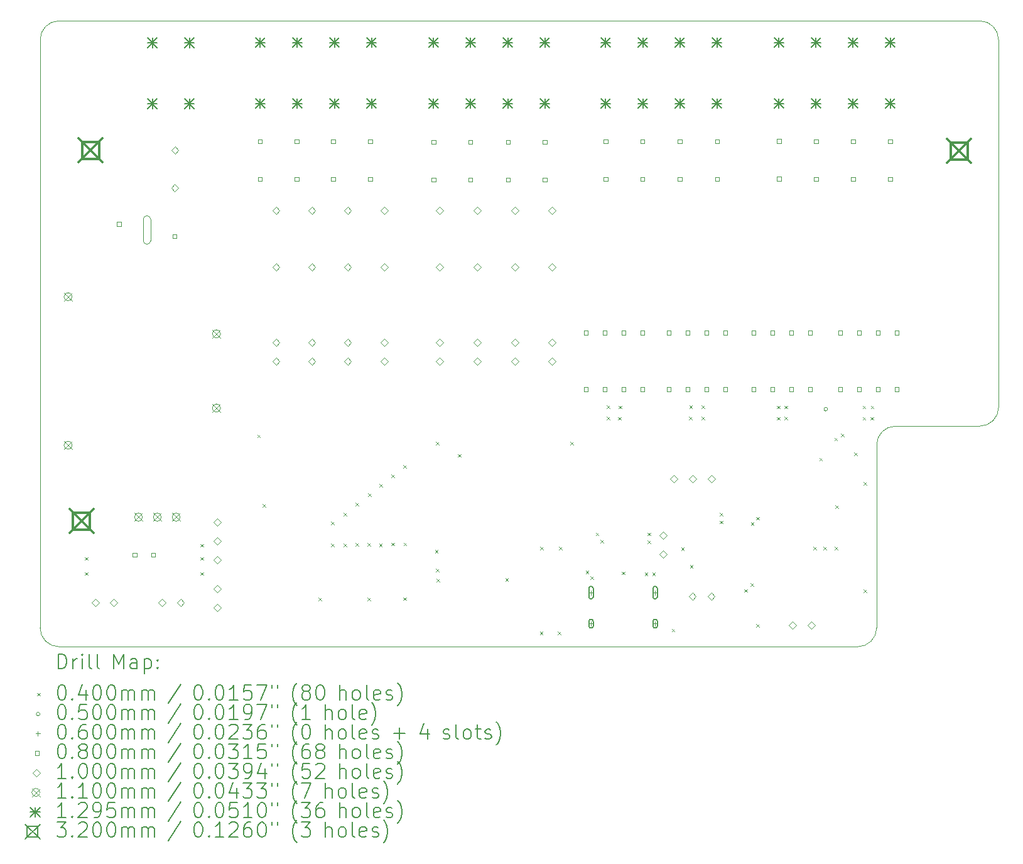
<source format=gbr>
%TF.GenerationSoftware,KiCad,Pcbnew,(7.0.0)*%
%TF.CreationDate,2023-05-29T14:24:40+02:00*%
%TF.ProjectId,hamodule,68616d6f-6475-46c6-952e-6b696361645f,V.20230529.22*%
%TF.SameCoordinates,Original*%
%TF.FileFunction,Drillmap*%
%TF.FilePolarity,Positive*%
%FSLAX45Y45*%
G04 Gerber Fmt 4.5, Leading zero omitted, Abs format (unit mm)*
G04 Created by KiCad (PCBNEW (7.0.0)) date 2023-05-29 14:24:40*
%MOMM*%
%LPD*%
G01*
G04 APERTURE LIST*
%ADD10C,0.050000*%
%ADD11C,0.200000*%
%ADD12C,0.040000*%
%ADD13C,0.060000*%
%ADD14C,0.080000*%
%ADD15C,0.100000*%
%ADD16C,0.110000*%
%ADD17C,0.129540*%
%ADD18C,0.320000*%
G04 APERTURE END LIST*
D10*
X15057120Y-3220720D02*
X2642920Y-3220720D01*
X2388920Y-11399520D02*
X2388920Y-3474720D01*
X2388920Y-11399520D02*
G75*
G03*
X2642920Y-11653720I254200J0D01*
G01*
X3780840Y-6182360D02*
G75*
G03*
X3877360Y-6182360I48260J0D01*
G01*
X3877870Y-5892800D02*
G75*
G03*
X3781350Y-5892800I-48260J0D01*
G01*
X13666320Y-8935720D02*
X13666520Y-11399520D01*
X15310920Y-3474720D02*
G75*
G03*
X15057120Y-3220720I-254000J0D01*
G01*
X2642920Y-3220720D02*
G75*
G03*
X2388920Y-3474720I0J-254000D01*
G01*
X15056920Y-8681720D02*
G75*
G03*
X15310920Y-8427720I0J254000D01*
G01*
X3781350Y-5892800D02*
X3780840Y-6182360D01*
X13412520Y-11653520D02*
X2642920Y-11653720D01*
X13920320Y-8681720D02*
X15056920Y-8681720D01*
X13920320Y-8681720D02*
G75*
G03*
X13666320Y-8935720I0J-254000D01*
G01*
X15310920Y-3474720D02*
X15310920Y-8427720D01*
X13412520Y-11653520D02*
G75*
G03*
X13666520Y-11399520I0J254000D01*
G01*
X3877360Y-6182360D02*
X3877870Y-5892800D01*
D11*
D12*
X2989900Y-10446070D02*
X3029900Y-10486070D01*
X3029900Y-10446070D02*
X2989900Y-10486070D01*
X2989900Y-10649270D02*
X3029900Y-10689270D01*
X3029900Y-10649270D02*
X2989900Y-10689270D01*
X4552000Y-10268270D02*
X4592000Y-10308270D01*
X4592000Y-10268270D02*
X4552000Y-10308270D01*
X4552000Y-10446070D02*
X4592000Y-10486070D01*
X4592000Y-10446070D02*
X4552000Y-10486070D01*
X4552000Y-10649270D02*
X4592000Y-10689270D01*
X4592000Y-10649270D02*
X4552000Y-10689270D01*
X5315320Y-8796340D02*
X5355320Y-8836340D01*
X5355320Y-8796340D02*
X5315320Y-8836340D01*
X5390200Y-9728520D02*
X5430200Y-9768520D01*
X5430200Y-9728520D02*
X5390200Y-9768520D01*
X6144580Y-10990900D02*
X6184580Y-11030900D01*
X6184580Y-10990900D02*
X6144580Y-11030900D01*
X6310820Y-9969820D02*
X6350820Y-10009820D01*
X6350820Y-9969820D02*
X6310820Y-10009820D01*
X6313360Y-10267000D02*
X6353360Y-10307000D01*
X6353360Y-10267000D02*
X6313360Y-10307000D01*
X6481000Y-9850440D02*
X6521000Y-9890440D01*
X6521000Y-9850440D02*
X6481000Y-9890440D01*
X6481000Y-10267000D02*
X6521000Y-10307000D01*
X6521000Y-10267000D02*
X6481000Y-10307000D01*
X6638480Y-10256840D02*
X6678480Y-10296840D01*
X6678480Y-10256840D02*
X6638480Y-10296840D01*
X6641020Y-9715820D02*
X6681020Y-9755820D01*
X6681020Y-9715820D02*
X6641020Y-9755820D01*
X6801040Y-10256840D02*
X6841040Y-10296840D01*
X6841040Y-10256840D02*
X6801040Y-10296840D01*
X6801040Y-10993440D02*
X6841040Y-11033440D01*
X6841040Y-10993440D02*
X6801040Y-11033440D01*
X6808660Y-9588820D02*
X6848660Y-9628820D01*
X6848660Y-9588820D02*
X6808660Y-9628820D01*
X6958520Y-10261920D02*
X6998520Y-10301920D01*
X6998520Y-10261920D02*
X6958520Y-10301920D01*
X6961060Y-9461820D02*
X7001060Y-9501820D01*
X7001060Y-9461820D02*
X6961060Y-9501820D01*
X7121080Y-10251760D02*
X7161080Y-10291760D01*
X7161080Y-10251760D02*
X7121080Y-10291760D01*
X7123620Y-9334820D02*
X7163620Y-9374820D01*
X7163620Y-9334820D02*
X7123620Y-9374820D01*
X7285040Y-10988360D02*
X7325040Y-11028360D01*
X7325040Y-10988360D02*
X7285040Y-11028360D01*
X7286180Y-9207820D02*
X7326180Y-9247820D01*
X7326180Y-9207820D02*
X7286180Y-9247820D01*
X7288720Y-10251760D02*
X7328720Y-10291760D01*
X7328720Y-10251760D02*
X7288720Y-10291760D01*
X7713080Y-10350820D02*
X7753080Y-10390820D01*
X7753080Y-10350820D02*
X7713080Y-10390820D01*
X7725780Y-8895400D02*
X7765780Y-8935400D01*
X7765780Y-8895400D02*
X7725780Y-8935400D01*
X7725780Y-10604820D02*
X7765780Y-10644820D01*
X7765780Y-10604820D02*
X7725780Y-10644820D01*
X7730860Y-10736900D02*
X7770860Y-10776900D01*
X7770860Y-10736900D02*
X7730860Y-10776900D01*
X8024180Y-9057960D02*
X8064180Y-9097960D01*
X8064180Y-9057960D02*
X8024180Y-9097960D01*
X8660320Y-10729280D02*
X8700320Y-10769280D01*
X8700320Y-10729280D02*
X8660320Y-10769280D01*
X9125320Y-11448100D02*
X9165320Y-11488100D01*
X9165320Y-11448100D02*
X9125320Y-11488100D01*
X9132940Y-10304260D02*
X9172940Y-10344260D01*
X9172940Y-10304260D02*
X9132940Y-10344260D01*
X9366620Y-11448100D02*
X9406620Y-11488100D01*
X9406620Y-11448100D02*
X9366620Y-11488100D01*
X9381860Y-10304260D02*
X9421860Y-10344260D01*
X9421860Y-10304260D02*
X9381860Y-10344260D01*
X9535480Y-8893170D02*
X9575480Y-8933170D01*
X9575480Y-8893170D02*
X9535480Y-8933170D01*
X9744820Y-10627610D02*
X9784820Y-10667610D01*
X9784820Y-10627610D02*
X9744820Y-10667610D01*
X9807220Y-10705210D02*
X9847220Y-10745210D01*
X9847220Y-10705210D02*
X9807220Y-10745210D01*
X9880540Y-10116970D02*
X9920540Y-10156970D01*
X9920540Y-10116970D02*
X9880540Y-10156970D01*
X9945740Y-10211120D02*
X9985740Y-10251120D01*
X9985740Y-10211120D02*
X9945740Y-10251120D01*
X10028240Y-8400100D02*
X10068240Y-8440100D01*
X10068240Y-8400100D02*
X10028240Y-8440100D01*
X10028240Y-8552500D02*
X10068240Y-8592500D01*
X10068240Y-8552500D02*
X10028240Y-8592500D01*
X10180640Y-8557580D02*
X10220640Y-8597580D01*
X10220640Y-8557580D02*
X10180640Y-8597580D01*
X10185720Y-8405180D02*
X10225720Y-8445180D01*
X10225720Y-8405180D02*
X10185720Y-8445180D01*
X10230140Y-10640610D02*
X10270140Y-10680610D01*
X10270140Y-10640610D02*
X10230140Y-10680610D01*
X10540940Y-10654170D02*
X10580940Y-10694170D01*
X10580940Y-10654170D02*
X10540940Y-10694170D01*
X10579540Y-10220970D02*
X10619540Y-10260970D01*
X10619540Y-10220970D02*
X10579540Y-10260970D01*
X10580540Y-10116970D02*
X10620540Y-10156970D01*
X10620540Y-10116970D02*
X10580540Y-10156970D01*
X10642540Y-10654170D02*
X10682540Y-10694170D01*
X10682540Y-10654170D02*
X10642540Y-10694170D01*
X10904160Y-11411090D02*
X10944160Y-11451090D01*
X10944160Y-11411090D02*
X10904160Y-11451090D01*
X11030540Y-10316970D02*
X11070540Y-10356970D01*
X11070540Y-10316970D02*
X11030540Y-10356970D01*
X11138220Y-8552500D02*
X11178220Y-8592500D01*
X11178220Y-8552500D02*
X11138220Y-8592500D01*
X11140760Y-8402640D02*
X11180760Y-8442640D01*
X11180760Y-8402640D02*
X11140760Y-8442640D01*
X11150540Y-10552570D02*
X11190540Y-10592570D01*
X11190540Y-10552570D02*
X11150540Y-10592570D01*
X11303320Y-8400100D02*
X11343320Y-8440100D01*
X11343320Y-8400100D02*
X11303320Y-8440100D01*
X11303320Y-8552500D02*
X11343320Y-8592500D01*
X11343320Y-8552500D02*
X11303320Y-8592500D01*
X11552936Y-9849220D02*
X11592936Y-9889220D01*
X11592936Y-9849220D02*
X11552936Y-9889220D01*
X11552936Y-9954220D02*
X11592936Y-9994220D01*
X11592936Y-9954220D02*
X11552936Y-9994220D01*
X11880540Y-10876970D02*
X11920540Y-10916970D01*
X11920540Y-10876970D02*
X11880540Y-10916970D01*
X11966247Y-10797020D02*
X12006247Y-10837020D01*
X12006247Y-10797020D02*
X11966247Y-10837020D01*
X11971417Y-9979093D02*
X12011417Y-10019093D01*
X12011417Y-9979093D02*
X11971417Y-10019093D01*
X12040540Y-11346970D02*
X12080540Y-11386970D01*
X12080540Y-11346970D02*
X12040540Y-11386970D01*
X12045663Y-9904847D02*
X12085663Y-9944847D01*
X12085663Y-9904847D02*
X12045663Y-9944847D01*
X12320640Y-8557580D02*
X12360640Y-8597580D01*
X12360640Y-8557580D02*
X12320640Y-8597580D01*
X12323180Y-8405180D02*
X12363180Y-8445180D01*
X12363180Y-8405180D02*
X12323180Y-8445180D01*
X12422240Y-8405180D02*
X12462240Y-8445180D01*
X12462240Y-8405180D02*
X12422240Y-8445180D01*
X12422240Y-8555040D02*
X12462240Y-8595040D01*
X12462240Y-8555040D02*
X12422240Y-8595040D01*
X12810540Y-10306970D02*
X12850540Y-10346970D01*
X12850540Y-10306970D02*
X12810540Y-10346970D01*
X12893360Y-9108760D02*
X12933360Y-9148760D01*
X12933360Y-9108760D02*
X12893360Y-9148760D01*
X12950540Y-10306970D02*
X12990540Y-10346970D01*
X12990540Y-10306970D02*
X12950540Y-10346970D01*
X13096495Y-8836915D02*
X13136495Y-8876915D01*
X13136495Y-8836915D02*
X13096495Y-8876915D01*
X13100540Y-10306970D02*
X13140540Y-10346970D01*
X13140540Y-10306970D02*
X13100540Y-10346970D01*
X13110540Y-9746970D02*
X13150540Y-9786970D01*
X13150540Y-9746970D02*
X13110540Y-9786970D01*
X13188000Y-8781100D02*
X13228000Y-8821100D01*
X13228000Y-8781100D02*
X13188000Y-8821100D01*
X13366540Y-9033970D02*
X13406540Y-9073970D01*
X13406540Y-9033970D02*
X13366540Y-9073970D01*
X13478880Y-8405180D02*
X13518880Y-8445180D01*
X13518880Y-8405180D02*
X13478880Y-8445180D01*
X13478880Y-8557580D02*
X13518880Y-8597580D01*
X13518880Y-8557580D02*
X13478880Y-8597580D01*
X13491540Y-10884220D02*
X13531540Y-10924220D01*
X13531540Y-10884220D02*
X13491540Y-10924220D01*
X13492800Y-9436420D02*
X13532800Y-9476420D01*
X13532800Y-9436420D02*
X13492800Y-9476420D01*
X13585560Y-8557580D02*
X13625560Y-8597580D01*
X13625560Y-8557580D02*
X13585560Y-8597580D01*
X13588100Y-8405180D02*
X13628100Y-8445180D01*
X13628100Y-8405180D02*
X13588100Y-8445180D01*
D10*
X13005720Y-8453120D02*
G75*
G03*
X13005720Y-8453120I-25000J0D01*
G01*
D13*
X9816140Y-10894560D02*
X9816140Y-10954560D01*
X9786140Y-10924560D02*
X9846140Y-10924560D01*
D11*
X9786140Y-10869560D02*
X9786140Y-10979560D01*
X9786140Y-10979560D02*
G75*
G03*
X9846140Y-10979560I30000J0D01*
G01*
X9846140Y-10979560D02*
X9846140Y-10869560D01*
X9846140Y-10869560D02*
G75*
G03*
X9786140Y-10869560I-30000J0D01*
G01*
D13*
X9816140Y-11312560D02*
X9816140Y-11372560D01*
X9786140Y-11342560D02*
X9846140Y-11342560D01*
D11*
X9786140Y-11312560D02*
X9786140Y-11372560D01*
X9786140Y-11372560D02*
G75*
G03*
X9846140Y-11372560I30000J0D01*
G01*
X9846140Y-11372560D02*
X9846140Y-11312560D01*
X9846140Y-11312560D02*
G75*
G03*
X9786140Y-11312560I-30000J0D01*
G01*
D13*
X10680140Y-10894560D02*
X10680140Y-10954560D01*
X10650140Y-10924560D02*
X10710140Y-10924560D01*
D11*
X10650140Y-10869560D02*
X10650140Y-10979560D01*
X10650140Y-10979560D02*
G75*
G03*
X10710140Y-10979560I30000J0D01*
G01*
X10710140Y-10979560D02*
X10710140Y-10869560D01*
X10710140Y-10869560D02*
G75*
G03*
X10650140Y-10869560I-30000J0D01*
G01*
D13*
X10680140Y-11312560D02*
X10680140Y-11372560D01*
X10650140Y-11342560D02*
X10710140Y-11342560D01*
D11*
X10650140Y-11312560D02*
X10650140Y-11372560D01*
X10650140Y-11372560D02*
G75*
G03*
X10710140Y-11372560I30000J0D01*
G01*
X10710140Y-11372560D02*
X10710140Y-11312560D01*
X10710140Y-11312560D02*
G75*
G03*
X10650140Y-11312560I-30000J0D01*
G01*
D14*
X3480354Y-5986819D02*
X3480354Y-5930250D01*
X3423785Y-5930250D01*
X3423785Y-5986819D01*
X3480354Y-5986819D01*
X3692284Y-10443555D02*
X3692284Y-10386986D01*
X3635715Y-10386986D01*
X3635715Y-10443555D01*
X3692284Y-10443555D01*
X3942284Y-10443555D02*
X3942284Y-10386986D01*
X3885715Y-10386986D01*
X3885715Y-10443555D01*
X3942284Y-10443555D01*
X4230355Y-6150152D02*
X4230355Y-6093583D01*
X4173785Y-6093583D01*
X4173785Y-6150152D01*
X4230355Y-6150152D01*
X5381815Y-4873575D02*
X5381815Y-4817006D01*
X5325246Y-4817006D01*
X5325246Y-4873575D01*
X5381815Y-4873575D01*
X5381815Y-5381575D02*
X5381815Y-5325006D01*
X5325246Y-5325006D01*
X5325246Y-5381575D01*
X5381815Y-5381575D01*
X5877114Y-4873575D02*
X5877114Y-4817006D01*
X5820545Y-4817006D01*
X5820545Y-4873575D01*
X5877114Y-4873575D01*
X5877114Y-5381575D02*
X5877114Y-5325006D01*
X5820545Y-5325006D01*
X5820545Y-5381575D01*
X5877114Y-5381575D01*
X6369114Y-4873575D02*
X6369114Y-4817006D01*
X6312545Y-4817006D01*
X6312545Y-4873575D01*
X6369114Y-4873575D01*
X6369114Y-5381575D02*
X6369114Y-5325006D01*
X6312545Y-5325006D01*
X6312545Y-5381575D01*
X6369114Y-5381575D01*
X6869114Y-4873575D02*
X6869114Y-4817006D01*
X6812545Y-4817006D01*
X6812545Y-4873575D01*
X6869114Y-4873575D01*
X6869114Y-5381575D02*
X6869114Y-5325006D01*
X6812545Y-5325006D01*
X6812545Y-5381575D01*
X6869114Y-5381575D01*
X7723264Y-4882225D02*
X7723264Y-4825656D01*
X7666695Y-4825656D01*
X7666695Y-4882225D01*
X7723264Y-4882225D01*
X7723264Y-5390225D02*
X7723264Y-5333656D01*
X7666695Y-5333656D01*
X7666695Y-5390225D01*
X7723264Y-5390225D01*
X8218564Y-4882225D02*
X8218564Y-4825656D01*
X8161995Y-4825656D01*
X8161995Y-4882225D01*
X8218564Y-4882225D01*
X8218564Y-5390225D02*
X8218564Y-5333656D01*
X8161995Y-5333656D01*
X8161995Y-5390225D01*
X8218564Y-5390225D01*
X8726565Y-4882225D02*
X8726565Y-4825656D01*
X8669996Y-4825656D01*
X8669996Y-4882225D01*
X8726565Y-4882225D01*
X8726565Y-5390225D02*
X8726565Y-5333656D01*
X8669996Y-5333656D01*
X8669996Y-5390225D01*
X8726565Y-5390225D01*
X9221865Y-4882225D02*
X9221865Y-4825656D01*
X9165296Y-4825656D01*
X9165296Y-4882225D01*
X9221865Y-4882225D01*
X9221865Y-5390225D02*
X9221865Y-5333656D01*
X9165296Y-5333656D01*
X9165296Y-5390225D01*
X9221865Y-5390225D01*
X9774415Y-7452244D02*
X9774415Y-7395675D01*
X9717846Y-7395675D01*
X9717846Y-7452244D01*
X9774415Y-7452244D01*
X9774415Y-8214244D02*
X9774415Y-8157675D01*
X9717846Y-8157675D01*
X9717846Y-8214244D01*
X9774415Y-8214244D01*
X10028415Y-7452244D02*
X10028415Y-7395675D01*
X9971846Y-7395675D01*
X9971846Y-7452244D01*
X10028415Y-7452244D01*
X10028415Y-8214244D02*
X10028415Y-8157675D01*
X9971846Y-8157675D01*
X9971846Y-8214244D01*
X10028415Y-8214244D01*
X10040845Y-4871875D02*
X10040845Y-4815306D01*
X9984276Y-4815306D01*
X9984276Y-4871875D01*
X10040845Y-4871875D01*
X10040845Y-5379875D02*
X10040845Y-5323306D01*
X9984276Y-5323306D01*
X9984276Y-5379875D01*
X10040845Y-5379875D01*
X10282415Y-7452244D02*
X10282415Y-7395675D01*
X10225846Y-7395675D01*
X10225846Y-7452244D01*
X10282415Y-7452244D01*
X10282415Y-8214244D02*
X10282415Y-8157675D01*
X10225846Y-8157675D01*
X10225846Y-8214244D01*
X10282415Y-8214244D01*
X10536415Y-7452244D02*
X10536415Y-7395675D01*
X10479846Y-7395675D01*
X10479846Y-7452244D01*
X10536415Y-7452244D01*
X10536415Y-8214244D02*
X10536415Y-8157675D01*
X10479846Y-8157675D01*
X10479846Y-8214244D01*
X10536415Y-8214244D01*
X10538685Y-4871875D02*
X10538685Y-4815306D01*
X10482116Y-4815306D01*
X10482116Y-4871875D01*
X10538685Y-4871875D01*
X10538685Y-5379875D02*
X10538685Y-5323306D01*
X10482116Y-5323306D01*
X10482116Y-5379875D01*
X10538685Y-5379875D01*
X10892015Y-7452244D02*
X10892015Y-7395675D01*
X10835446Y-7395675D01*
X10835446Y-7452244D01*
X10892015Y-7452244D01*
X10892015Y-8214244D02*
X10892015Y-8157675D01*
X10835446Y-8157675D01*
X10835446Y-8214244D01*
X10892015Y-8214244D01*
X11041605Y-4871875D02*
X11041605Y-4815306D01*
X10985036Y-4815306D01*
X10985036Y-4871875D01*
X11041605Y-4871875D01*
X11041605Y-5379875D02*
X11041605Y-5323306D01*
X10985036Y-5323306D01*
X10985036Y-5379875D01*
X11041605Y-5379875D01*
X11146015Y-7452244D02*
X11146015Y-7395675D01*
X11089446Y-7395675D01*
X11089446Y-7452244D01*
X11146015Y-7452244D01*
X11146015Y-8214244D02*
X11146015Y-8157675D01*
X11089446Y-8157675D01*
X11089446Y-8214244D01*
X11146015Y-8214244D01*
X11400014Y-7452244D02*
X11400014Y-7395675D01*
X11343445Y-7395675D01*
X11343445Y-7452244D01*
X11400014Y-7452244D01*
X11400014Y-8214244D02*
X11400014Y-8157675D01*
X11343445Y-8157675D01*
X11343445Y-8214244D01*
X11400014Y-8214244D01*
X11544524Y-4871875D02*
X11544524Y-4815306D01*
X11487955Y-4815306D01*
X11487955Y-4871875D01*
X11544524Y-4871875D01*
X11544524Y-5379875D02*
X11544524Y-5323306D01*
X11487955Y-5323306D01*
X11487955Y-5379875D01*
X11544524Y-5379875D01*
X11654014Y-7452244D02*
X11654014Y-7395675D01*
X11597445Y-7395675D01*
X11597445Y-7452244D01*
X11654014Y-7452244D01*
X11654014Y-8214244D02*
X11654014Y-8157675D01*
X11597445Y-8157675D01*
X11597445Y-8214244D01*
X11654014Y-8214244D01*
X12036802Y-7451896D02*
X12036802Y-7395327D01*
X11980233Y-7395327D01*
X11980233Y-7451896D01*
X12036802Y-7451896D01*
X12036802Y-8213896D02*
X12036802Y-8157327D01*
X11980233Y-8157327D01*
X11980233Y-8213896D01*
X12036802Y-8213896D01*
X12290802Y-7451896D02*
X12290802Y-7395327D01*
X12234233Y-7395327D01*
X12234233Y-7451896D01*
X12290802Y-7451896D01*
X12290802Y-8213896D02*
X12290802Y-8157327D01*
X12234233Y-8157327D01*
X12234233Y-8213896D01*
X12290802Y-8213896D01*
X12378064Y-4869125D02*
X12378064Y-4812556D01*
X12321495Y-4812556D01*
X12321495Y-4869125D01*
X12378064Y-4869125D01*
X12378064Y-5377125D02*
X12378064Y-5320556D01*
X12321495Y-5320556D01*
X12321495Y-5377125D01*
X12378064Y-5377125D01*
X12544802Y-7451896D02*
X12544802Y-7395327D01*
X12488233Y-7395327D01*
X12488233Y-7451896D01*
X12544802Y-7451896D01*
X12544802Y-8213896D02*
X12544802Y-8157327D01*
X12488233Y-8157327D01*
X12488233Y-8213896D01*
X12544802Y-8213896D01*
X12798802Y-7451896D02*
X12798802Y-7395327D01*
X12742233Y-7395327D01*
X12742233Y-7451896D01*
X12798802Y-7451896D01*
X12798802Y-8213896D02*
X12798802Y-8157327D01*
X12742233Y-8157327D01*
X12742233Y-8213896D01*
X12798802Y-8213896D01*
X12878064Y-4872065D02*
X12878064Y-4815496D01*
X12821495Y-4815496D01*
X12821495Y-4872065D01*
X12878064Y-4872065D01*
X12878064Y-5380065D02*
X12878064Y-5323496D01*
X12821495Y-5323496D01*
X12821495Y-5380065D01*
X12878064Y-5380065D01*
X13205202Y-7451896D02*
X13205202Y-7395327D01*
X13148633Y-7395327D01*
X13148633Y-7451896D01*
X13205202Y-7451896D01*
X13205202Y-8213896D02*
X13205202Y-8157327D01*
X13148633Y-8157327D01*
X13148633Y-8213896D01*
X13205202Y-8213896D01*
X13378524Y-4872065D02*
X13378524Y-4815496D01*
X13321955Y-4815496D01*
X13321955Y-4872065D01*
X13378524Y-4872065D01*
X13378524Y-5380065D02*
X13378524Y-5323496D01*
X13321955Y-5323496D01*
X13321955Y-5380065D01*
X13378524Y-5380065D01*
X13459202Y-7451896D02*
X13459202Y-7395327D01*
X13402633Y-7395327D01*
X13402633Y-7451896D01*
X13459202Y-7451896D01*
X13459202Y-8213896D02*
X13459202Y-8157327D01*
X13402633Y-8157327D01*
X13402633Y-8213896D01*
X13459202Y-8213896D01*
X13713202Y-7451896D02*
X13713202Y-7395327D01*
X13656633Y-7395327D01*
X13656633Y-7451896D01*
X13713202Y-7451896D01*
X13713202Y-8213896D02*
X13713202Y-8157327D01*
X13656633Y-8157327D01*
X13656633Y-8213896D01*
X13713202Y-8213896D01*
X13876364Y-4872065D02*
X13876364Y-4815496D01*
X13819795Y-4815496D01*
X13819795Y-4872065D01*
X13876364Y-4872065D01*
X13876364Y-5380065D02*
X13876364Y-5323496D01*
X13819795Y-5323496D01*
X13819795Y-5380065D01*
X13876364Y-5380065D01*
X13967202Y-7451896D02*
X13967202Y-7395327D01*
X13910633Y-7395327D01*
X13910633Y-7451896D01*
X13967202Y-7451896D01*
X13967202Y-8213896D02*
X13967202Y-8157327D01*
X13910633Y-8157327D01*
X13910633Y-8213896D01*
X13967202Y-8213896D01*
D15*
X3132600Y-11111270D02*
X3182600Y-11061270D01*
X3132600Y-11011270D01*
X3082600Y-11061270D01*
X3132600Y-11111270D01*
X3382600Y-11111270D02*
X3432600Y-11061270D01*
X3382600Y-11011270D01*
X3332600Y-11061270D01*
X3382600Y-11111270D01*
X4032300Y-11111270D02*
X4082300Y-11061270D01*
X4032300Y-11011270D01*
X3982300Y-11061270D01*
X4032300Y-11111270D01*
X4205640Y-5524240D02*
X4255640Y-5474240D01*
X4205640Y-5424240D01*
X4155640Y-5474240D01*
X4205640Y-5524240D01*
X4206640Y-5016240D02*
X4256640Y-4966240D01*
X4206640Y-4916240D01*
X4156640Y-4966240D01*
X4206640Y-5016240D01*
X4282300Y-11111270D02*
X4332300Y-11061270D01*
X4282300Y-11011270D01*
X4232300Y-11061270D01*
X4282300Y-11111270D01*
X4775250Y-10028390D02*
X4825250Y-9978390D01*
X4775250Y-9928390D01*
X4725250Y-9978390D01*
X4775250Y-10028390D01*
X4775250Y-10282390D02*
X4825250Y-10232390D01*
X4775250Y-10182390D01*
X4725250Y-10232390D01*
X4775250Y-10282390D01*
X4775250Y-10536390D02*
X4825250Y-10486390D01*
X4775250Y-10436390D01*
X4725250Y-10486390D01*
X4775250Y-10536390D01*
X4775250Y-10923740D02*
X4825250Y-10873740D01*
X4775250Y-10823740D01*
X4725250Y-10873740D01*
X4775250Y-10923740D01*
X4775250Y-11177740D02*
X4825250Y-11127740D01*
X4775250Y-11077740D01*
X4725250Y-11127740D01*
X4775250Y-11177740D01*
X5569430Y-5822390D02*
X5619430Y-5772390D01*
X5569430Y-5722390D01*
X5519430Y-5772390D01*
X5569430Y-5822390D01*
X5569430Y-6584390D02*
X5619430Y-6534390D01*
X5569430Y-6484390D01*
X5519430Y-6534390D01*
X5569430Y-6584390D01*
X5569430Y-7600390D02*
X5619430Y-7550390D01*
X5569430Y-7500390D01*
X5519430Y-7550390D01*
X5569430Y-7600390D01*
X5569430Y-7854390D02*
X5619430Y-7804390D01*
X5569430Y-7754390D01*
X5519430Y-7804390D01*
X5569430Y-7854390D01*
X6052030Y-5822390D02*
X6102030Y-5772390D01*
X6052030Y-5722390D01*
X6002030Y-5772390D01*
X6052030Y-5822390D01*
X6052030Y-6584390D02*
X6102030Y-6534390D01*
X6052030Y-6484390D01*
X6002030Y-6534390D01*
X6052030Y-6584390D01*
X6052030Y-7600390D02*
X6102030Y-7550390D01*
X6052030Y-7500390D01*
X6002030Y-7550390D01*
X6052030Y-7600390D01*
X6052030Y-7854390D02*
X6102030Y-7804390D01*
X6052030Y-7754390D01*
X6002030Y-7804390D01*
X6052030Y-7854390D01*
X6534630Y-5822390D02*
X6584630Y-5772390D01*
X6534630Y-5722390D01*
X6484630Y-5772390D01*
X6534630Y-5822390D01*
X6534630Y-6584390D02*
X6584630Y-6534390D01*
X6534630Y-6484390D01*
X6484630Y-6534390D01*
X6534630Y-6584390D01*
X6534630Y-7600390D02*
X6584630Y-7550390D01*
X6534630Y-7500390D01*
X6484630Y-7550390D01*
X6534630Y-7600390D01*
X6534630Y-7854390D02*
X6584630Y-7804390D01*
X6534630Y-7754390D01*
X6484630Y-7804390D01*
X6534630Y-7854390D01*
X7029930Y-5822390D02*
X7079930Y-5772390D01*
X7029930Y-5722390D01*
X6979930Y-5772390D01*
X7029930Y-5822390D01*
X7029930Y-6584390D02*
X7079930Y-6534390D01*
X7029930Y-6484390D01*
X6979930Y-6534390D01*
X7029930Y-6584390D01*
X7029930Y-7600390D02*
X7079930Y-7550390D01*
X7029930Y-7500390D01*
X6979930Y-7550390D01*
X7029930Y-7600390D01*
X7029930Y-7854390D02*
X7079930Y-7804390D01*
X7029930Y-7754390D01*
X6979930Y-7804390D01*
X7029930Y-7854390D01*
X7777480Y-5822390D02*
X7827480Y-5772390D01*
X7777480Y-5722390D01*
X7727480Y-5772390D01*
X7777480Y-5822390D01*
X7777480Y-6584390D02*
X7827480Y-6534390D01*
X7777480Y-6484390D01*
X7727480Y-6534390D01*
X7777480Y-6584390D01*
X7777480Y-7600390D02*
X7827480Y-7550390D01*
X7777480Y-7500390D01*
X7727480Y-7550390D01*
X7777480Y-7600390D01*
X7777480Y-7854390D02*
X7827480Y-7804390D01*
X7777480Y-7754390D01*
X7727480Y-7804390D01*
X7777480Y-7854390D01*
X8285480Y-5822390D02*
X8335480Y-5772390D01*
X8285480Y-5722390D01*
X8235480Y-5772390D01*
X8285480Y-5822390D01*
X8285480Y-6584390D02*
X8335480Y-6534390D01*
X8285480Y-6484390D01*
X8235480Y-6534390D01*
X8285480Y-6584390D01*
X8285480Y-7600390D02*
X8335480Y-7550390D01*
X8285480Y-7500390D01*
X8235480Y-7550390D01*
X8285480Y-7600390D01*
X8285480Y-7854390D02*
X8335480Y-7804390D01*
X8285480Y-7754390D01*
X8235480Y-7804390D01*
X8285480Y-7854390D01*
X8793480Y-5822390D02*
X8843480Y-5772390D01*
X8793480Y-5722390D01*
X8743480Y-5772390D01*
X8793480Y-5822390D01*
X8793480Y-6584390D02*
X8843480Y-6534390D01*
X8793480Y-6484390D01*
X8743480Y-6534390D01*
X8793480Y-6584390D01*
X8793480Y-7600390D02*
X8843480Y-7550390D01*
X8793480Y-7500390D01*
X8743480Y-7550390D01*
X8793480Y-7600390D01*
X8793480Y-7854390D02*
X8843480Y-7804390D01*
X8793480Y-7754390D01*
X8743480Y-7804390D01*
X8793480Y-7854390D01*
X9288780Y-5822390D02*
X9338780Y-5772390D01*
X9288780Y-5722390D01*
X9238780Y-5772390D01*
X9288780Y-5822390D01*
X9288780Y-6584390D02*
X9338780Y-6534390D01*
X9288780Y-6484390D01*
X9238780Y-6534390D01*
X9288780Y-6584390D01*
X9288780Y-7600390D02*
X9338780Y-7550390D01*
X9288780Y-7500390D01*
X9238780Y-7550390D01*
X9288780Y-7600390D01*
X9288780Y-7854390D02*
X9338780Y-7804390D01*
X9288780Y-7754390D01*
X9238780Y-7804390D01*
X9288780Y-7854390D01*
X10791540Y-10204470D02*
X10841540Y-10154470D01*
X10791540Y-10104470D01*
X10741540Y-10154470D01*
X10791540Y-10204470D01*
X10791540Y-10458470D02*
X10841540Y-10408470D01*
X10791540Y-10358470D01*
X10741540Y-10408470D01*
X10791540Y-10458470D01*
X10933480Y-9437840D02*
X10983480Y-9387840D01*
X10933480Y-9337840D01*
X10883480Y-9387840D01*
X10933480Y-9437840D01*
X11183040Y-11026970D02*
X11233040Y-10976970D01*
X11183040Y-10926970D01*
X11133040Y-10976970D01*
X11183040Y-11026970D01*
X11187480Y-9437840D02*
X11237480Y-9387840D01*
X11187480Y-9337840D01*
X11137480Y-9387840D01*
X11187480Y-9437840D01*
X11437040Y-11026970D02*
X11487040Y-10976970D01*
X11437040Y-10926970D01*
X11387040Y-10976970D01*
X11437040Y-11026970D01*
X11441480Y-9437840D02*
X11491480Y-9387840D01*
X11441480Y-9337840D01*
X11391480Y-9387840D01*
X11441480Y-9437840D01*
X12530540Y-11415970D02*
X12580540Y-11365970D01*
X12530540Y-11315970D01*
X12480540Y-11365970D01*
X12530540Y-11415970D01*
X12784540Y-11415970D02*
X12834540Y-11365970D01*
X12784540Y-11315970D01*
X12734540Y-11365970D01*
X12784540Y-11415970D01*
D16*
X2710600Y-6882890D02*
X2820600Y-6992890D01*
X2820600Y-6882890D02*
X2710600Y-6992890D01*
X2820600Y-6937890D02*
G75*
G03*
X2820600Y-6937890I-55000J0D01*
G01*
X2710600Y-8882890D02*
X2820600Y-8992890D01*
X2820600Y-8882890D02*
X2710600Y-8992890D01*
X2820600Y-8937890D02*
G75*
G03*
X2820600Y-8937890I-55000J0D01*
G01*
X3659800Y-9852270D02*
X3769800Y-9962270D01*
X3769800Y-9852270D02*
X3659800Y-9962270D01*
X3769800Y-9907270D02*
G75*
G03*
X3769800Y-9907270I-55000J0D01*
G01*
X3913800Y-9852270D02*
X4023800Y-9962270D01*
X4023800Y-9852270D02*
X3913800Y-9962270D01*
X4023800Y-9907270D02*
G75*
G03*
X4023800Y-9907270I-55000J0D01*
G01*
X4167800Y-9852270D02*
X4277800Y-9962270D01*
X4277800Y-9852270D02*
X4167800Y-9962270D01*
X4277800Y-9907270D02*
G75*
G03*
X4277800Y-9907270I-55000J0D01*
G01*
X4710600Y-7382890D02*
X4820600Y-7492890D01*
X4820600Y-7382890D02*
X4710600Y-7492890D01*
X4820600Y-7437890D02*
G75*
G03*
X4820600Y-7437890I-55000J0D01*
G01*
X4710600Y-8382890D02*
X4820600Y-8492890D01*
X4820600Y-8382890D02*
X4710600Y-8492890D01*
X4820600Y-8437890D02*
G75*
G03*
X4820600Y-8437890I-55000J0D01*
G01*
D17*
X3837230Y-3450830D02*
X3966770Y-3580370D01*
X3966770Y-3450830D02*
X3837230Y-3580370D01*
X3902000Y-3450830D02*
X3902000Y-3580370D01*
X3837230Y-3515600D02*
X3966770Y-3515600D01*
X3837230Y-4270830D02*
X3966770Y-4400370D01*
X3966770Y-4270830D02*
X3837230Y-4400370D01*
X3902000Y-4270830D02*
X3902000Y-4400370D01*
X3837230Y-4335600D02*
X3966770Y-4335600D01*
X4337230Y-3450830D02*
X4466770Y-3580370D01*
X4466770Y-3450830D02*
X4337230Y-3580370D01*
X4402000Y-3450830D02*
X4402000Y-3580370D01*
X4337230Y-3515600D02*
X4466770Y-3515600D01*
X4337230Y-4270830D02*
X4466770Y-4400370D01*
X4466770Y-4270830D02*
X4337230Y-4400370D01*
X4402000Y-4270830D02*
X4402000Y-4400370D01*
X4337230Y-4335600D02*
X4466770Y-4335600D01*
X5292010Y-3448470D02*
X5421550Y-3578010D01*
X5421550Y-3448470D02*
X5292010Y-3578010D01*
X5356780Y-3448470D02*
X5356780Y-3578010D01*
X5292010Y-3513240D02*
X5421550Y-3513240D01*
X5292010Y-4268470D02*
X5421550Y-4398010D01*
X5421550Y-4268470D02*
X5292010Y-4398010D01*
X5356780Y-4268470D02*
X5356780Y-4398010D01*
X5292010Y-4333240D02*
X5421550Y-4333240D01*
X5792010Y-3448470D02*
X5921550Y-3578010D01*
X5921550Y-3448470D02*
X5792010Y-3578010D01*
X5856780Y-3448470D02*
X5856780Y-3578010D01*
X5792010Y-3513240D02*
X5921550Y-3513240D01*
X5792010Y-4268470D02*
X5921550Y-4398010D01*
X5921550Y-4268470D02*
X5792010Y-4398010D01*
X5856780Y-4268470D02*
X5856780Y-4398010D01*
X5792010Y-4333240D02*
X5921550Y-4333240D01*
X6292010Y-3448470D02*
X6421550Y-3578010D01*
X6421550Y-3448470D02*
X6292010Y-3578010D01*
X6356780Y-3448470D02*
X6356780Y-3578010D01*
X6292010Y-3513240D02*
X6421550Y-3513240D01*
X6292010Y-4268470D02*
X6421550Y-4398010D01*
X6421550Y-4268470D02*
X6292010Y-4398010D01*
X6356780Y-4268470D02*
X6356780Y-4398010D01*
X6292010Y-4333240D02*
X6421550Y-4333240D01*
X6792010Y-3448470D02*
X6921550Y-3578010D01*
X6921550Y-3448470D02*
X6792010Y-3578010D01*
X6856780Y-3448470D02*
X6856780Y-3578010D01*
X6792010Y-3513240D02*
X6921550Y-3513240D01*
X6792010Y-4268470D02*
X6921550Y-4398010D01*
X6921550Y-4268470D02*
X6792010Y-4398010D01*
X6856780Y-4268470D02*
X6856780Y-4398010D01*
X6792010Y-4333240D02*
X6921550Y-4333240D01*
X7628810Y-3448470D02*
X7758350Y-3578010D01*
X7758350Y-3448470D02*
X7628810Y-3578010D01*
X7693580Y-3448470D02*
X7693580Y-3578010D01*
X7628810Y-3513240D02*
X7758350Y-3513240D01*
X7628810Y-4268470D02*
X7758350Y-4398010D01*
X7758350Y-4268470D02*
X7628810Y-4398010D01*
X7693580Y-4268470D02*
X7693580Y-4398010D01*
X7628810Y-4333240D02*
X7758350Y-4333240D01*
X8128810Y-3448470D02*
X8258350Y-3578010D01*
X8258350Y-3448470D02*
X8128810Y-3578010D01*
X8193580Y-3448470D02*
X8193580Y-3578010D01*
X8128810Y-3513240D02*
X8258350Y-3513240D01*
X8128810Y-4268470D02*
X8258350Y-4398010D01*
X8258350Y-4268470D02*
X8128810Y-4398010D01*
X8193580Y-4268470D02*
X8193580Y-4398010D01*
X8128810Y-4333240D02*
X8258350Y-4333240D01*
X8628810Y-3448470D02*
X8758350Y-3578010D01*
X8758350Y-3448470D02*
X8628810Y-3578010D01*
X8693580Y-3448470D02*
X8693580Y-3578010D01*
X8628810Y-3513240D02*
X8758350Y-3513240D01*
X8628810Y-4268470D02*
X8758350Y-4398010D01*
X8758350Y-4268470D02*
X8628810Y-4398010D01*
X8693580Y-4268470D02*
X8693580Y-4398010D01*
X8628810Y-4333240D02*
X8758350Y-4333240D01*
X9128810Y-3448470D02*
X9258350Y-3578010D01*
X9258350Y-3448470D02*
X9128810Y-3578010D01*
X9193580Y-3448470D02*
X9193580Y-3578010D01*
X9128810Y-3513240D02*
X9258350Y-3513240D01*
X9128810Y-4268470D02*
X9258350Y-4398010D01*
X9258350Y-4268470D02*
X9128810Y-4398010D01*
X9193580Y-4268470D02*
X9193580Y-4398010D01*
X9128810Y-4333240D02*
X9258350Y-4333240D01*
X9949230Y-3448050D02*
X10078770Y-3577590D01*
X10078770Y-3448050D02*
X9949230Y-3577590D01*
X10014000Y-3448050D02*
X10014000Y-3577590D01*
X9949230Y-3512820D02*
X10078770Y-3512820D01*
X9949230Y-4268050D02*
X10078770Y-4397590D01*
X10078770Y-4268050D02*
X9949230Y-4397590D01*
X10014000Y-4268050D02*
X10014000Y-4397590D01*
X9949230Y-4332820D02*
X10078770Y-4332820D01*
X10449230Y-3448050D02*
X10578770Y-3577590D01*
X10578770Y-3448050D02*
X10449230Y-3577590D01*
X10514000Y-3448050D02*
X10514000Y-3577590D01*
X10449230Y-3512820D02*
X10578770Y-3512820D01*
X10449230Y-4268050D02*
X10578770Y-4397590D01*
X10578770Y-4268050D02*
X10449230Y-4397590D01*
X10514000Y-4268050D02*
X10514000Y-4397590D01*
X10449230Y-4332820D02*
X10578770Y-4332820D01*
X10949230Y-3448050D02*
X11078770Y-3577590D01*
X11078770Y-3448050D02*
X10949230Y-3577590D01*
X11014000Y-3448050D02*
X11014000Y-3577590D01*
X10949230Y-3512820D02*
X11078770Y-3512820D01*
X10949230Y-4268050D02*
X11078770Y-4397590D01*
X11078770Y-4268050D02*
X10949230Y-4397590D01*
X11014000Y-4268050D02*
X11014000Y-4397590D01*
X10949230Y-4332820D02*
X11078770Y-4332820D01*
X11449230Y-3448050D02*
X11578770Y-3577590D01*
X11578770Y-3448050D02*
X11449230Y-3577590D01*
X11514000Y-3448050D02*
X11514000Y-3577590D01*
X11449230Y-3512820D02*
X11578770Y-3512820D01*
X11449230Y-4268050D02*
X11578770Y-4397590D01*
X11578770Y-4268050D02*
X11449230Y-4397590D01*
X11514000Y-4268050D02*
X11514000Y-4397590D01*
X11449230Y-4332820D02*
X11578770Y-4332820D01*
X12285000Y-3448050D02*
X12414540Y-3577590D01*
X12414540Y-3448050D02*
X12285000Y-3577590D01*
X12349770Y-3448050D02*
X12349770Y-3577590D01*
X12285000Y-3512820D02*
X12414540Y-3512820D01*
X12285000Y-4268050D02*
X12414540Y-4397590D01*
X12414540Y-4268050D02*
X12285000Y-4397590D01*
X12349770Y-4268050D02*
X12349770Y-4397590D01*
X12285000Y-4332820D02*
X12414540Y-4332820D01*
X12785000Y-3448050D02*
X12914540Y-3577590D01*
X12914540Y-3448050D02*
X12785000Y-3577590D01*
X12849770Y-3448050D02*
X12849770Y-3577590D01*
X12785000Y-3512820D02*
X12914540Y-3512820D01*
X12785000Y-4268050D02*
X12914540Y-4397590D01*
X12914540Y-4268050D02*
X12785000Y-4397590D01*
X12849770Y-4268050D02*
X12849770Y-4397590D01*
X12785000Y-4332820D02*
X12914540Y-4332820D01*
X13285000Y-3448050D02*
X13414540Y-3577590D01*
X13414540Y-3448050D02*
X13285000Y-3577590D01*
X13349770Y-3448050D02*
X13349770Y-3577590D01*
X13285000Y-3512820D02*
X13414540Y-3512820D01*
X13285000Y-4268050D02*
X13414540Y-4397590D01*
X13414540Y-4268050D02*
X13285000Y-4397590D01*
X13349770Y-4268050D02*
X13349770Y-4397590D01*
X13285000Y-4332820D02*
X13414540Y-4332820D01*
X13785000Y-3448050D02*
X13914540Y-3577590D01*
X13914540Y-3448050D02*
X13785000Y-3577590D01*
X13849770Y-3448050D02*
X13849770Y-3577590D01*
X13785000Y-3512820D02*
X13914540Y-3512820D01*
X13785000Y-4268050D02*
X13914540Y-4397590D01*
X13914540Y-4268050D02*
X13785000Y-4397590D01*
X13849770Y-4268050D02*
X13849770Y-4397590D01*
X13785000Y-4332820D02*
X13914540Y-4332820D01*
D18*
X2786450Y-9800620D02*
X3106450Y-10120620D01*
X3106450Y-9800620D02*
X2786450Y-10120620D01*
X3059588Y-10073758D02*
X3059588Y-9847482D01*
X2833312Y-9847482D01*
X2833312Y-10073758D01*
X3059588Y-10073758D01*
X2908320Y-4805700D02*
X3228320Y-5125700D01*
X3228320Y-4805700D02*
X2908320Y-5125700D01*
X3181458Y-5078838D02*
X3181458Y-4852562D01*
X2955182Y-4852562D01*
X2955182Y-5078838D01*
X3181458Y-5078838D01*
X14617720Y-4813320D02*
X14937720Y-5133320D01*
X14937720Y-4813320D02*
X14617720Y-5133320D01*
X14890858Y-5086458D02*
X14890858Y-4860182D01*
X14664582Y-4860182D01*
X14664582Y-5086458D01*
X14890858Y-5086458D01*
D11*
X2634039Y-11949696D02*
X2634039Y-11749696D01*
X2634039Y-11749696D02*
X2681658Y-11749696D01*
X2681658Y-11749696D02*
X2710230Y-11759220D01*
X2710230Y-11759220D02*
X2729277Y-11778268D01*
X2729277Y-11778268D02*
X2738801Y-11797315D01*
X2738801Y-11797315D02*
X2748325Y-11835410D01*
X2748325Y-11835410D02*
X2748325Y-11863982D01*
X2748325Y-11863982D02*
X2738801Y-11902077D01*
X2738801Y-11902077D02*
X2729277Y-11921125D01*
X2729277Y-11921125D02*
X2710230Y-11940172D01*
X2710230Y-11940172D02*
X2681658Y-11949696D01*
X2681658Y-11949696D02*
X2634039Y-11949696D01*
X2834039Y-11949696D02*
X2834039Y-11816363D01*
X2834039Y-11854458D02*
X2843563Y-11835410D01*
X2843563Y-11835410D02*
X2853087Y-11825887D01*
X2853087Y-11825887D02*
X2872134Y-11816363D01*
X2872134Y-11816363D02*
X2891182Y-11816363D01*
X2957848Y-11949696D02*
X2957848Y-11816363D01*
X2957848Y-11749696D02*
X2948325Y-11759220D01*
X2948325Y-11759220D02*
X2957848Y-11768744D01*
X2957848Y-11768744D02*
X2967372Y-11759220D01*
X2967372Y-11759220D02*
X2957848Y-11749696D01*
X2957848Y-11749696D02*
X2957848Y-11768744D01*
X3081658Y-11949696D02*
X3062610Y-11940172D01*
X3062610Y-11940172D02*
X3053087Y-11921125D01*
X3053087Y-11921125D02*
X3053087Y-11749696D01*
X3186420Y-11949696D02*
X3167372Y-11940172D01*
X3167372Y-11940172D02*
X3157848Y-11921125D01*
X3157848Y-11921125D02*
X3157848Y-11749696D01*
X3382610Y-11949696D02*
X3382610Y-11749696D01*
X3382610Y-11749696D02*
X3449277Y-11892553D01*
X3449277Y-11892553D02*
X3515944Y-11749696D01*
X3515944Y-11749696D02*
X3515944Y-11949696D01*
X3696896Y-11949696D02*
X3696896Y-11844934D01*
X3696896Y-11844934D02*
X3687372Y-11825887D01*
X3687372Y-11825887D02*
X3668325Y-11816363D01*
X3668325Y-11816363D02*
X3630229Y-11816363D01*
X3630229Y-11816363D02*
X3611182Y-11825887D01*
X3696896Y-11940172D02*
X3677848Y-11949696D01*
X3677848Y-11949696D02*
X3630229Y-11949696D01*
X3630229Y-11949696D02*
X3611182Y-11940172D01*
X3611182Y-11940172D02*
X3601658Y-11921125D01*
X3601658Y-11921125D02*
X3601658Y-11902077D01*
X3601658Y-11902077D02*
X3611182Y-11883029D01*
X3611182Y-11883029D02*
X3630229Y-11873506D01*
X3630229Y-11873506D02*
X3677848Y-11873506D01*
X3677848Y-11873506D02*
X3696896Y-11863982D01*
X3792134Y-11816363D02*
X3792134Y-12016363D01*
X3792134Y-11825887D02*
X3811182Y-11816363D01*
X3811182Y-11816363D02*
X3849277Y-11816363D01*
X3849277Y-11816363D02*
X3868325Y-11825887D01*
X3868325Y-11825887D02*
X3877848Y-11835410D01*
X3877848Y-11835410D02*
X3887372Y-11854458D01*
X3887372Y-11854458D02*
X3887372Y-11911601D01*
X3887372Y-11911601D02*
X3877848Y-11930648D01*
X3877848Y-11930648D02*
X3868325Y-11940172D01*
X3868325Y-11940172D02*
X3849277Y-11949696D01*
X3849277Y-11949696D02*
X3811182Y-11949696D01*
X3811182Y-11949696D02*
X3792134Y-11940172D01*
X3973087Y-11930648D02*
X3982610Y-11940172D01*
X3982610Y-11940172D02*
X3973087Y-11949696D01*
X3973087Y-11949696D02*
X3963563Y-11940172D01*
X3963563Y-11940172D02*
X3973087Y-11930648D01*
X3973087Y-11930648D02*
X3973087Y-11949696D01*
X3973087Y-11825887D02*
X3982610Y-11835410D01*
X3982610Y-11835410D02*
X3973087Y-11844934D01*
X3973087Y-11844934D02*
X3963563Y-11835410D01*
X3963563Y-11835410D02*
X3973087Y-11825887D01*
X3973087Y-11825887D02*
X3973087Y-11844934D01*
D12*
X2346420Y-12276220D02*
X2386420Y-12316220D01*
X2386420Y-12276220D02*
X2346420Y-12316220D01*
D11*
X2672134Y-12169696D02*
X2691182Y-12169696D01*
X2691182Y-12169696D02*
X2710230Y-12179220D01*
X2710230Y-12179220D02*
X2719753Y-12188744D01*
X2719753Y-12188744D02*
X2729277Y-12207791D01*
X2729277Y-12207791D02*
X2738801Y-12245887D01*
X2738801Y-12245887D02*
X2738801Y-12293506D01*
X2738801Y-12293506D02*
X2729277Y-12331601D01*
X2729277Y-12331601D02*
X2719753Y-12350648D01*
X2719753Y-12350648D02*
X2710230Y-12360172D01*
X2710230Y-12360172D02*
X2691182Y-12369696D01*
X2691182Y-12369696D02*
X2672134Y-12369696D01*
X2672134Y-12369696D02*
X2653087Y-12360172D01*
X2653087Y-12360172D02*
X2643563Y-12350648D01*
X2643563Y-12350648D02*
X2634039Y-12331601D01*
X2634039Y-12331601D02*
X2624515Y-12293506D01*
X2624515Y-12293506D02*
X2624515Y-12245887D01*
X2624515Y-12245887D02*
X2634039Y-12207791D01*
X2634039Y-12207791D02*
X2643563Y-12188744D01*
X2643563Y-12188744D02*
X2653087Y-12179220D01*
X2653087Y-12179220D02*
X2672134Y-12169696D01*
X2824515Y-12350648D02*
X2834039Y-12360172D01*
X2834039Y-12360172D02*
X2824515Y-12369696D01*
X2824515Y-12369696D02*
X2814991Y-12360172D01*
X2814991Y-12360172D02*
X2824515Y-12350648D01*
X2824515Y-12350648D02*
X2824515Y-12369696D01*
X3005468Y-12236363D02*
X3005468Y-12369696D01*
X2957848Y-12160172D02*
X2910229Y-12303029D01*
X2910229Y-12303029D02*
X3034039Y-12303029D01*
X3148325Y-12169696D02*
X3167372Y-12169696D01*
X3167372Y-12169696D02*
X3186420Y-12179220D01*
X3186420Y-12179220D02*
X3195944Y-12188744D01*
X3195944Y-12188744D02*
X3205468Y-12207791D01*
X3205468Y-12207791D02*
X3214991Y-12245887D01*
X3214991Y-12245887D02*
X3214991Y-12293506D01*
X3214991Y-12293506D02*
X3205468Y-12331601D01*
X3205468Y-12331601D02*
X3195944Y-12350648D01*
X3195944Y-12350648D02*
X3186420Y-12360172D01*
X3186420Y-12360172D02*
X3167372Y-12369696D01*
X3167372Y-12369696D02*
X3148325Y-12369696D01*
X3148325Y-12369696D02*
X3129277Y-12360172D01*
X3129277Y-12360172D02*
X3119753Y-12350648D01*
X3119753Y-12350648D02*
X3110229Y-12331601D01*
X3110229Y-12331601D02*
X3100706Y-12293506D01*
X3100706Y-12293506D02*
X3100706Y-12245887D01*
X3100706Y-12245887D02*
X3110229Y-12207791D01*
X3110229Y-12207791D02*
X3119753Y-12188744D01*
X3119753Y-12188744D02*
X3129277Y-12179220D01*
X3129277Y-12179220D02*
X3148325Y-12169696D01*
X3338801Y-12169696D02*
X3357849Y-12169696D01*
X3357849Y-12169696D02*
X3376896Y-12179220D01*
X3376896Y-12179220D02*
X3386420Y-12188744D01*
X3386420Y-12188744D02*
X3395944Y-12207791D01*
X3395944Y-12207791D02*
X3405468Y-12245887D01*
X3405468Y-12245887D02*
X3405468Y-12293506D01*
X3405468Y-12293506D02*
X3395944Y-12331601D01*
X3395944Y-12331601D02*
X3386420Y-12350648D01*
X3386420Y-12350648D02*
X3376896Y-12360172D01*
X3376896Y-12360172D02*
X3357849Y-12369696D01*
X3357849Y-12369696D02*
X3338801Y-12369696D01*
X3338801Y-12369696D02*
X3319753Y-12360172D01*
X3319753Y-12360172D02*
X3310229Y-12350648D01*
X3310229Y-12350648D02*
X3300706Y-12331601D01*
X3300706Y-12331601D02*
X3291182Y-12293506D01*
X3291182Y-12293506D02*
X3291182Y-12245887D01*
X3291182Y-12245887D02*
X3300706Y-12207791D01*
X3300706Y-12207791D02*
X3310229Y-12188744D01*
X3310229Y-12188744D02*
X3319753Y-12179220D01*
X3319753Y-12179220D02*
X3338801Y-12169696D01*
X3491182Y-12369696D02*
X3491182Y-12236363D01*
X3491182Y-12255410D02*
X3500706Y-12245887D01*
X3500706Y-12245887D02*
X3519753Y-12236363D01*
X3519753Y-12236363D02*
X3548325Y-12236363D01*
X3548325Y-12236363D02*
X3567372Y-12245887D01*
X3567372Y-12245887D02*
X3576896Y-12264934D01*
X3576896Y-12264934D02*
X3576896Y-12369696D01*
X3576896Y-12264934D02*
X3586420Y-12245887D01*
X3586420Y-12245887D02*
X3605468Y-12236363D01*
X3605468Y-12236363D02*
X3634039Y-12236363D01*
X3634039Y-12236363D02*
X3653087Y-12245887D01*
X3653087Y-12245887D02*
X3662610Y-12264934D01*
X3662610Y-12264934D02*
X3662610Y-12369696D01*
X3757849Y-12369696D02*
X3757849Y-12236363D01*
X3757849Y-12255410D02*
X3767372Y-12245887D01*
X3767372Y-12245887D02*
X3786420Y-12236363D01*
X3786420Y-12236363D02*
X3814991Y-12236363D01*
X3814991Y-12236363D02*
X3834039Y-12245887D01*
X3834039Y-12245887D02*
X3843563Y-12264934D01*
X3843563Y-12264934D02*
X3843563Y-12369696D01*
X3843563Y-12264934D02*
X3853087Y-12245887D01*
X3853087Y-12245887D02*
X3872134Y-12236363D01*
X3872134Y-12236363D02*
X3900706Y-12236363D01*
X3900706Y-12236363D02*
X3919753Y-12245887D01*
X3919753Y-12245887D02*
X3929277Y-12264934D01*
X3929277Y-12264934D02*
X3929277Y-12369696D01*
X4287372Y-12160172D02*
X4115944Y-12417315D01*
X4512134Y-12169696D02*
X4531182Y-12169696D01*
X4531182Y-12169696D02*
X4550230Y-12179220D01*
X4550230Y-12179220D02*
X4559753Y-12188744D01*
X4559753Y-12188744D02*
X4569277Y-12207791D01*
X4569277Y-12207791D02*
X4578801Y-12245887D01*
X4578801Y-12245887D02*
X4578801Y-12293506D01*
X4578801Y-12293506D02*
X4569277Y-12331601D01*
X4569277Y-12331601D02*
X4559753Y-12350648D01*
X4559753Y-12350648D02*
X4550230Y-12360172D01*
X4550230Y-12360172D02*
X4531182Y-12369696D01*
X4531182Y-12369696D02*
X4512134Y-12369696D01*
X4512134Y-12369696D02*
X4493087Y-12360172D01*
X4493087Y-12360172D02*
X4483563Y-12350648D01*
X4483563Y-12350648D02*
X4474039Y-12331601D01*
X4474039Y-12331601D02*
X4464515Y-12293506D01*
X4464515Y-12293506D02*
X4464515Y-12245887D01*
X4464515Y-12245887D02*
X4474039Y-12207791D01*
X4474039Y-12207791D02*
X4483563Y-12188744D01*
X4483563Y-12188744D02*
X4493087Y-12179220D01*
X4493087Y-12179220D02*
X4512134Y-12169696D01*
X4664515Y-12350648D02*
X4674039Y-12360172D01*
X4674039Y-12360172D02*
X4664515Y-12369696D01*
X4664515Y-12369696D02*
X4654992Y-12360172D01*
X4654992Y-12360172D02*
X4664515Y-12350648D01*
X4664515Y-12350648D02*
X4664515Y-12369696D01*
X4797849Y-12169696D02*
X4816896Y-12169696D01*
X4816896Y-12169696D02*
X4835944Y-12179220D01*
X4835944Y-12179220D02*
X4845468Y-12188744D01*
X4845468Y-12188744D02*
X4854992Y-12207791D01*
X4854992Y-12207791D02*
X4864515Y-12245887D01*
X4864515Y-12245887D02*
X4864515Y-12293506D01*
X4864515Y-12293506D02*
X4854992Y-12331601D01*
X4854992Y-12331601D02*
X4845468Y-12350648D01*
X4845468Y-12350648D02*
X4835944Y-12360172D01*
X4835944Y-12360172D02*
X4816896Y-12369696D01*
X4816896Y-12369696D02*
X4797849Y-12369696D01*
X4797849Y-12369696D02*
X4778801Y-12360172D01*
X4778801Y-12360172D02*
X4769277Y-12350648D01*
X4769277Y-12350648D02*
X4759753Y-12331601D01*
X4759753Y-12331601D02*
X4750230Y-12293506D01*
X4750230Y-12293506D02*
X4750230Y-12245887D01*
X4750230Y-12245887D02*
X4759753Y-12207791D01*
X4759753Y-12207791D02*
X4769277Y-12188744D01*
X4769277Y-12188744D02*
X4778801Y-12179220D01*
X4778801Y-12179220D02*
X4797849Y-12169696D01*
X5054992Y-12369696D02*
X4940706Y-12369696D01*
X4997849Y-12369696D02*
X4997849Y-12169696D01*
X4997849Y-12169696D02*
X4978801Y-12198268D01*
X4978801Y-12198268D02*
X4959753Y-12217315D01*
X4959753Y-12217315D02*
X4940706Y-12226839D01*
X5235944Y-12169696D02*
X5140706Y-12169696D01*
X5140706Y-12169696D02*
X5131182Y-12264934D01*
X5131182Y-12264934D02*
X5140706Y-12255410D01*
X5140706Y-12255410D02*
X5159753Y-12245887D01*
X5159753Y-12245887D02*
X5207373Y-12245887D01*
X5207373Y-12245887D02*
X5226420Y-12255410D01*
X5226420Y-12255410D02*
X5235944Y-12264934D01*
X5235944Y-12264934D02*
X5245468Y-12283982D01*
X5245468Y-12283982D02*
X5245468Y-12331601D01*
X5245468Y-12331601D02*
X5235944Y-12350648D01*
X5235944Y-12350648D02*
X5226420Y-12360172D01*
X5226420Y-12360172D02*
X5207373Y-12369696D01*
X5207373Y-12369696D02*
X5159753Y-12369696D01*
X5159753Y-12369696D02*
X5140706Y-12360172D01*
X5140706Y-12360172D02*
X5131182Y-12350648D01*
X5312134Y-12169696D02*
X5445468Y-12169696D01*
X5445468Y-12169696D02*
X5359753Y-12369696D01*
X5512134Y-12169696D02*
X5512134Y-12207791D01*
X5588325Y-12169696D02*
X5588325Y-12207791D01*
X5851182Y-12445887D02*
X5841658Y-12436363D01*
X5841658Y-12436363D02*
X5822611Y-12407791D01*
X5822611Y-12407791D02*
X5813087Y-12388744D01*
X5813087Y-12388744D02*
X5803563Y-12360172D01*
X5803563Y-12360172D02*
X5794039Y-12312553D01*
X5794039Y-12312553D02*
X5794039Y-12274458D01*
X5794039Y-12274458D02*
X5803563Y-12226839D01*
X5803563Y-12226839D02*
X5813087Y-12198268D01*
X5813087Y-12198268D02*
X5822611Y-12179220D01*
X5822611Y-12179220D02*
X5841658Y-12150648D01*
X5841658Y-12150648D02*
X5851182Y-12141125D01*
X5955944Y-12255410D02*
X5936896Y-12245887D01*
X5936896Y-12245887D02*
X5927372Y-12236363D01*
X5927372Y-12236363D02*
X5917849Y-12217315D01*
X5917849Y-12217315D02*
X5917849Y-12207791D01*
X5917849Y-12207791D02*
X5927372Y-12188744D01*
X5927372Y-12188744D02*
X5936896Y-12179220D01*
X5936896Y-12179220D02*
X5955944Y-12169696D01*
X5955944Y-12169696D02*
X5994039Y-12169696D01*
X5994039Y-12169696D02*
X6013087Y-12179220D01*
X6013087Y-12179220D02*
X6022611Y-12188744D01*
X6022611Y-12188744D02*
X6032134Y-12207791D01*
X6032134Y-12207791D02*
X6032134Y-12217315D01*
X6032134Y-12217315D02*
X6022611Y-12236363D01*
X6022611Y-12236363D02*
X6013087Y-12245887D01*
X6013087Y-12245887D02*
X5994039Y-12255410D01*
X5994039Y-12255410D02*
X5955944Y-12255410D01*
X5955944Y-12255410D02*
X5936896Y-12264934D01*
X5936896Y-12264934D02*
X5927372Y-12274458D01*
X5927372Y-12274458D02*
X5917849Y-12293506D01*
X5917849Y-12293506D02*
X5917849Y-12331601D01*
X5917849Y-12331601D02*
X5927372Y-12350648D01*
X5927372Y-12350648D02*
X5936896Y-12360172D01*
X5936896Y-12360172D02*
X5955944Y-12369696D01*
X5955944Y-12369696D02*
X5994039Y-12369696D01*
X5994039Y-12369696D02*
X6013087Y-12360172D01*
X6013087Y-12360172D02*
X6022611Y-12350648D01*
X6022611Y-12350648D02*
X6032134Y-12331601D01*
X6032134Y-12331601D02*
X6032134Y-12293506D01*
X6032134Y-12293506D02*
X6022611Y-12274458D01*
X6022611Y-12274458D02*
X6013087Y-12264934D01*
X6013087Y-12264934D02*
X5994039Y-12255410D01*
X6155944Y-12169696D02*
X6174992Y-12169696D01*
X6174992Y-12169696D02*
X6194039Y-12179220D01*
X6194039Y-12179220D02*
X6203563Y-12188744D01*
X6203563Y-12188744D02*
X6213087Y-12207791D01*
X6213087Y-12207791D02*
X6222611Y-12245887D01*
X6222611Y-12245887D02*
X6222611Y-12293506D01*
X6222611Y-12293506D02*
X6213087Y-12331601D01*
X6213087Y-12331601D02*
X6203563Y-12350648D01*
X6203563Y-12350648D02*
X6194039Y-12360172D01*
X6194039Y-12360172D02*
X6174992Y-12369696D01*
X6174992Y-12369696D02*
X6155944Y-12369696D01*
X6155944Y-12369696D02*
X6136896Y-12360172D01*
X6136896Y-12360172D02*
X6127372Y-12350648D01*
X6127372Y-12350648D02*
X6117849Y-12331601D01*
X6117849Y-12331601D02*
X6108325Y-12293506D01*
X6108325Y-12293506D02*
X6108325Y-12245887D01*
X6108325Y-12245887D02*
X6117849Y-12207791D01*
X6117849Y-12207791D02*
X6127372Y-12188744D01*
X6127372Y-12188744D02*
X6136896Y-12179220D01*
X6136896Y-12179220D02*
X6155944Y-12169696D01*
X6428325Y-12369696D02*
X6428325Y-12169696D01*
X6514039Y-12369696D02*
X6514039Y-12264934D01*
X6514039Y-12264934D02*
X6504515Y-12245887D01*
X6504515Y-12245887D02*
X6485468Y-12236363D01*
X6485468Y-12236363D02*
X6456896Y-12236363D01*
X6456896Y-12236363D02*
X6437849Y-12245887D01*
X6437849Y-12245887D02*
X6428325Y-12255410D01*
X6637849Y-12369696D02*
X6618801Y-12360172D01*
X6618801Y-12360172D02*
X6609277Y-12350648D01*
X6609277Y-12350648D02*
X6599753Y-12331601D01*
X6599753Y-12331601D02*
X6599753Y-12274458D01*
X6599753Y-12274458D02*
X6609277Y-12255410D01*
X6609277Y-12255410D02*
X6618801Y-12245887D01*
X6618801Y-12245887D02*
X6637849Y-12236363D01*
X6637849Y-12236363D02*
X6666420Y-12236363D01*
X6666420Y-12236363D02*
X6685468Y-12245887D01*
X6685468Y-12245887D02*
X6694992Y-12255410D01*
X6694992Y-12255410D02*
X6704515Y-12274458D01*
X6704515Y-12274458D02*
X6704515Y-12331601D01*
X6704515Y-12331601D02*
X6694992Y-12350648D01*
X6694992Y-12350648D02*
X6685468Y-12360172D01*
X6685468Y-12360172D02*
X6666420Y-12369696D01*
X6666420Y-12369696D02*
X6637849Y-12369696D01*
X6818801Y-12369696D02*
X6799753Y-12360172D01*
X6799753Y-12360172D02*
X6790230Y-12341125D01*
X6790230Y-12341125D02*
X6790230Y-12169696D01*
X6971182Y-12360172D02*
X6952134Y-12369696D01*
X6952134Y-12369696D02*
X6914039Y-12369696D01*
X6914039Y-12369696D02*
X6894992Y-12360172D01*
X6894992Y-12360172D02*
X6885468Y-12341125D01*
X6885468Y-12341125D02*
X6885468Y-12264934D01*
X6885468Y-12264934D02*
X6894992Y-12245887D01*
X6894992Y-12245887D02*
X6914039Y-12236363D01*
X6914039Y-12236363D02*
X6952134Y-12236363D01*
X6952134Y-12236363D02*
X6971182Y-12245887D01*
X6971182Y-12245887D02*
X6980706Y-12264934D01*
X6980706Y-12264934D02*
X6980706Y-12283982D01*
X6980706Y-12283982D02*
X6885468Y-12303029D01*
X7056896Y-12360172D02*
X7075944Y-12369696D01*
X7075944Y-12369696D02*
X7114039Y-12369696D01*
X7114039Y-12369696D02*
X7133087Y-12360172D01*
X7133087Y-12360172D02*
X7142611Y-12341125D01*
X7142611Y-12341125D02*
X7142611Y-12331601D01*
X7142611Y-12331601D02*
X7133087Y-12312553D01*
X7133087Y-12312553D02*
X7114039Y-12303029D01*
X7114039Y-12303029D02*
X7085468Y-12303029D01*
X7085468Y-12303029D02*
X7066420Y-12293506D01*
X7066420Y-12293506D02*
X7056896Y-12274458D01*
X7056896Y-12274458D02*
X7056896Y-12264934D01*
X7056896Y-12264934D02*
X7066420Y-12245887D01*
X7066420Y-12245887D02*
X7085468Y-12236363D01*
X7085468Y-12236363D02*
X7114039Y-12236363D01*
X7114039Y-12236363D02*
X7133087Y-12245887D01*
X7209277Y-12445887D02*
X7218801Y-12436363D01*
X7218801Y-12436363D02*
X7237849Y-12407791D01*
X7237849Y-12407791D02*
X7247373Y-12388744D01*
X7247373Y-12388744D02*
X7256896Y-12360172D01*
X7256896Y-12360172D02*
X7266420Y-12312553D01*
X7266420Y-12312553D02*
X7266420Y-12274458D01*
X7266420Y-12274458D02*
X7256896Y-12226839D01*
X7256896Y-12226839D02*
X7247373Y-12198268D01*
X7247373Y-12198268D02*
X7237849Y-12179220D01*
X7237849Y-12179220D02*
X7218801Y-12150648D01*
X7218801Y-12150648D02*
X7209277Y-12141125D01*
D10*
X2386420Y-12560220D02*
G75*
G03*
X2386420Y-12560220I-25000J0D01*
G01*
D11*
X2672134Y-12433696D02*
X2691182Y-12433696D01*
X2691182Y-12433696D02*
X2710230Y-12443220D01*
X2710230Y-12443220D02*
X2719753Y-12452744D01*
X2719753Y-12452744D02*
X2729277Y-12471791D01*
X2729277Y-12471791D02*
X2738801Y-12509887D01*
X2738801Y-12509887D02*
X2738801Y-12557506D01*
X2738801Y-12557506D02*
X2729277Y-12595601D01*
X2729277Y-12595601D02*
X2719753Y-12614648D01*
X2719753Y-12614648D02*
X2710230Y-12624172D01*
X2710230Y-12624172D02*
X2691182Y-12633696D01*
X2691182Y-12633696D02*
X2672134Y-12633696D01*
X2672134Y-12633696D02*
X2653087Y-12624172D01*
X2653087Y-12624172D02*
X2643563Y-12614648D01*
X2643563Y-12614648D02*
X2634039Y-12595601D01*
X2634039Y-12595601D02*
X2624515Y-12557506D01*
X2624515Y-12557506D02*
X2624515Y-12509887D01*
X2624515Y-12509887D02*
X2634039Y-12471791D01*
X2634039Y-12471791D02*
X2643563Y-12452744D01*
X2643563Y-12452744D02*
X2653087Y-12443220D01*
X2653087Y-12443220D02*
X2672134Y-12433696D01*
X2824515Y-12614648D02*
X2834039Y-12624172D01*
X2834039Y-12624172D02*
X2824515Y-12633696D01*
X2824515Y-12633696D02*
X2814991Y-12624172D01*
X2814991Y-12624172D02*
X2824515Y-12614648D01*
X2824515Y-12614648D02*
X2824515Y-12633696D01*
X3014991Y-12433696D02*
X2919753Y-12433696D01*
X2919753Y-12433696D02*
X2910229Y-12528934D01*
X2910229Y-12528934D02*
X2919753Y-12519410D01*
X2919753Y-12519410D02*
X2938801Y-12509887D01*
X2938801Y-12509887D02*
X2986420Y-12509887D01*
X2986420Y-12509887D02*
X3005468Y-12519410D01*
X3005468Y-12519410D02*
X3014991Y-12528934D01*
X3014991Y-12528934D02*
X3024515Y-12547982D01*
X3024515Y-12547982D02*
X3024515Y-12595601D01*
X3024515Y-12595601D02*
X3014991Y-12614648D01*
X3014991Y-12614648D02*
X3005468Y-12624172D01*
X3005468Y-12624172D02*
X2986420Y-12633696D01*
X2986420Y-12633696D02*
X2938801Y-12633696D01*
X2938801Y-12633696D02*
X2919753Y-12624172D01*
X2919753Y-12624172D02*
X2910229Y-12614648D01*
X3148325Y-12433696D02*
X3167372Y-12433696D01*
X3167372Y-12433696D02*
X3186420Y-12443220D01*
X3186420Y-12443220D02*
X3195944Y-12452744D01*
X3195944Y-12452744D02*
X3205468Y-12471791D01*
X3205468Y-12471791D02*
X3214991Y-12509887D01*
X3214991Y-12509887D02*
X3214991Y-12557506D01*
X3214991Y-12557506D02*
X3205468Y-12595601D01*
X3205468Y-12595601D02*
X3195944Y-12614648D01*
X3195944Y-12614648D02*
X3186420Y-12624172D01*
X3186420Y-12624172D02*
X3167372Y-12633696D01*
X3167372Y-12633696D02*
X3148325Y-12633696D01*
X3148325Y-12633696D02*
X3129277Y-12624172D01*
X3129277Y-12624172D02*
X3119753Y-12614648D01*
X3119753Y-12614648D02*
X3110229Y-12595601D01*
X3110229Y-12595601D02*
X3100706Y-12557506D01*
X3100706Y-12557506D02*
X3100706Y-12509887D01*
X3100706Y-12509887D02*
X3110229Y-12471791D01*
X3110229Y-12471791D02*
X3119753Y-12452744D01*
X3119753Y-12452744D02*
X3129277Y-12443220D01*
X3129277Y-12443220D02*
X3148325Y-12433696D01*
X3338801Y-12433696D02*
X3357849Y-12433696D01*
X3357849Y-12433696D02*
X3376896Y-12443220D01*
X3376896Y-12443220D02*
X3386420Y-12452744D01*
X3386420Y-12452744D02*
X3395944Y-12471791D01*
X3395944Y-12471791D02*
X3405468Y-12509887D01*
X3405468Y-12509887D02*
X3405468Y-12557506D01*
X3405468Y-12557506D02*
X3395944Y-12595601D01*
X3395944Y-12595601D02*
X3386420Y-12614648D01*
X3386420Y-12614648D02*
X3376896Y-12624172D01*
X3376896Y-12624172D02*
X3357849Y-12633696D01*
X3357849Y-12633696D02*
X3338801Y-12633696D01*
X3338801Y-12633696D02*
X3319753Y-12624172D01*
X3319753Y-12624172D02*
X3310229Y-12614648D01*
X3310229Y-12614648D02*
X3300706Y-12595601D01*
X3300706Y-12595601D02*
X3291182Y-12557506D01*
X3291182Y-12557506D02*
X3291182Y-12509887D01*
X3291182Y-12509887D02*
X3300706Y-12471791D01*
X3300706Y-12471791D02*
X3310229Y-12452744D01*
X3310229Y-12452744D02*
X3319753Y-12443220D01*
X3319753Y-12443220D02*
X3338801Y-12433696D01*
X3491182Y-12633696D02*
X3491182Y-12500363D01*
X3491182Y-12519410D02*
X3500706Y-12509887D01*
X3500706Y-12509887D02*
X3519753Y-12500363D01*
X3519753Y-12500363D02*
X3548325Y-12500363D01*
X3548325Y-12500363D02*
X3567372Y-12509887D01*
X3567372Y-12509887D02*
X3576896Y-12528934D01*
X3576896Y-12528934D02*
X3576896Y-12633696D01*
X3576896Y-12528934D02*
X3586420Y-12509887D01*
X3586420Y-12509887D02*
X3605468Y-12500363D01*
X3605468Y-12500363D02*
X3634039Y-12500363D01*
X3634039Y-12500363D02*
X3653087Y-12509887D01*
X3653087Y-12509887D02*
X3662610Y-12528934D01*
X3662610Y-12528934D02*
X3662610Y-12633696D01*
X3757849Y-12633696D02*
X3757849Y-12500363D01*
X3757849Y-12519410D02*
X3767372Y-12509887D01*
X3767372Y-12509887D02*
X3786420Y-12500363D01*
X3786420Y-12500363D02*
X3814991Y-12500363D01*
X3814991Y-12500363D02*
X3834039Y-12509887D01*
X3834039Y-12509887D02*
X3843563Y-12528934D01*
X3843563Y-12528934D02*
X3843563Y-12633696D01*
X3843563Y-12528934D02*
X3853087Y-12509887D01*
X3853087Y-12509887D02*
X3872134Y-12500363D01*
X3872134Y-12500363D02*
X3900706Y-12500363D01*
X3900706Y-12500363D02*
X3919753Y-12509887D01*
X3919753Y-12509887D02*
X3929277Y-12528934D01*
X3929277Y-12528934D02*
X3929277Y-12633696D01*
X4287372Y-12424172D02*
X4115944Y-12681315D01*
X4512134Y-12433696D02*
X4531182Y-12433696D01*
X4531182Y-12433696D02*
X4550230Y-12443220D01*
X4550230Y-12443220D02*
X4559753Y-12452744D01*
X4559753Y-12452744D02*
X4569277Y-12471791D01*
X4569277Y-12471791D02*
X4578801Y-12509887D01*
X4578801Y-12509887D02*
X4578801Y-12557506D01*
X4578801Y-12557506D02*
X4569277Y-12595601D01*
X4569277Y-12595601D02*
X4559753Y-12614648D01*
X4559753Y-12614648D02*
X4550230Y-12624172D01*
X4550230Y-12624172D02*
X4531182Y-12633696D01*
X4531182Y-12633696D02*
X4512134Y-12633696D01*
X4512134Y-12633696D02*
X4493087Y-12624172D01*
X4493087Y-12624172D02*
X4483563Y-12614648D01*
X4483563Y-12614648D02*
X4474039Y-12595601D01*
X4474039Y-12595601D02*
X4464515Y-12557506D01*
X4464515Y-12557506D02*
X4464515Y-12509887D01*
X4464515Y-12509887D02*
X4474039Y-12471791D01*
X4474039Y-12471791D02*
X4483563Y-12452744D01*
X4483563Y-12452744D02*
X4493087Y-12443220D01*
X4493087Y-12443220D02*
X4512134Y-12433696D01*
X4664515Y-12614648D02*
X4674039Y-12624172D01*
X4674039Y-12624172D02*
X4664515Y-12633696D01*
X4664515Y-12633696D02*
X4654992Y-12624172D01*
X4654992Y-12624172D02*
X4664515Y-12614648D01*
X4664515Y-12614648D02*
X4664515Y-12633696D01*
X4797849Y-12433696D02*
X4816896Y-12433696D01*
X4816896Y-12433696D02*
X4835944Y-12443220D01*
X4835944Y-12443220D02*
X4845468Y-12452744D01*
X4845468Y-12452744D02*
X4854992Y-12471791D01*
X4854992Y-12471791D02*
X4864515Y-12509887D01*
X4864515Y-12509887D02*
X4864515Y-12557506D01*
X4864515Y-12557506D02*
X4854992Y-12595601D01*
X4854992Y-12595601D02*
X4845468Y-12614648D01*
X4845468Y-12614648D02*
X4835944Y-12624172D01*
X4835944Y-12624172D02*
X4816896Y-12633696D01*
X4816896Y-12633696D02*
X4797849Y-12633696D01*
X4797849Y-12633696D02*
X4778801Y-12624172D01*
X4778801Y-12624172D02*
X4769277Y-12614648D01*
X4769277Y-12614648D02*
X4759753Y-12595601D01*
X4759753Y-12595601D02*
X4750230Y-12557506D01*
X4750230Y-12557506D02*
X4750230Y-12509887D01*
X4750230Y-12509887D02*
X4759753Y-12471791D01*
X4759753Y-12471791D02*
X4769277Y-12452744D01*
X4769277Y-12452744D02*
X4778801Y-12443220D01*
X4778801Y-12443220D02*
X4797849Y-12433696D01*
X5054992Y-12633696D02*
X4940706Y-12633696D01*
X4997849Y-12633696D02*
X4997849Y-12433696D01*
X4997849Y-12433696D02*
X4978801Y-12462268D01*
X4978801Y-12462268D02*
X4959753Y-12481315D01*
X4959753Y-12481315D02*
X4940706Y-12490839D01*
X5150230Y-12633696D02*
X5188325Y-12633696D01*
X5188325Y-12633696D02*
X5207373Y-12624172D01*
X5207373Y-12624172D02*
X5216896Y-12614648D01*
X5216896Y-12614648D02*
X5235944Y-12586077D01*
X5235944Y-12586077D02*
X5245468Y-12547982D01*
X5245468Y-12547982D02*
X5245468Y-12471791D01*
X5245468Y-12471791D02*
X5235944Y-12452744D01*
X5235944Y-12452744D02*
X5226420Y-12443220D01*
X5226420Y-12443220D02*
X5207373Y-12433696D01*
X5207373Y-12433696D02*
X5169277Y-12433696D01*
X5169277Y-12433696D02*
X5150230Y-12443220D01*
X5150230Y-12443220D02*
X5140706Y-12452744D01*
X5140706Y-12452744D02*
X5131182Y-12471791D01*
X5131182Y-12471791D02*
X5131182Y-12519410D01*
X5131182Y-12519410D02*
X5140706Y-12538458D01*
X5140706Y-12538458D02*
X5150230Y-12547982D01*
X5150230Y-12547982D02*
X5169277Y-12557506D01*
X5169277Y-12557506D02*
X5207373Y-12557506D01*
X5207373Y-12557506D02*
X5226420Y-12547982D01*
X5226420Y-12547982D02*
X5235944Y-12538458D01*
X5235944Y-12538458D02*
X5245468Y-12519410D01*
X5312134Y-12433696D02*
X5445468Y-12433696D01*
X5445468Y-12433696D02*
X5359753Y-12633696D01*
X5512134Y-12433696D02*
X5512134Y-12471791D01*
X5588325Y-12433696D02*
X5588325Y-12471791D01*
X5851182Y-12709887D02*
X5841658Y-12700363D01*
X5841658Y-12700363D02*
X5822611Y-12671791D01*
X5822611Y-12671791D02*
X5813087Y-12652744D01*
X5813087Y-12652744D02*
X5803563Y-12624172D01*
X5803563Y-12624172D02*
X5794039Y-12576553D01*
X5794039Y-12576553D02*
X5794039Y-12538458D01*
X5794039Y-12538458D02*
X5803563Y-12490839D01*
X5803563Y-12490839D02*
X5813087Y-12462268D01*
X5813087Y-12462268D02*
X5822611Y-12443220D01*
X5822611Y-12443220D02*
X5841658Y-12414648D01*
X5841658Y-12414648D02*
X5851182Y-12405125D01*
X6032134Y-12633696D02*
X5917849Y-12633696D01*
X5974991Y-12633696D02*
X5974991Y-12433696D01*
X5974991Y-12433696D02*
X5955944Y-12462268D01*
X5955944Y-12462268D02*
X5936896Y-12481315D01*
X5936896Y-12481315D02*
X5917849Y-12490839D01*
X6237849Y-12633696D02*
X6237849Y-12433696D01*
X6323563Y-12633696D02*
X6323563Y-12528934D01*
X6323563Y-12528934D02*
X6314039Y-12509887D01*
X6314039Y-12509887D02*
X6294992Y-12500363D01*
X6294992Y-12500363D02*
X6266420Y-12500363D01*
X6266420Y-12500363D02*
X6247372Y-12509887D01*
X6247372Y-12509887D02*
X6237849Y-12519410D01*
X6447372Y-12633696D02*
X6428325Y-12624172D01*
X6428325Y-12624172D02*
X6418801Y-12614648D01*
X6418801Y-12614648D02*
X6409277Y-12595601D01*
X6409277Y-12595601D02*
X6409277Y-12538458D01*
X6409277Y-12538458D02*
X6418801Y-12519410D01*
X6418801Y-12519410D02*
X6428325Y-12509887D01*
X6428325Y-12509887D02*
X6447372Y-12500363D01*
X6447372Y-12500363D02*
X6475944Y-12500363D01*
X6475944Y-12500363D02*
X6494992Y-12509887D01*
X6494992Y-12509887D02*
X6504515Y-12519410D01*
X6504515Y-12519410D02*
X6514039Y-12538458D01*
X6514039Y-12538458D02*
X6514039Y-12595601D01*
X6514039Y-12595601D02*
X6504515Y-12614648D01*
X6504515Y-12614648D02*
X6494992Y-12624172D01*
X6494992Y-12624172D02*
X6475944Y-12633696D01*
X6475944Y-12633696D02*
X6447372Y-12633696D01*
X6628325Y-12633696D02*
X6609277Y-12624172D01*
X6609277Y-12624172D02*
X6599753Y-12605125D01*
X6599753Y-12605125D02*
X6599753Y-12433696D01*
X6780706Y-12624172D02*
X6761658Y-12633696D01*
X6761658Y-12633696D02*
X6723563Y-12633696D01*
X6723563Y-12633696D02*
X6704515Y-12624172D01*
X6704515Y-12624172D02*
X6694992Y-12605125D01*
X6694992Y-12605125D02*
X6694992Y-12528934D01*
X6694992Y-12528934D02*
X6704515Y-12509887D01*
X6704515Y-12509887D02*
X6723563Y-12500363D01*
X6723563Y-12500363D02*
X6761658Y-12500363D01*
X6761658Y-12500363D02*
X6780706Y-12509887D01*
X6780706Y-12509887D02*
X6790230Y-12528934D01*
X6790230Y-12528934D02*
X6790230Y-12547982D01*
X6790230Y-12547982D02*
X6694992Y-12567029D01*
X6856896Y-12709887D02*
X6866420Y-12700363D01*
X6866420Y-12700363D02*
X6885468Y-12671791D01*
X6885468Y-12671791D02*
X6894992Y-12652744D01*
X6894992Y-12652744D02*
X6904515Y-12624172D01*
X6904515Y-12624172D02*
X6914039Y-12576553D01*
X6914039Y-12576553D02*
X6914039Y-12538458D01*
X6914039Y-12538458D02*
X6904515Y-12490839D01*
X6904515Y-12490839D02*
X6894992Y-12462268D01*
X6894992Y-12462268D02*
X6885468Y-12443220D01*
X6885468Y-12443220D02*
X6866420Y-12414648D01*
X6866420Y-12414648D02*
X6856896Y-12405125D01*
D13*
X2356420Y-12794220D02*
X2356420Y-12854220D01*
X2326420Y-12824220D02*
X2386420Y-12824220D01*
D11*
X2672134Y-12697696D02*
X2691182Y-12697696D01*
X2691182Y-12697696D02*
X2710230Y-12707220D01*
X2710230Y-12707220D02*
X2719753Y-12716744D01*
X2719753Y-12716744D02*
X2729277Y-12735791D01*
X2729277Y-12735791D02*
X2738801Y-12773887D01*
X2738801Y-12773887D02*
X2738801Y-12821506D01*
X2738801Y-12821506D02*
X2729277Y-12859601D01*
X2729277Y-12859601D02*
X2719753Y-12878648D01*
X2719753Y-12878648D02*
X2710230Y-12888172D01*
X2710230Y-12888172D02*
X2691182Y-12897696D01*
X2691182Y-12897696D02*
X2672134Y-12897696D01*
X2672134Y-12897696D02*
X2653087Y-12888172D01*
X2653087Y-12888172D02*
X2643563Y-12878648D01*
X2643563Y-12878648D02*
X2634039Y-12859601D01*
X2634039Y-12859601D02*
X2624515Y-12821506D01*
X2624515Y-12821506D02*
X2624515Y-12773887D01*
X2624515Y-12773887D02*
X2634039Y-12735791D01*
X2634039Y-12735791D02*
X2643563Y-12716744D01*
X2643563Y-12716744D02*
X2653087Y-12707220D01*
X2653087Y-12707220D02*
X2672134Y-12697696D01*
X2824515Y-12878648D02*
X2834039Y-12888172D01*
X2834039Y-12888172D02*
X2824515Y-12897696D01*
X2824515Y-12897696D02*
X2814991Y-12888172D01*
X2814991Y-12888172D02*
X2824515Y-12878648D01*
X2824515Y-12878648D02*
X2824515Y-12897696D01*
X3005468Y-12697696D02*
X2967372Y-12697696D01*
X2967372Y-12697696D02*
X2948325Y-12707220D01*
X2948325Y-12707220D02*
X2938801Y-12716744D01*
X2938801Y-12716744D02*
X2919753Y-12745315D01*
X2919753Y-12745315D02*
X2910229Y-12783410D01*
X2910229Y-12783410D02*
X2910229Y-12859601D01*
X2910229Y-12859601D02*
X2919753Y-12878648D01*
X2919753Y-12878648D02*
X2929277Y-12888172D01*
X2929277Y-12888172D02*
X2948325Y-12897696D01*
X2948325Y-12897696D02*
X2986420Y-12897696D01*
X2986420Y-12897696D02*
X3005468Y-12888172D01*
X3005468Y-12888172D02*
X3014991Y-12878648D01*
X3014991Y-12878648D02*
X3024515Y-12859601D01*
X3024515Y-12859601D02*
X3024515Y-12811982D01*
X3024515Y-12811982D02*
X3014991Y-12792934D01*
X3014991Y-12792934D02*
X3005468Y-12783410D01*
X3005468Y-12783410D02*
X2986420Y-12773887D01*
X2986420Y-12773887D02*
X2948325Y-12773887D01*
X2948325Y-12773887D02*
X2929277Y-12783410D01*
X2929277Y-12783410D02*
X2919753Y-12792934D01*
X2919753Y-12792934D02*
X2910229Y-12811982D01*
X3148325Y-12697696D02*
X3167372Y-12697696D01*
X3167372Y-12697696D02*
X3186420Y-12707220D01*
X3186420Y-12707220D02*
X3195944Y-12716744D01*
X3195944Y-12716744D02*
X3205468Y-12735791D01*
X3205468Y-12735791D02*
X3214991Y-12773887D01*
X3214991Y-12773887D02*
X3214991Y-12821506D01*
X3214991Y-12821506D02*
X3205468Y-12859601D01*
X3205468Y-12859601D02*
X3195944Y-12878648D01*
X3195944Y-12878648D02*
X3186420Y-12888172D01*
X3186420Y-12888172D02*
X3167372Y-12897696D01*
X3167372Y-12897696D02*
X3148325Y-12897696D01*
X3148325Y-12897696D02*
X3129277Y-12888172D01*
X3129277Y-12888172D02*
X3119753Y-12878648D01*
X3119753Y-12878648D02*
X3110229Y-12859601D01*
X3110229Y-12859601D02*
X3100706Y-12821506D01*
X3100706Y-12821506D02*
X3100706Y-12773887D01*
X3100706Y-12773887D02*
X3110229Y-12735791D01*
X3110229Y-12735791D02*
X3119753Y-12716744D01*
X3119753Y-12716744D02*
X3129277Y-12707220D01*
X3129277Y-12707220D02*
X3148325Y-12697696D01*
X3338801Y-12697696D02*
X3357849Y-12697696D01*
X3357849Y-12697696D02*
X3376896Y-12707220D01*
X3376896Y-12707220D02*
X3386420Y-12716744D01*
X3386420Y-12716744D02*
X3395944Y-12735791D01*
X3395944Y-12735791D02*
X3405468Y-12773887D01*
X3405468Y-12773887D02*
X3405468Y-12821506D01*
X3405468Y-12821506D02*
X3395944Y-12859601D01*
X3395944Y-12859601D02*
X3386420Y-12878648D01*
X3386420Y-12878648D02*
X3376896Y-12888172D01*
X3376896Y-12888172D02*
X3357849Y-12897696D01*
X3357849Y-12897696D02*
X3338801Y-12897696D01*
X3338801Y-12897696D02*
X3319753Y-12888172D01*
X3319753Y-12888172D02*
X3310229Y-12878648D01*
X3310229Y-12878648D02*
X3300706Y-12859601D01*
X3300706Y-12859601D02*
X3291182Y-12821506D01*
X3291182Y-12821506D02*
X3291182Y-12773887D01*
X3291182Y-12773887D02*
X3300706Y-12735791D01*
X3300706Y-12735791D02*
X3310229Y-12716744D01*
X3310229Y-12716744D02*
X3319753Y-12707220D01*
X3319753Y-12707220D02*
X3338801Y-12697696D01*
X3491182Y-12897696D02*
X3491182Y-12764363D01*
X3491182Y-12783410D02*
X3500706Y-12773887D01*
X3500706Y-12773887D02*
X3519753Y-12764363D01*
X3519753Y-12764363D02*
X3548325Y-12764363D01*
X3548325Y-12764363D02*
X3567372Y-12773887D01*
X3567372Y-12773887D02*
X3576896Y-12792934D01*
X3576896Y-12792934D02*
X3576896Y-12897696D01*
X3576896Y-12792934D02*
X3586420Y-12773887D01*
X3586420Y-12773887D02*
X3605468Y-12764363D01*
X3605468Y-12764363D02*
X3634039Y-12764363D01*
X3634039Y-12764363D02*
X3653087Y-12773887D01*
X3653087Y-12773887D02*
X3662610Y-12792934D01*
X3662610Y-12792934D02*
X3662610Y-12897696D01*
X3757849Y-12897696D02*
X3757849Y-12764363D01*
X3757849Y-12783410D02*
X3767372Y-12773887D01*
X3767372Y-12773887D02*
X3786420Y-12764363D01*
X3786420Y-12764363D02*
X3814991Y-12764363D01*
X3814991Y-12764363D02*
X3834039Y-12773887D01*
X3834039Y-12773887D02*
X3843563Y-12792934D01*
X3843563Y-12792934D02*
X3843563Y-12897696D01*
X3843563Y-12792934D02*
X3853087Y-12773887D01*
X3853087Y-12773887D02*
X3872134Y-12764363D01*
X3872134Y-12764363D02*
X3900706Y-12764363D01*
X3900706Y-12764363D02*
X3919753Y-12773887D01*
X3919753Y-12773887D02*
X3929277Y-12792934D01*
X3929277Y-12792934D02*
X3929277Y-12897696D01*
X4287372Y-12688172D02*
X4115944Y-12945315D01*
X4512134Y-12697696D02*
X4531182Y-12697696D01*
X4531182Y-12697696D02*
X4550230Y-12707220D01*
X4550230Y-12707220D02*
X4559753Y-12716744D01*
X4559753Y-12716744D02*
X4569277Y-12735791D01*
X4569277Y-12735791D02*
X4578801Y-12773887D01*
X4578801Y-12773887D02*
X4578801Y-12821506D01*
X4578801Y-12821506D02*
X4569277Y-12859601D01*
X4569277Y-12859601D02*
X4559753Y-12878648D01*
X4559753Y-12878648D02*
X4550230Y-12888172D01*
X4550230Y-12888172D02*
X4531182Y-12897696D01*
X4531182Y-12897696D02*
X4512134Y-12897696D01*
X4512134Y-12897696D02*
X4493087Y-12888172D01*
X4493087Y-12888172D02*
X4483563Y-12878648D01*
X4483563Y-12878648D02*
X4474039Y-12859601D01*
X4474039Y-12859601D02*
X4464515Y-12821506D01*
X4464515Y-12821506D02*
X4464515Y-12773887D01*
X4464515Y-12773887D02*
X4474039Y-12735791D01*
X4474039Y-12735791D02*
X4483563Y-12716744D01*
X4483563Y-12716744D02*
X4493087Y-12707220D01*
X4493087Y-12707220D02*
X4512134Y-12697696D01*
X4664515Y-12878648D02*
X4674039Y-12888172D01*
X4674039Y-12888172D02*
X4664515Y-12897696D01*
X4664515Y-12897696D02*
X4654992Y-12888172D01*
X4654992Y-12888172D02*
X4664515Y-12878648D01*
X4664515Y-12878648D02*
X4664515Y-12897696D01*
X4797849Y-12697696D02*
X4816896Y-12697696D01*
X4816896Y-12697696D02*
X4835944Y-12707220D01*
X4835944Y-12707220D02*
X4845468Y-12716744D01*
X4845468Y-12716744D02*
X4854992Y-12735791D01*
X4854992Y-12735791D02*
X4864515Y-12773887D01*
X4864515Y-12773887D02*
X4864515Y-12821506D01*
X4864515Y-12821506D02*
X4854992Y-12859601D01*
X4854992Y-12859601D02*
X4845468Y-12878648D01*
X4845468Y-12878648D02*
X4835944Y-12888172D01*
X4835944Y-12888172D02*
X4816896Y-12897696D01*
X4816896Y-12897696D02*
X4797849Y-12897696D01*
X4797849Y-12897696D02*
X4778801Y-12888172D01*
X4778801Y-12888172D02*
X4769277Y-12878648D01*
X4769277Y-12878648D02*
X4759753Y-12859601D01*
X4759753Y-12859601D02*
X4750230Y-12821506D01*
X4750230Y-12821506D02*
X4750230Y-12773887D01*
X4750230Y-12773887D02*
X4759753Y-12735791D01*
X4759753Y-12735791D02*
X4769277Y-12716744D01*
X4769277Y-12716744D02*
X4778801Y-12707220D01*
X4778801Y-12707220D02*
X4797849Y-12697696D01*
X4940706Y-12716744D02*
X4950230Y-12707220D01*
X4950230Y-12707220D02*
X4969277Y-12697696D01*
X4969277Y-12697696D02*
X5016896Y-12697696D01*
X5016896Y-12697696D02*
X5035944Y-12707220D01*
X5035944Y-12707220D02*
X5045468Y-12716744D01*
X5045468Y-12716744D02*
X5054992Y-12735791D01*
X5054992Y-12735791D02*
X5054992Y-12754839D01*
X5054992Y-12754839D02*
X5045468Y-12783410D01*
X5045468Y-12783410D02*
X4931182Y-12897696D01*
X4931182Y-12897696D02*
X5054992Y-12897696D01*
X5121658Y-12697696D02*
X5245468Y-12697696D01*
X5245468Y-12697696D02*
X5178801Y-12773887D01*
X5178801Y-12773887D02*
X5207373Y-12773887D01*
X5207373Y-12773887D02*
X5226420Y-12783410D01*
X5226420Y-12783410D02*
X5235944Y-12792934D01*
X5235944Y-12792934D02*
X5245468Y-12811982D01*
X5245468Y-12811982D02*
X5245468Y-12859601D01*
X5245468Y-12859601D02*
X5235944Y-12878648D01*
X5235944Y-12878648D02*
X5226420Y-12888172D01*
X5226420Y-12888172D02*
X5207373Y-12897696D01*
X5207373Y-12897696D02*
X5150230Y-12897696D01*
X5150230Y-12897696D02*
X5131182Y-12888172D01*
X5131182Y-12888172D02*
X5121658Y-12878648D01*
X5416896Y-12697696D02*
X5378801Y-12697696D01*
X5378801Y-12697696D02*
X5359753Y-12707220D01*
X5359753Y-12707220D02*
X5350230Y-12716744D01*
X5350230Y-12716744D02*
X5331182Y-12745315D01*
X5331182Y-12745315D02*
X5321658Y-12783410D01*
X5321658Y-12783410D02*
X5321658Y-12859601D01*
X5321658Y-12859601D02*
X5331182Y-12878648D01*
X5331182Y-12878648D02*
X5340706Y-12888172D01*
X5340706Y-12888172D02*
X5359753Y-12897696D01*
X5359753Y-12897696D02*
X5397849Y-12897696D01*
X5397849Y-12897696D02*
X5416896Y-12888172D01*
X5416896Y-12888172D02*
X5426420Y-12878648D01*
X5426420Y-12878648D02*
X5435944Y-12859601D01*
X5435944Y-12859601D02*
X5435944Y-12811982D01*
X5435944Y-12811982D02*
X5426420Y-12792934D01*
X5426420Y-12792934D02*
X5416896Y-12783410D01*
X5416896Y-12783410D02*
X5397849Y-12773887D01*
X5397849Y-12773887D02*
X5359753Y-12773887D01*
X5359753Y-12773887D02*
X5340706Y-12783410D01*
X5340706Y-12783410D02*
X5331182Y-12792934D01*
X5331182Y-12792934D02*
X5321658Y-12811982D01*
X5512134Y-12697696D02*
X5512134Y-12735791D01*
X5588325Y-12697696D02*
X5588325Y-12735791D01*
X5851182Y-12973887D02*
X5841658Y-12964363D01*
X5841658Y-12964363D02*
X5822611Y-12935791D01*
X5822611Y-12935791D02*
X5813087Y-12916744D01*
X5813087Y-12916744D02*
X5803563Y-12888172D01*
X5803563Y-12888172D02*
X5794039Y-12840553D01*
X5794039Y-12840553D02*
X5794039Y-12802458D01*
X5794039Y-12802458D02*
X5803563Y-12754839D01*
X5803563Y-12754839D02*
X5813087Y-12726268D01*
X5813087Y-12726268D02*
X5822611Y-12707220D01*
X5822611Y-12707220D02*
X5841658Y-12678648D01*
X5841658Y-12678648D02*
X5851182Y-12669125D01*
X5965468Y-12697696D02*
X5984515Y-12697696D01*
X5984515Y-12697696D02*
X6003563Y-12707220D01*
X6003563Y-12707220D02*
X6013087Y-12716744D01*
X6013087Y-12716744D02*
X6022611Y-12735791D01*
X6022611Y-12735791D02*
X6032134Y-12773887D01*
X6032134Y-12773887D02*
X6032134Y-12821506D01*
X6032134Y-12821506D02*
X6022611Y-12859601D01*
X6022611Y-12859601D02*
X6013087Y-12878648D01*
X6013087Y-12878648D02*
X6003563Y-12888172D01*
X6003563Y-12888172D02*
X5984515Y-12897696D01*
X5984515Y-12897696D02*
X5965468Y-12897696D01*
X5965468Y-12897696D02*
X5946420Y-12888172D01*
X5946420Y-12888172D02*
X5936896Y-12878648D01*
X5936896Y-12878648D02*
X5927372Y-12859601D01*
X5927372Y-12859601D02*
X5917849Y-12821506D01*
X5917849Y-12821506D02*
X5917849Y-12773887D01*
X5917849Y-12773887D02*
X5927372Y-12735791D01*
X5927372Y-12735791D02*
X5936896Y-12716744D01*
X5936896Y-12716744D02*
X5946420Y-12707220D01*
X5946420Y-12707220D02*
X5965468Y-12697696D01*
X6237849Y-12897696D02*
X6237849Y-12697696D01*
X6323563Y-12897696D02*
X6323563Y-12792934D01*
X6323563Y-12792934D02*
X6314039Y-12773887D01*
X6314039Y-12773887D02*
X6294992Y-12764363D01*
X6294992Y-12764363D02*
X6266420Y-12764363D01*
X6266420Y-12764363D02*
X6247372Y-12773887D01*
X6247372Y-12773887D02*
X6237849Y-12783410D01*
X6447372Y-12897696D02*
X6428325Y-12888172D01*
X6428325Y-12888172D02*
X6418801Y-12878648D01*
X6418801Y-12878648D02*
X6409277Y-12859601D01*
X6409277Y-12859601D02*
X6409277Y-12802458D01*
X6409277Y-12802458D02*
X6418801Y-12783410D01*
X6418801Y-12783410D02*
X6428325Y-12773887D01*
X6428325Y-12773887D02*
X6447372Y-12764363D01*
X6447372Y-12764363D02*
X6475944Y-12764363D01*
X6475944Y-12764363D02*
X6494992Y-12773887D01*
X6494992Y-12773887D02*
X6504515Y-12783410D01*
X6504515Y-12783410D02*
X6514039Y-12802458D01*
X6514039Y-12802458D02*
X6514039Y-12859601D01*
X6514039Y-12859601D02*
X6504515Y-12878648D01*
X6504515Y-12878648D02*
X6494992Y-12888172D01*
X6494992Y-12888172D02*
X6475944Y-12897696D01*
X6475944Y-12897696D02*
X6447372Y-12897696D01*
X6628325Y-12897696D02*
X6609277Y-12888172D01*
X6609277Y-12888172D02*
X6599753Y-12869125D01*
X6599753Y-12869125D02*
X6599753Y-12697696D01*
X6780706Y-12888172D02*
X6761658Y-12897696D01*
X6761658Y-12897696D02*
X6723563Y-12897696D01*
X6723563Y-12897696D02*
X6704515Y-12888172D01*
X6704515Y-12888172D02*
X6694992Y-12869125D01*
X6694992Y-12869125D02*
X6694992Y-12792934D01*
X6694992Y-12792934D02*
X6704515Y-12773887D01*
X6704515Y-12773887D02*
X6723563Y-12764363D01*
X6723563Y-12764363D02*
X6761658Y-12764363D01*
X6761658Y-12764363D02*
X6780706Y-12773887D01*
X6780706Y-12773887D02*
X6790230Y-12792934D01*
X6790230Y-12792934D02*
X6790230Y-12811982D01*
X6790230Y-12811982D02*
X6694992Y-12831029D01*
X6866420Y-12888172D02*
X6885468Y-12897696D01*
X6885468Y-12897696D02*
X6923563Y-12897696D01*
X6923563Y-12897696D02*
X6942611Y-12888172D01*
X6942611Y-12888172D02*
X6952134Y-12869125D01*
X6952134Y-12869125D02*
X6952134Y-12859601D01*
X6952134Y-12859601D02*
X6942611Y-12840553D01*
X6942611Y-12840553D02*
X6923563Y-12831029D01*
X6923563Y-12831029D02*
X6894992Y-12831029D01*
X6894992Y-12831029D02*
X6875944Y-12821506D01*
X6875944Y-12821506D02*
X6866420Y-12802458D01*
X6866420Y-12802458D02*
X6866420Y-12792934D01*
X6866420Y-12792934D02*
X6875944Y-12773887D01*
X6875944Y-12773887D02*
X6894992Y-12764363D01*
X6894992Y-12764363D02*
X6923563Y-12764363D01*
X6923563Y-12764363D02*
X6942611Y-12773887D01*
X7157849Y-12821506D02*
X7310230Y-12821506D01*
X7234039Y-12897696D02*
X7234039Y-12745315D01*
X7611182Y-12764363D02*
X7611182Y-12897696D01*
X7563563Y-12688172D02*
X7515944Y-12831029D01*
X7515944Y-12831029D02*
X7639753Y-12831029D01*
X7826420Y-12888172D02*
X7845468Y-12897696D01*
X7845468Y-12897696D02*
X7883563Y-12897696D01*
X7883563Y-12897696D02*
X7902611Y-12888172D01*
X7902611Y-12888172D02*
X7912134Y-12869125D01*
X7912134Y-12869125D02*
X7912134Y-12859601D01*
X7912134Y-12859601D02*
X7902611Y-12840553D01*
X7902611Y-12840553D02*
X7883563Y-12831029D01*
X7883563Y-12831029D02*
X7854992Y-12831029D01*
X7854992Y-12831029D02*
X7835944Y-12821506D01*
X7835944Y-12821506D02*
X7826420Y-12802458D01*
X7826420Y-12802458D02*
X7826420Y-12792934D01*
X7826420Y-12792934D02*
X7835944Y-12773887D01*
X7835944Y-12773887D02*
X7854992Y-12764363D01*
X7854992Y-12764363D02*
X7883563Y-12764363D01*
X7883563Y-12764363D02*
X7902611Y-12773887D01*
X8026420Y-12897696D02*
X8007373Y-12888172D01*
X8007373Y-12888172D02*
X7997849Y-12869125D01*
X7997849Y-12869125D02*
X7997849Y-12697696D01*
X8131182Y-12897696D02*
X8112134Y-12888172D01*
X8112134Y-12888172D02*
X8102611Y-12878648D01*
X8102611Y-12878648D02*
X8093087Y-12859601D01*
X8093087Y-12859601D02*
X8093087Y-12802458D01*
X8093087Y-12802458D02*
X8102611Y-12783410D01*
X8102611Y-12783410D02*
X8112134Y-12773887D01*
X8112134Y-12773887D02*
X8131182Y-12764363D01*
X8131182Y-12764363D02*
X8159754Y-12764363D01*
X8159754Y-12764363D02*
X8178801Y-12773887D01*
X8178801Y-12773887D02*
X8188325Y-12783410D01*
X8188325Y-12783410D02*
X8197849Y-12802458D01*
X8197849Y-12802458D02*
X8197849Y-12859601D01*
X8197849Y-12859601D02*
X8188325Y-12878648D01*
X8188325Y-12878648D02*
X8178801Y-12888172D01*
X8178801Y-12888172D02*
X8159754Y-12897696D01*
X8159754Y-12897696D02*
X8131182Y-12897696D01*
X8254992Y-12764363D02*
X8331182Y-12764363D01*
X8283563Y-12697696D02*
X8283563Y-12869125D01*
X8283563Y-12869125D02*
X8293087Y-12888172D01*
X8293087Y-12888172D02*
X8312134Y-12897696D01*
X8312134Y-12897696D02*
X8331182Y-12897696D01*
X8388325Y-12888172D02*
X8407373Y-12897696D01*
X8407373Y-12897696D02*
X8445468Y-12897696D01*
X8445468Y-12897696D02*
X8464516Y-12888172D01*
X8464516Y-12888172D02*
X8474039Y-12869125D01*
X8474039Y-12869125D02*
X8474039Y-12859601D01*
X8474039Y-12859601D02*
X8464516Y-12840553D01*
X8464516Y-12840553D02*
X8445468Y-12831029D01*
X8445468Y-12831029D02*
X8416896Y-12831029D01*
X8416896Y-12831029D02*
X8397849Y-12821506D01*
X8397849Y-12821506D02*
X8388325Y-12802458D01*
X8388325Y-12802458D02*
X8388325Y-12792934D01*
X8388325Y-12792934D02*
X8397849Y-12773887D01*
X8397849Y-12773887D02*
X8416896Y-12764363D01*
X8416896Y-12764363D02*
X8445468Y-12764363D01*
X8445468Y-12764363D02*
X8464516Y-12773887D01*
X8540706Y-12973887D02*
X8550230Y-12964363D01*
X8550230Y-12964363D02*
X8569277Y-12935791D01*
X8569277Y-12935791D02*
X8578801Y-12916744D01*
X8578801Y-12916744D02*
X8588325Y-12888172D01*
X8588325Y-12888172D02*
X8597849Y-12840553D01*
X8597849Y-12840553D02*
X8597849Y-12802458D01*
X8597849Y-12802458D02*
X8588325Y-12754839D01*
X8588325Y-12754839D02*
X8578801Y-12726268D01*
X8578801Y-12726268D02*
X8569277Y-12707220D01*
X8569277Y-12707220D02*
X8550230Y-12678648D01*
X8550230Y-12678648D02*
X8540706Y-12669125D01*
D14*
X2374705Y-13116504D02*
X2374705Y-13059935D01*
X2318136Y-13059935D01*
X2318136Y-13116504D01*
X2374705Y-13116504D01*
D11*
X2672134Y-12961696D02*
X2691182Y-12961696D01*
X2691182Y-12961696D02*
X2710230Y-12971220D01*
X2710230Y-12971220D02*
X2719753Y-12980744D01*
X2719753Y-12980744D02*
X2729277Y-12999791D01*
X2729277Y-12999791D02*
X2738801Y-13037887D01*
X2738801Y-13037887D02*
X2738801Y-13085506D01*
X2738801Y-13085506D02*
X2729277Y-13123601D01*
X2729277Y-13123601D02*
X2719753Y-13142648D01*
X2719753Y-13142648D02*
X2710230Y-13152172D01*
X2710230Y-13152172D02*
X2691182Y-13161696D01*
X2691182Y-13161696D02*
X2672134Y-13161696D01*
X2672134Y-13161696D02*
X2653087Y-13152172D01*
X2653087Y-13152172D02*
X2643563Y-13142648D01*
X2643563Y-13142648D02*
X2634039Y-13123601D01*
X2634039Y-13123601D02*
X2624515Y-13085506D01*
X2624515Y-13085506D02*
X2624515Y-13037887D01*
X2624515Y-13037887D02*
X2634039Y-12999791D01*
X2634039Y-12999791D02*
X2643563Y-12980744D01*
X2643563Y-12980744D02*
X2653087Y-12971220D01*
X2653087Y-12971220D02*
X2672134Y-12961696D01*
X2824515Y-13142648D02*
X2834039Y-13152172D01*
X2834039Y-13152172D02*
X2824515Y-13161696D01*
X2824515Y-13161696D02*
X2814991Y-13152172D01*
X2814991Y-13152172D02*
X2824515Y-13142648D01*
X2824515Y-13142648D02*
X2824515Y-13161696D01*
X2948325Y-13047410D02*
X2929277Y-13037887D01*
X2929277Y-13037887D02*
X2919753Y-13028363D01*
X2919753Y-13028363D02*
X2910229Y-13009315D01*
X2910229Y-13009315D02*
X2910229Y-12999791D01*
X2910229Y-12999791D02*
X2919753Y-12980744D01*
X2919753Y-12980744D02*
X2929277Y-12971220D01*
X2929277Y-12971220D02*
X2948325Y-12961696D01*
X2948325Y-12961696D02*
X2986420Y-12961696D01*
X2986420Y-12961696D02*
X3005468Y-12971220D01*
X3005468Y-12971220D02*
X3014991Y-12980744D01*
X3014991Y-12980744D02*
X3024515Y-12999791D01*
X3024515Y-12999791D02*
X3024515Y-13009315D01*
X3024515Y-13009315D02*
X3014991Y-13028363D01*
X3014991Y-13028363D02*
X3005468Y-13037887D01*
X3005468Y-13037887D02*
X2986420Y-13047410D01*
X2986420Y-13047410D02*
X2948325Y-13047410D01*
X2948325Y-13047410D02*
X2929277Y-13056934D01*
X2929277Y-13056934D02*
X2919753Y-13066458D01*
X2919753Y-13066458D02*
X2910229Y-13085506D01*
X2910229Y-13085506D02*
X2910229Y-13123601D01*
X2910229Y-13123601D02*
X2919753Y-13142648D01*
X2919753Y-13142648D02*
X2929277Y-13152172D01*
X2929277Y-13152172D02*
X2948325Y-13161696D01*
X2948325Y-13161696D02*
X2986420Y-13161696D01*
X2986420Y-13161696D02*
X3005468Y-13152172D01*
X3005468Y-13152172D02*
X3014991Y-13142648D01*
X3014991Y-13142648D02*
X3024515Y-13123601D01*
X3024515Y-13123601D02*
X3024515Y-13085506D01*
X3024515Y-13085506D02*
X3014991Y-13066458D01*
X3014991Y-13066458D02*
X3005468Y-13056934D01*
X3005468Y-13056934D02*
X2986420Y-13047410D01*
X3148325Y-12961696D02*
X3167372Y-12961696D01*
X3167372Y-12961696D02*
X3186420Y-12971220D01*
X3186420Y-12971220D02*
X3195944Y-12980744D01*
X3195944Y-12980744D02*
X3205468Y-12999791D01*
X3205468Y-12999791D02*
X3214991Y-13037887D01*
X3214991Y-13037887D02*
X3214991Y-13085506D01*
X3214991Y-13085506D02*
X3205468Y-13123601D01*
X3205468Y-13123601D02*
X3195944Y-13142648D01*
X3195944Y-13142648D02*
X3186420Y-13152172D01*
X3186420Y-13152172D02*
X3167372Y-13161696D01*
X3167372Y-13161696D02*
X3148325Y-13161696D01*
X3148325Y-13161696D02*
X3129277Y-13152172D01*
X3129277Y-13152172D02*
X3119753Y-13142648D01*
X3119753Y-13142648D02*
X3110229Y-13123601D01*
X3110229Y-13123601D02*
X3100706Y-13085506D01*
X3100706Y-13085506D02*
X3100706Y-13037887D01*
X3100706Y-13037887D02*
X3110229Y-12999791D01*
X3110229Y-12999791D02*
X3119753Y-12980744D01*
X3119753Y-12980744D02*
X3129277Y-12971220D01*
X3129277Y-12971220D02*
X3148325Y-12961696D01*
X3338801Y-12961696D02*
X3357849Y-12961696D01*
X3357849Y-12961696D02*
X3376896Y-12971220D01*
X3376896Y-12971220D02*
X3386420Y-12980744D01*
X3386420Y-12980744D02*
X3395944Y-12999791D01*
X3395944Y-12999791D02*
X3405468Y-13037887D01*
X3405468Y-13037887D02*
X3405468Y-13085506D01*
X3405468Y-13085506D02*
X3395944Y-13123601D01*
X3395944Y-13123601D02*
X3386420Y-13142648D01*
X3386420Y-13142648D02*
X3376896Y-13152172D01*
X3376896Y-13152172D02*
X3357849Y-13161696D01*
X3357849Y-13161696D02*
X3338801Y-13161696D01*
X3338801Y-13161696D02*
X3319753Y-13152172D01*
X3319753Y-13152172D02*
X3310229Y-13142648D01*
X3310229Y-13142648D02*
X3300706Y-13123601D01*
X3300706Y-13123601D02*
X3291182Y-13085506D01*
X3291182Y-13085506D02*
X3291182Y-13037887D01*
X3291182Y-13037887D02*
X3300706Y-12999791D01*
X3300706Y-12999791D02*
X3310229Y-12980744D01*
X3310229Y-12980744D02*
X3319753Y-12971220D01*
X3319753Y-12971220D02*
X3338801Y-12961696D01*
X3491182Y-13161696D02*
X3491182Y-13028363D01*
X3491182Y-13047410D02*
X3500706Y-13037887D01*
X3500706Y-13037887D02*
X3519753Y-13028363D01*
X3519753Y-13028363D02*
X3548325Y-13028363D01*
X3548325Y-13028363D02*
X3567372Y-13037887D01*
X3567372Y-13037887D02*
X3576896Y-13056934D01*
X3576896Y-13056934D02*
X3576896Y-13161696D01*
X3576896Y-13056934D02*
X3586420Y-13037887D01*
X3586420Y-13037887D02*
X3605468Y-13028363D01*
X3605468Y-13028363D02*
X3634039Y-13028363D01*
X3634039Y-13028363D02*
X3653087Y-13037887D01*
X3653087Y-13037887D02*
X3662610Y-13056934D01*
X3662610Y-13056934D02*
X3662610Y-13161696D01*
X3757849Y-13161696D02*
X3757849Y-13028363D01*
X3757849Y-13047410D02*
X3767372Y-13037887D01*
X3767372Y-13037887D02*
X3786420Y-13028363D01*
X3786420Y-13028363D02*
X3814991Y-13028363D01*
X3814991Y-13028363D02*
X3834039Y-13037887D01*
X3834039Y-13037887D02*
X3843563Y-13056934D01*
X3843563Y-13056934D02*
X3843563Y-13161696D01*
X3843563Y-13056934D02*
X3853087Y-13037887D01*
X3853087Y-13037887D02*
X3872134Y-13028363D01*
X3872134Y-13028363D02*
X3900706Y-13028363D01*
X3900706Y-13028363D02*
X3919753Y-13037887D01*
X3919753Y-13037887D02*
X3929277Y-13056934D01*
X3929277Y-13056934D02*
X3929277Y-13161696D01*
X4287372Y-12952172D02*
X4115944Y-13209315D01*
X4512134Y-12961696D02*
X4531182Y-12961696D01*
X4531182Y-12961696D02*
X4550230Y-12971220D01*
X4550230Y-12971220D02*
X4559753Y-12980744D01*
X4559753Y-12980744D02*
X4569277Y-12999791D01*
X4569277Y-12999791D02*
X4578801Y-13037887D01*
X4578801Y-13037887D02*
X4578801Y-13085506D01*
X4578801Y-13085506D02*
X4569277Y-13123601D01*
X4569277Y-13123601D02*
X4559753Y-13142648D01*
X4559753Y-13142648D02*
X4550230Y-13152172D01*
X4550230Y-13152172D02*
X4531182Y-13161696D01*
X4531182Y-13161696D02*
X4512134Y-13161696D01*
X4512134Y-13161696D02*
X4493087Y-13152172D01*
X4493087Y-13152172D02*
X4483563Y-13142648D01*
X4483563Y-13142648D02*
X4474039Y-13123601D01*
X4474039Y-13123601D02*
X4464515Y-13085506D01*
X4464515Y-13085506D02*
X4464515Y-13037887D01*
X4464515Y-13037887D02*
X4474039Y-12999791D01*
X4474039Y-12999791D02*
X4483563Y-12980744D01*
X4483563Y-12980744D02*
X4493087Y-12971220D01*
X4493087Y-12971220D02*
X4512134Y-12961696D01*
X4664515Y-13142648D02*
X4674039Y-13152172D01*
X4674039Y-13152172D02*
X4664515Y-13161696D01*
X4664515Y-13161696D02*
X4654992Y-13152172D01*
X4654992Y-13152172D02*
X4664515Y-13142648D01*
X4664515Y-13142648D02*
X4664515Y-13161696D01*
X4797849Y-12961696D02*
X4816896Y-12961696D01*
X4816896Y-12961696D02*
X4835944Y-12971220D01*
X4835944Y-12971220D02*
X4845468Y-12980744D01*
X4845468Y-12980744D02*
X4854992Y-12999791D01*
X4854992Y-12999791D02*
X4864515Y-13037887D01*
X4864515Y-13037887D02*
X4864515Y-13085506D01*
X4864515Y-13085506D02*
X4854992Y-13123601D01*
X4854992Y-13123601D02*
X4845468Y-13142648D01*
X4845468Y-13142648D02*
X4835944Y-13152172D01*
X4835944Y-13152172D02*
X4816896Y-13161696D01*
X4816896Y-13161696D02*
X4797849Y-13161696D01*
X4797849Y-13161696D02*
X4778801Y-13152172D01*
X4778801Y-13152172D02*
X4769277Y-13142648D01*
X4769277Y-13142648D02*
X4759753Y-13123601D01*
X4759753Y-13123601D02*
X4750230Y-13085506D01*
X4750230Y-13085506D02*
X4750230Y-13037887D01*
X4750230Y-13037887D02*
X4759753Y-12999791D01*
X4759753Y-12999791D02*
X4769277Y-12980744D01*
X4769277Y-12980744D02*
X4778801Y-12971220D01*
X4778801Y-12971220D02*
X4797849Y-12961696D01*
X4931182Y-12961696D02*
X5054992Y-12961696D01*
X5054992Y-12961696D02*
X4988325Y-13037887D01*
X4988325Y-13037887D02*
X5016896Y-13037887D01*
X5016896Y-13037887D02*
X5035944Y-13047410D01*
X5035944Y-13047410D02*
X5045468Y-13056934D01*
X5045468Y-13056934D02*
X5054992Y-13075982D01*
X5054992Y-13075982D02*
X5054992Y-13123601D01*
X5054992Y-13123601D02*
X5045468Y-13142648D01*
X5045468Y-13142648D02*
X5035944Y-13152172D01*
X5035944Y-13152172D02*
X5016896Y-13161696D01*
X5016896Y-13161696D02*
X4959753Y-13161696D01*
X4959753Y-13161696D02*
X4940706Y-13152172D01*
X4940706Y-13152172D02*
X4931182Y-13142648D01*
X5245468Y-13161696D02*
X5131182Y-13161696D01*
X5188325Y-13161696D02*
X5188325Y-12961696D01*
X5188325Y-12961696D02*
X5169277Y-12990268D01*
X5169277Y-12990268D02*
X5150230Y-13009315D01*
X5150230Y-13009315D02*
X5131182Y-13018839D01*
X5426420Y-12961696D02*
X5331182Y-12961696D01*
X5331182Y-12961696D02*
X5321658Y-13056934D01*
X5321658Y-13056934D02*
X5331182Y-13047410D01*
X5331182Y-13047410D02*
X5350230Y-13037887D01*
X5350230Y-13037887D02*
X5397849Y-13037887D01*
X5397849Y-13037887D02*
X5416896Y-13047410D01*
X5416896Y-13047410D02*
X5426420Y-13056934D01*
X5426420Y-13056934D02*
X5435944Y-13075982D01*
X5435944Y-13075982D02*
X5435944Y-13123601D01*
X5435944Y-13123601D02*
X5426420Y-13142648D01*
X5426420Y-13142648D02*
X5416896Y-13152172D01*
X5416896Y-13152172D02*
X5397849Y-13161696D01*
X5397849Y-13161696D02*
X5350230Y-13161696D01*
X5350230Y-13161696D02*
X5331182Y-13152172D01*
X5331182Y-13152172D02*
X5321658Y-13142648D01*
X5512134Y-12961696D02*
X5512134Y-12999791D01*
X5588325Y-12961696D02*
X5588325Y-12999791D01*
X5851182Y-13237887D02*
X5841658Y-13228363D01*
X5841658Y-13228363D02*
X5822611Y-13199791D01*
X5822611Y-13199791D02*
X5813087Y-13180744D01*
X5813087Y-13180744D02*
X5803563Y-13152172D01*
X5803563Y-13152172D02*
X5794039Y-13104553D01*
X5794039Y-13104553D02*
X5794039Y-13066458D01*
X5794039Y-13066458D02*
X5803563Y-13018839D01*
X5803563Y-13018839D02*
X5813087Y-12990268D01*
X5813087Y-12990268D02*
X5822611Y-12971220D01*
X5822611Y-12971220D02*
X5841658Y-12942648D01*
X5841658Y-12942648D02*
X5851182Y-12933125D01*
X6013087Y-12961696D02*
X5974991Y-12961696D01*
X5974991Y-12961696D02*
X5955944Y-12971220D01*
X5955944Y-12971220D02*
X5946420Y-12980744D01*
X5946420Y-12980744D02*
X5927372Y-13009315D01*
X5927372Y-13009315D02*
X5917849Y-13047410D01*
X5917849Y-13047410D02*
X5917849Y-13123601D01*
X5917849Y-13123601D02*
X5927372Y-13142648D01*
X5927372Y-13142648D02*
X5936896Y-13152172D01*
X5936896Y-13152172D02*
X5955944Y-13161696D01*
X5955944Y-13161696D02*
X5994039Y-13161696D01*
X5994039Y-13161696D02*
X6013087Y-13152172D01*
X6013087Y-13152172D02*
X6022611Y-13142648D01*
X6022611Y-13142648D02*
X6032134Y-13123601D01*
X6032134Y-13123601D02*
X6032134Y-13075982D01*
X6032134Y-13075982D02*
X6022611Y-13056934D01*
X6022611Y-13056934D02*
X6013087Y-13047410D01*
X6013087Y-13047410D02*
X5994039Y-13037887D01*
X5994039Y-13037887D02*
X5955944Y-13037887D01*
X5955944Y-13037887D02*
X5936896Y-13047410D01*
X5936896Y-13047410D02*
X5927372Y-13056934D01*
X5927372Y-13056934D02*
X5917849Y-13075982D01*
X6146420Y-13047410D02*
X6127372Y-13037887D01*
X6127372Y-13037887D02*
X6117849Y-13028363D01*
X6117849Y-13028363D02*
X6108325Y-13009315D01*
X6108325Y-13009315D02*
X6108325Y-12999791D01*
X6108325Y-12999791D02*
X6117849Y-12980744D01*
X6117849Y-12980744D02*
X6127372Y-12971220D01*
X6127372Y-12971220D02*
X6146420Y-12961696D01*
X6146420Y-12961696D02*
X6184515Y-12961696D01*
X6184515Y-12961696D02*
X6203563Y-12971220D01*
X6203563Y-12971220D02*
X6213087Y-12980744D01*
X6213087Y-12980744D02*
X6222611Y-12999791D01*
X6222611Y-12999791D02*
X6222611Y-13009315D01*
X6222611Y-13009315D02*
X6213087Y-13028363D01*
X6213087Y-13028363D02*
X6203563Y-13037887D01*
X6203563Y-13037887D02*
X6184515Y-13047410D01*
X6184515Y-13047410D02*
X6146420Y-13047410D01*
X6146420Y-13047410D02*
X6127372Y-13056934D01*
X6127372Y-13056934D02*
X6117849Y-13066458D01*
X6117849Y-13066458D02*
X6108325Y-13085506D01*
X6108325Y-13085506D02*
X6108325Y-13123601D01*
X6108325Y-13123601D02*
X6117849Y-13142648D01*
X6117849Y-13142648D02*
X6127372Y-13152172D01*
X6127372Y-13152172D02*
X6146420Y-13161696D01*
X6146420Y-13161696D02*
X6184515Y-13161696D01*
X6184515Y-13161696D02*
X6203563Y-13152172D01*
X6203563Y-13152172D02*
X6213087Y-13142648D01*
X6213087Y-13142648D02*
X6222611Y-13123601D01*
X6222611Y-13123601D02*
X6222611Y-13085506D01*
X6222611Y-13085506D02*
X6213087Y-13066458D01*
X6213087Y-13066458D02*
X6203563Y-13056934D01*
X6203563Y-13056934D02*
X6184515Y-13047410D01*
X6428325Y-13161696D02*
X6428325Y-12961696D01*
X6514039Y-13161696D02*
X6514039Y-13056934D01*
X6514039Y-13056934D02*
X6504515Y-13037887D01*
X6504515Y-13037887D02*
X6485468Y-13028363D01*
X6485468Y-13028363D02*
X6456896Y-13028363D01*
X6456896Y-13028363D02*
X6437849Y-13037887D01*
X6437849Y-13037887D02*
X6428325Y-13047410D01*
X6637849Y-13161696D02*
X6618801Y-13152172D01*
X6618801Y-13152172D02*
X6609277Y-13142648D01*
X6609277Y-13142648D02*
X6599753Y-13123601D01*
X6599753Y-13123601D02*
X6599753Y-13066458D01*
X6599753Y-13066458D02*
X6609277Y-13047410D01*
X6609277Y-13047410D02*
X6618801Y-13037887D01*
X6618801Y-13037887D02*
X6637849Y-13028363D01*
X6637849Y-13028363D02*
X6666420Y-13028363D01*
X6666420Y-13028363D02*
X6685468Y-13037887D01*
X6685468Y-13037887D02*
X6694992Y-13047410D01*
X6694992Y-13047410D02*
X6704515Y-13066458D01*
X6704515Y-13066458D02*
X6704515Y-13123601D01*
X6704515Y-13123601D02*
X6694992Y-13142648D01*
X6694992Y-13142648D02*
X6685468Y-13152172D01*
X6685468Y-13152172D02*
X6666420Y-13161696D01*
X6666420Y-13161696D02*
X6637849Y-13161696D01*
X6818801Y-13161696D02*
X6799753Y-13152172D01*
X6799753Y-13152172D02*
X6790230Y-13133125D01*
X6790230Y-13133125D02*
X6790230Y-12961696D01*
X6971182Y-13152172D02*
X6952134Y-13161696D01*
X6952134Y-13161696D02*
X6914039Y-13161696D01*
X6914039Y-13161696D02*
X6894992Y-13152172D01*
X6894992Y-13152172D02*
X6885468Y-13133125D01*
X6885468Y-13133125D02*
X6885468Y-13056934D01*
X6885468Y-13056934D02*
X6894992Y-13037887D01*
X6894992Y-13037887D02*
X6914039Y-13028363D01*
X6914039Y-13028363D02*
X6952134Y-13028363D01*
X6952134Y-13028363D02*
X6971182Y-13037887D01*
X6971182Y-13037887D02*
X6980706Y-13056934D01*
X6980706Y-13056934D02*
X6980706Y-13075982D01*
X6980706Y-13075982D02*
X6885468Y-13095029D01*
X7056896Y-13152172D02*
X7075944Y-13161696D01*
X7075944Y-13161696D02*
X7114039Y-13161696D01*
X7114039Y-13161696D02*
X7133087Y-13152172D01*
X7133087Y-13152172D02*
X7142611Y-13133125D01*
X7142611Y-13133125D02*
X7142611Y-13123601D01*
X7142611Y-13123601D02*
X7133087Y-13104553D01*
X7133087Y-13104553D02*
X7114039Y-13095029D01*
X7114039Y-13095029D02*
X7085468Y-13095029D01*
X7085468Y-13095029D02*
X7066420Y-13085506D01*
X7066420Y-13085506D02*
X7056896Y-13066458D01*
X7056896Y-13066458D02*
X7056896Y-13056934D01*
X7056896Y-13056934D02*
X7066420Y-13037887D01*
X7066420Y-13037887D02*
X7085468Y-13028363D01*
X7085468Y-13028363D02*
X7114039Y-13028363D01*
X7114039Y-13028363D02*
X7133087Y-13037887D01*
X7209277Y-13237887D02*
X7218801Y-13228363D01*
X7218801Y-13228363D02*
X7237849Y-13199791D01*
X7237849Y-13199791D02*
X7247373Y-13180744D01*
X7247373Y-13180744D02*
X7256896Y-13152172D01*
X7256896Y-13152172D02*
X7266420Y-13104553D01*
X7266420Y-13104553D02*
X7266420Y-13066458D01*
X7266420Y-13066458D02*
X7256896Y-13018839D01*
X7256896Y-13018839D02*
X7247373Y-12990268D01*
X7247373Y-12990268D02*
X7237849Y-12971220D01*
X7237849Y-12971220D02*
X7218801Y-12942648D01*
X7218801Y-12942648D02*
X7209277Y-12933125D01*
D15*
X2336420Y-13402220D02*
X2386420Y-13352220D01*
X2336420Y-13302220D01*
X2286420Y-13352220D01*
X2336420Y-13402220D01*
D11*
X2738801Y-13425696D02*
X2624515Y-13425696D01*
X2681658Y-13425696D02*
X2681658Y-13225696D01*
X2681658Y-13225696D02*
X2662610Y-13254268D01*
X2662610Y-13254268D02*
X2643563Y-13273315D01*
X2643563Y-13273315D02*
X2624515Y-13282839D01*
X2824515Y-13406648D02*
X2834039Y-13416172D01*
X2834039Y-13416172D02*
X2824515Y-13425696D01*
X2824515Y-13425696D02*
X2814991Y-13416172D01*
X2814991Y-13416172D02*
X2824515Y-13406648D01*
X2824515Y-13406648D02*
X2824515Y-13425696D01*
X2957848Y-13225696D02*
X2976896Y-13225696D01*
X2976896Y-13225696D02*
X2995944Y-13235220D01*
X2995944Y-13235220D02*
X3005468Y-13244744D01*
X3005468Y-13244744D02*
X3014991Y-13263791D01*
X3014991Y-13263791D02*
X3024515Y-13301887D01*
X3024515Y-13301887D02*
X3024515Y-13349506D01*
X3024515Y-13349506D02*
X3014991Y-13387601D01*
X3014991Y-13387601D02*
X3005468Y-13406648D01*
X3005468Y-13406648D02*
X2995944Y-13416172D01*
X2995944Y-13416172D02*
X2976896Y-13425696D01*
X2976896Y-13425696D02*
X2957848Y-13425696D01*
X2957848Y-13425696D02*
X2938801Y-13416172D01*
X2938801Y-13416172D02*
X2929277Y-13406648D01*
X2929277Y-13406648D02*
X2919753Y-13387601D01*
X2919753Y-13387601D02*
X2910229Y-13349506D01*
X2910229Y-13349506D02*
X2910229Y-13301887D01*
X2910229Y-13301887D02*
X2919753Y-13263791D01*
X2919753Y-13263791D02*
X2929277Y-13244744D01*
X2929277Y-13244744D02*
X2938801Y-13235220D01*
X2938801Y-13235220D02*
X2957848Y-13225696D01*
X3148325Y-13225696D02*
X3167372Y-13225696D01*
X3167372Y-13225696D02*
X3186420Y-13235220D01*
X3186420Y-13235220D02*
X3195944Y-13244744D01*
X3195944Y-13244744D02*
X3205468Y-13263791D01*
X3205468Y-13263791D02*
X3214991Y-13301887D01*
X3214991Y-13301887D02*
X3214991Y-13349506D01*
X3214991Y-13349506D02*
X3205468Y-13387601D01*
X3205468Y-13387601D02*
X3195944Y-13406648D01*
X3195944Y-13406648D02*
X3186420Y-13416172D01*
X3186420Y-13416172D02*
X3167372Y-13425696D01*
X3167372Y-13425696D02*
X3148325Y-13425696D01*
X3148325Y-13425696D02*
X3129277Y-13416172D01*
X3129277Y-13416172D02*
X3119753Y-13406648D01*
X3119753Y-13406648D02*
X3110229Y-13387601D01*
X3110229Y-13387601D02*
X3100706Y-13349506D01*
X3100706Y-13349506D02*
X3100706Y-13301887D01*
X3100706Y-13301887D02*
X3110229Y-13263791D01*
X3110229Y-13263791D02*
X3119753Y-13244744D01*
X3119753Y-13244744D02*
X3129277Y-13235220D01*
X3129277Y-13235220D02*
X3148325Y-13225696D01*
X3338801Y-13225696D02*
X3357849Y-13225696D01*
X3357849Y-13225696D02*
X3376896Y-13235220D01*
X3376896Y-13235220D02*
X3386420Y-13244744D01*
X3386420Y-13244744D02*
X3395944Y-13263791D01*
X3395944Y-13263791D02*
X3405468Y-13301887D01*
X3405468Y-13301887D02*
X3405468Y-13349506D01*
X3405468Y-13349506D02*
X3395944Y-13387601D01*
X3395944Y-13387601D02*
X3386420Y-13406648D01*
X3386420Y-13406648D02*
X3376896Y-13416172D01*
X3376896Y-13416172D02*
X3357849Y-13425696D01*
X3357849Y-13425696D02*
X3338801Y-13425696D01*
X3338801Y-13425696D02*
X3319753Y-13416172D01*
X3319753Y-13416172D02*
X3310229Y-13406648D01*
X3310229Y-13406648D02*
X3300706Y-13387601D01*
X3300706Y-13387601D02*
X3291182Y-13349506D01*
X3291182Y-13349506D02*
X3291182Y-13301887D01*
X3291182Y-13301887D02*
X3300706Y-13263791D01*
X3300706Y-13263791D02*
X3310229Y-13244744D01*
X3310229Y-13244744D02*
X3319753Y-13235220D01*
X3319753Y-13235220D02*
X3338801Y-13225696D01*
X3491182Y-13425696D02*
X3491182Y-13292363D01*
X3491182Y-13311410D02*
X3500706Y-13301887D01*
X3500706Y-13301887D02*
X3519753Y-13292363D01*
X3519753Y-13292363D02*
X3548325Y-13292363D01*
X3548325Y-13292363D02*
X3567372Y-13301887D01*
X3567372Y-13301887D02*
X3576896Y-13320934D01*
X3576896Y-13320934D02*
X3576896Y-13425696D01*
X3576896Y-13320934D02*
X3586420Y-13301887D01*
X3586420Y-13301887D02*
X3605468Y-13292363D01*
X3605468Y-13292363D02*
X3634039Y-13292363D01*
X3634039Y-13292363D02*
X3653087Y-13301887D01*
X3653087Y-13301887D02*
X3662610Y-13320934D01*
X3662610Y-13320934D02*
X3662610Y-13425696D01*
X3757849Y-13425696D02*
X3757849Y-13292363D01*
X3757849Y-13311410D02*
X3767372Y-13301887D01*
X3767372Y-13301887D02*
X3786420Y-13292363D01*
X3786420Y-13292363D02*
X3814991Y-13292363D01*
X3814991Y-13292363D02*
X3834039Y-13301887D01*
X3834039Y-13301887D02*
X3843563Y-13320934D01*
X3843563Y-13320934D02*
X3843563Y-13425696D01*
X3843563Y-13320934D02*
X3853087Y-13301887D01*
X3853087Y-13301887D02*
X3872134Y-13292363D01*
X3872134Y-13292363D02*
X3900706Y-13292363D01*
X3900706Y-13292363D02*
X3919753Y-13301887D01*
X3919753Y-13301887D02*
X3929277Y-13320934D01*
X3929277Y-13320934D02*
X3929277Y-13425696D01*
X4287372Y-13216172D02*
X4115944Y-13473315D01*
X4512134Y-13225696D02*
X4531182Y-13225696D01*
X4531182Y-13225696D02*
X4550230Y-13235220D01*
X4550230Y-13235220D02*
X4559753Y-13244744D01*
X4559753Y-13244744D02*
X4569277Y-13263791D01*
X4569277Y-13263791D02*
X4578801Y-13301887D01*
X4578801Y-13301887D02*
X4578801Y-13349506D01*
X4578801Y-13349506D02*
X4569277Y-13387601D01*
X4569277Y-13387601D02*
X4559753Y-13406648D01*
X4559753Y-13406648D02*
X4550230Y-13416172D01*
X4550230Y-13416172D02*
X4531182Y-13425696D01*
X4531182Y-13425696D02*
X4512134Y-13425696D01*
X4512134Y-13425696D02*
X4493087Y-13416172D01*
X4493087Y-13416172D02*
X4483563Y-13406648D01*
X4483563Y-13406648D02*
X4474039Y-13387601D01*
X4474039Y-13387601D02*
X4464515Y-13349506D01*
X4464515Y-13349506D02*
X4464515Y-13301887D01*
X4464515Y-13301887D02*
X4474039Y-13263791D01*
X4474039Y-13263791D02*
X4483563Y-13244744D01*
X4483563Y-13244744D02*
X4493087Y-13235220D01*
X4493087Y-13235220D02*
X4512134Y-13225696D01*
X4664515Y-13406648D02*
X4674039Y-13416172D01*
X4674039Y-13416172D02*
X4664515Y-13425696D01*
X4664515Y-13425696D02*
X4654992Y-13416172D01*
X4654992Y-13416172D02*
X4664515Y-13406648D01*
X4664515Y-13406648D02*
X4664515Y-13425696D01*
X4797849Y-13225696D02*
X4816896Y-13225696D01*
X4816896Y-13225696D02*
X4835944Y-13235220D01*
X4835944Y-13235220D02*
X4845468Y-13244744D01*
X4845468Y-13244744D02*
X4854992Y-13263791D01*
X4854992Y-13263791D02*
X4864515Y-13301887D01*
X4864515Y-13301887D02*
X4864515Y-13349506D01*
X4864515Y-13349506D02*
X4854992Y-13387601D01*
X4854992Y-13387601D02*
X4845468Y-13406648D01*
X4845468Y-13406648D02*
X4835944Y-13416172D01*
X4835944Y-13416172D02*
X4816896Y-13425696D01*
X4816896Y-13425696D02*
X4797849Y-13425696D01*
X4797849Y-13425696D02*
X4778801Y-13416172D01*
X4778801Y-13416172D02*
X4769277Y-13406648D01*
X4769277Y-13406648D02*
X4759753Y-13387601D01*
X4759753Y-13387601D02*
X4750230Y-13349506D01*
X4750230Y-13349506D02*
X4750230Y-13301887D01*
X4750230Y-13301887D02*
X4759753Y-13263791D01*
X4759753Y-13263791D02*
X4769277Y-13244744D01*
X4769277Y-13244744D02*
X4778801Y-13235220D01*
X4778801Y-13235220D02*
X4797849Y-13225696D01*
X4931182Y-13225696D02*
X5054992Y-13225696D01*
X5054992Y-13225696D02*
X4988325Y-13301887D01*
X4988325Y-13301887D02*
X5016896Y-13301887D01*
X5016896Y-13301887D02*
X5035944Y-13311410D01*
X5035944Y-13311410D02*
X5045468Y-13320934D01*
X5045468Y-13320934D02*
X5054992Y-13339982D01*
X5054992Y-13339982D02*
X5054992Y-13387601D01*
X5054992Y-13387601D02*
X5045468Y-13406648D01*
X5045468Y-13406648D02*
X5035944Y-13416172D01*
X5035944Y-13416172D02*
X5016896Y-13425696D01*
X5016896Y-13425696D02*
X4959753Y-13425696D01*
X4959753Y-13425696D02*
X4940706Y-13416172D01*
X4940706Y-13416172D02*
X4931182Y-13406648D01*
X5150230Y-13425696D02*
X5188325Y-13425696D01*
X5188325Y-13425696D02*
X5207373Y-13416172D01*
X5207373Y-13416172D02*
X5216896Y-13406648D01*
X5216896Y-13406648D02*
X5235944Y-13378077D01*
X5235944Y-13378077D02*
X5245468Y-13339982D01*
X5245468Y-13339982D02*
X5245468Y-13263791D01*
X5245468Y-13263791D02*
X5235944Y-13244744D01*
X5235944Y-13244744D02*
X5226420Y-13235220D01*
X5226420Y-13235220D02*
X5207373Y-13225696D01*
X5207373Y-13225696D02*
X5169277Y-13225696D01*
X5169277Y-13225696D02*
X5150230Y-13235220D01*
X5150230Y-13235220D02*
X5140706Y-13244744D01*
X5140706Y-13244744D02*
X5131182Y-13263791D01*
X5131182Y-13263791D02*
X5131182Y-13311410D01*
X5131182Y-13311410D02*
X5140706Y-13330458D01*
X5140706Y-13330458D02*
X5150230Y-13339982D01*
X5150230Y-13339982D02*
X5169277Y-13349506D01*
X5169277Y-13349506D02*
X5207373Y-13349506D01*
X5207373Y-13349506D02*
X5226420Y-13339982D01*
X5226420Y-13339982D02*
X5235944Y-13330458D01*
X5235944Y-13330458D02*
X5245468Y-13311410D01*
X5416896Y-13292363D02*
X5416896Y-13425696D01*
X5369277Y-13216172D02*
X5321658Y-13359029D01*
X5321658Y-13359029D02*
X5445468Y-13359029D01*
X5512134Y-13225696D02*
X5512134Y-13263791D01*
X5588325Y-13225696D02*
X5588325Y-13263791D01*
X5851182Y-13501887D02*
X5841658Y-13492363D01*
X5841658Y-13492363D02*
X5822611Y-13463791D01*
X5822611Y-13463791D02*
X5813087Y-13444744D01*
X5813087Y-13444744D02*
X5803563Y-13416172D01*
X5803563Y-13416172D02*
X5794039Y-13368553D01*
X5794039Y-13368553D02*
X5794039Y-13330458D01*
X5794039Y-13330458D02*
X5803563Y-13282839D01*
X5803563Y-13282839D02*
X5813087Y-13254268D01*
X5813087Y-13254268D02*
X5822611Y-13235220D01*
X5822611Y-13235220D02*
X5841658Y-13206648D01*
X5841658Y-13206648D02*
X5851182Y-13197125D01*
X6022611Y-13225696D02*
X5927372Y-13225696D01*
X5927372Y-13225696D02*
X5917849Y-13320934D01*
X5917849Y-13320934D02*
X5927372Y-13311410D01*
X5927372Y-13311410D02*
X5946420Y-13301887D01*
X5946420Y-13301887D02*
X5994039Y-13301887D01*
X5994039Y-13301887D02*
X6013087Y-13311410D01*
X6013087Y-13311410D02*
X6022611Y-13320934D01*
X6022611Y-13320934D02*
X6032134Y-13339982D01*
X6032134Y-13339982D02*
X6032134Y-13387601D01*
X6032134Y-13387601D02*
X6022611Y-13406648D01*
X6022611Y-13406648D02*
X6013087Y-13416172D01*
X6013087Y-13416172D02*
X5994039Y-13425696D01*
X5994039Y-13425696D02*
X5946420Y-13425696D01*
X5946420Y-13425696D02*
X5927372Y-13416172D01*
X5927372Y-13416172D02*
X5917849Y-13406648D01*
X6108325Y-13244744D02*
X6117849Y-13235220D01*
X6117849Y-13235220D02*
X6136896Y-13225696D01*
X6136896Y-13225696D02*
X6184515Y-13225696D01*
X6184515Y-13225696D02*
X6203563Y-13235220D01*
X6203563Y-13235220D02*
X6213087Y-13244744D01*
X6213087Y-13244744D02*
X6222611Y-13263791D01*
X6222611Y-13263791D02*
X6222611Y-13282839D01*
X6222611Y-13282839D02*
X6213087Y-13311410D01*
X6213087Y-13311410D02*
X6098801Y-13425696D01*
X6098801Y-13425696D02*
X6222611Y-13425696D01*
X6428325Y-13425696D02*
X6428325Y-13225696D01*
X6514039Y-13425696D02*
X6514039Y-13320934D01*
X6514039Y-13320934D02*
X6504515Y-13301887D01*
X6504515Y-13301887D02*
X6485468Y-13292363D01*
X6485468Y-13292363D02*
X6456896Y-13292363D01*
X6456896Y-13292363D02*
X6437849Y-13301887D01*
X6437849Y-13301887D02*
X6428325Y-13311410D01*
X6637849Y-13425696D02*
X6618801Y-13416172D01*
X6618801Y-13416172D02*
X6609277Y-13406648D01*
X6609277Y-13406648D02*
X6599753Y-13387601D01*
X6599753Y-13387601D02*
X6599753Y-13330458D01*
X6599753Y-13330458D02*
X6609277Y-13311410D01*
X6609277Y-13311410D02*
X6618801Y-13301887D01*
X6618801Y-13301887D02*
X6637849Y-13292363D01*
X6637849Y-13292363D02*
X6666420Y-13292363D01*
X6666420Y-13292363D02*
X6685468Y-13301887D01*
X6685468Y-13301887D02*
X6694992Y-13311410D01*
X6694992Y-13311410D02*
X6704515Y-13330458D01*
X6704515Y-13330458D02*
X6704515Y-13387601D01*
X6704515Y-13387601D02*
X6694992Y-13406648D01*
X6694992Y-13406648D02*
X6685468Y-13416172D01*
X6685468Y-13416172D02*
X6666420Y-13425696D01*
X6666420Y-13425696D02*
X6637849Y-13425696D01*
X6818801Y-13425696D02*
X6799753Y-13416172D01*
X6799753Y-13416172D02*
X6790230Y-13397125D01*
X6790230Y-13397125D02*
X6790230Y-13225696D01*
X6971182Y-13416172D02*
X6952134Y-13425696D01*
X6952134Y-13425696D02*
X6914039Y-13425696D01*
X6914039Y-13425696D02*
X6894992Y-13416172D01*
X6894992Y-13416172D02*
X6885468Y-13397125D01*
X6885468Y-13397125D02*
X6885468Y-13320934D01*
X6885468Y-13320934D02*
X6894992Y-13301887D01*
X6894992Y-13301887D02*
X6914039Y-13292363D01*
X6914039Y-13292363D02*
X6952134Y-13292363D01*
X6952134Y-13292363D02*
X6971182Y-13301887D01*
X6971182Y-13301887D02*
X6980706Y-13320934D01*
X6980706Y-13320934D02*
X6980706Y-13339982D01*
X6980706Y-13339982D02*
X6885468Y-13359029D01*
X7056896Y-13416172D02*
X7075944Y-13425696D01*
X7075944Y-13425696D02*
X7114039Y-13425696D01*
X7114039Y-13425696D02*
X7133087Y-13416172D01*
X7133087Y-13416172D02*
X7142611Y-13397125D01*
X7142611Y-13397125D02*
X7142611Y-13387601D01*
X7142611Y-13387601D02*
X7133087Y-13368553D01*
X7133087Y-13368553D02*
X7114039Y-13359029D01*
X7114039Y-13359029D02*
X7085468Y-13359029D01*
X7085468Y-13359029D02*
X7066420Y-13349506D01*
X7066420Y-13349506D02*
X7056896Y-13330458D01*
X7056896Y-13330458D02*
X7056896Y-13320934D01*
X7056896Y-13320934D02*
X7066420Y-13301887D01*
X7066420Y-13301887D02*
X7085468Y-13292363D01*
X7085468Y-13292363D02*
X7114039Y-13292363D01*
X7114039Y-13292363D02*
X7133087Y-13301887D01*
X7209277Y-13501887D02*
X7218801Y-13492363D01*
X7218801Y-13492363D02*
X7237849Y-13463791D01*
X7237849Y-13463791D02*
X7247373Y-13444744D01*
X7247373Y-13444744D02*
X7256896Y-13416172D01*
X7256896Y-13416172D02*
X7266420Y-13368553D01*
X7266420Y-13368553D02*
X7266420Y-13330458D01*
X7266420Y-13330458D02*
X7256896Y-13282839D01*
X7256896Y-13282839D02*
X7247373Y-13254268D01*
X7247373Y-13254268D02*
X7237849Y-13235220D01*
X7237849Y-13235220D02*
X7218801Y-13206648D01*
X7218801Y-13206648D02*
X7209277Y-13197125D01*
D16*
X2276420Y-13561220D02*
X2386420Y-13671220D01*
X2386420Y-13561220D02*
X2276420Y-13671220D01*
X2386420Y-13616220D02*
G75*
G03*
X2386420Y-13616220I-55000J0D01*
G01*
D11*
X2738801Y-13689696D02*
X2624515Y-13689696D01*
X2681658Y-13689696D02*
X2681658Y-13489696D01*
X2681658Y-13489696D02*
X2662610Y-13518268D01*
X2662610Y-13518268D02*
X2643563Y-13537315D01*
X2643563Y-13537315D02*
X2624515Y-13546839D01*
X2824515Y-13670648D02*
X2834039Y-13680172D01*
X2834039Y-13680172D02*
X2824515Y-13689696D01*
X2824515Y-13689696D02*
X2814991Y-13680172D01*
X2814991Y-13680172D02*
X2824515Y-13670648D01*
X2824515Y-13670648D02*
X2824515Y-13689696D01*
X3024515Y-13689696D02*
X2910229Y-13689696D01*
X2967372Y-13689696D02*
X2967372Y-13489696D01*
X2967372Y-13489696D02*
X2948325Y-13518268D01*
X2948325Y-13518268D02*
X2929277Y-13537315D01*
X2929277Y-13537315D02*
X2910229Y-13546839D01*
X3148325Y-13489696D02*
X3167372Y-13489696D01*
X3167372Y-13489696D02*
X3186420Y-13499220D01*
X3186420Y-13499220D02*
X3195944Y-13508744D01*
X3195944Y-13508744D02*
X3205468Y-13527791D01*
X3205468Y-13527791D02*
X3214991Y-13565887D01*
X3214991Y-13565887D02*
X3214991Y-13613506D01*
X3214991Y-13613506D02*
X3205468Y-13651601D01*
X3205468Y-13651601D02*
X3195944Y-13670648D01*
X3195944Y-13670648D02*
X3186420Y-13680172D01*
X3186420Y-13680172D02*
X3167372Y-13689696D01*
X3167372Y-13689696D02*
X3148325Y-13689696D01*
X3148325Y-13689696D02*
X3129277Y-13680172D01*
X3129277Y-13680172D02*
X3119753Y-13670648D01*
X3119753Y-13670648D02*
X3110229Y-13651601D01*
X3110229Y-13651601D02*
X3100706Y-13613506D01*
X3100706Y-13613506D02*
X3100706Y-13565887D01*
X3100706Y-13565887D02*
X3110229Y-13527791D01*
X3110229Y-13527791D02*
X3119753Y-13508744D01*
X3119753Y-13508744D02*
X3129277Y-13499220D01*
X3129277Y-13499220D02*
X3148325Y-13489696D01*
X3338801Y-13489696D02*
X3357849Y-13489696D01*
X3357849Y-13489696D02*
X3376896Y-13499220D01*
X3376896Y-13499220D02*
X3386420Y-13508744D01*
X3386420Y-13508744D02*
X3395944Y-13527791D01*
X3395944Y-13527791D02*
X3405468Y-13565887D01*
X3405468Y-13565887D02*
X3405468Y-13613506D01*
X3405468Y-13613506D02*
X3395944Y-13651601D01*
X3395944Y-13651601D02*
X3386420Y-13670648D01*
X3386420Y-13670648D02*
X3376896Y-13680172D01*
X3376896Y-13680172D02*
X3357849Y-13689696D01*
X3357849Y-13689696D02*
X3338801Y-13689696D01*
X3338801Y-13689696D02*
X3319753Y-13680172D01*
X3319753Y-13680172D02*
X3310229Y-13670648D01*
X3310229Y-13670648D02*
X3300706Y-13651601D01*
X3300706Y-13651601D02*
X3291182Y-13613506D01*
X3291182Y-13613506D02*
X3291182Y-13565887D01*
X3291182Y-13565887D02*
X3300706Y-13527791D01*
X3300706Y-13527791D02*
X3310229Y-13508744D01*
X3310229Y-13508744D02*
X3319753Y-13499220D01*
X3319753Y-13499220D02*
X3338801Y-13489696D01*
X3491182Y-13689696D02*
X3491182Y-13556363D01*
X3491182Y-13575410D02*
X3500706Y-13565887D01*
X3500706Y-13565887D02*
X3519753Y-13556363D01*
X3519753Y-13556363D02*
X3548325Y-13556363D01*
X3548325Y-13556363D02*
X3567372Y-13565887D01*
X3567372Y-13565887D02*
X3576896Y-13584934D01*
X3576896Y-13584934D02*
X3576896Y-13689696D01*
X3576896Y-13584934D02*
X3586420Y-13565887D01*
X3586420Y-13565887D02*
X3605468Y-13556363D01*
X3605468Y-13556363D02*
X3634039Y-13556363D01*
X3634039Y-13556363D02*
X3653087Y-13565887D01*
X3653087Y-13565887D02*
X3662610Y-13584934D01*
X3662610Y-13584934D02*
X3662610Y-13689696D01*
X3757849Y-13689696D02*
X3757849Y-13556363D01*
X3757849Y-13575410D02*
X3767372Y-13565887D01*
X3767372Y-13565887D02*
X3786420Y-13556363D01*
X3786420Y-13556363D02*
X3814991Y-13556363D01*
X3814991Y-13556363D02*
X3834039Y-13565887D01*
X3834039Y-13565887D02*
X3843563Y-13584934D01*
X3843563Y-13584934D02*
X3843563Y-13689696D01*
X3843563Y-13584934D02*
X3853087Y-13565887D01*
X3853087Y-13565887D02*
X3872134Y-13556363D01*
X3872134Y-13556363D02*
X3900706Y-13556363D01*
X3900706Y-13556363D02*
X3919753Y-13565887D01*
X3919753Y-13565887D02*
X3929277Y-13584934D01*
X3929277Y-13584934D02*
X3929277Y-13689696D01*
X4287372Y-13480172D02*
X4115944Y-13737315D01*
X4512134Y-13489696D02*
X4531182Y-13489696D01*
X4531182Y-13489696D02*
X4550230Y-13499220D01*
X4550230Y-13499220D02*
X4559753Y-13508744D01*
X4559753Y-13508744D02*
X4569277Y-13527791D01*
X4569277Y-13527791D02*
X4578801Y-13565887D01*
X4578801Y-13565887D02*
X4578801Y-13613506D01*
X4578801Y-13613506D02*
X4569277Y-13651601D01*
X4569277Y-13651601D02*
X4559753Y-13670648D01*
X4559753Y-13670648D02*
X4550230Y-13680172D01*
X4550230Y-13680172D02*
X4531182Y-13689696D01*
X4531182Y-13689696D02*
X4512134Y-13689696D01*
X4512134Y-13689696D02*
X4493087Y-13680172D01*
X4493087Y-13680172D02*
X4483563Y-13670648D01*
X4483563Y-13670648D02*
X4474039Y-13651601D01*
X4474039Y-13651601D02*
X4464515Y-13613506D01*
X4464515Y-13613506D02*
X4464515Y-13565887D01*
X4464515Y-13565887D02*
X4474039Y-13527791D01*
X4474039Y-13527791D02*
X4483563Y-13508744D01*
X4483563Y-13508744D02*
X4493087Y-13499220D01*
X4493087Y-13499220D02*
X4512134Y-13489696D01*
X4664515Y-13670648D02*
X4674039Y-13680172D01*
X4674039Y-13680172D02*
X4664515Y-13689696D01*
X4664515Y-13689696D02*
X4654992Y-13680172D01*
X4654992Y-13680172D02*
X4664515Y-13670648D01*
X4664515Y-13670648D02*
X4664515Y-13689696D01*
X4797849Y-13489696D02*
X4816896Y-13489696D01*
X4816896Y-13489696D02*
X4835944Y-13499220D01*
X4835944Y-13499220D02*
X4845468Y-13508744D01*
X4845468Y-13508744D02*
X4854992Y-13527791D01*
X4854992Y-13527791D02*
X4864515Y-13565887D01*
X4864515Y-13565887D02*
X4864515Y-13613506D01*
X4864515Y-13613506D02*
X4854992Y-13651601D01*
X4854992Y-13651601D02*
X4845468Y-13670648D01*
X4845468Y-13670648D02*
X4835944Y-13680172D01*
X4835944Y-13680172D02*
X4816896Y-13689696D01*
X4816896Y-13689696D02*
X4797849Y-13689696D01*
X4797849Y-13689696D02*
X4778801Y-13680172D01*
X4778801Y-13680172D02*
X4769277Y-13670648D01*
X4769277Y-13670648D02*
X4759753Y-13651601D01*
X4759753Y-13651601D02*
X4750230Y-13613506D01*
X4750230Y-13613506D02*
X4750230Y-13565887D01*
X4750230Y-13565887D02*
X4759753Y-13527791D01*
X4759753Y-13527791D02*
X4769277Y-13508744D01*
X4769277Y-13508744D02*
X4778801Y-13499220D01*
X4778801Y-13499220D02*
X4797849Y-13489696D01*
X5035944Y-13556363D02*
X5035944Y-13689696D01*
X4988325Y-13480172D02*
X4940706Y-13623029D01*
X4940706Y-13623029D02*
X5064515Y-13623029D01*
X5121658Y-13489696D02*
X5245468Y-13489696D01*
X5245468Y-13489696D02*
X5178801Y-13565887D01*
X5178801Y-13565887D02*
X5207373Y-13565887D01*
X5207373Y-13565887D02*
X5226420Y-13575410D01*
X5226420Y-13575410D02*
X5235944Y-13584934D01*
X5235944Y-13584934D02*
X5245468Y-13603982D01*
X5245468Y-13603982D02*
X5245468Y-13651601D01*
X5245468Y-13651601D02*
X5235944Y-13670648D01*
X5235944Y-13670648D02*
X5226420Y-13680172D01*
X5226420Y-13680172D02*
X5207373Y-13689696D01*
X5207373Y-13689696D02*
X5150230Y-13689696D01*
X5150230Y-13689696D02*
X5131182Y-13680172D01*
X5131182Y-13680172D02*
X5121658Y-13670648D01*
X5312134Y-13489696D02*
X5435944Y-13489696D01*
X5435944Y-13489696D02*
X5369277Y-13565887D01*
X5369277Y-13565887D02*
X5397849Y-13565887D01*
X5397849Y-13565887D02*
X5416896Y-13575410D01*
X5416896Y-13575410D02*
X5426420Y-13584934D01*
X5426420Y-13584934D02*
X5435944Y-13603982D01*
X5435944Y-13603982D02*
X5435944Y-13651601D01*
X5435944Y-13651601D02*
X5426420Y-13670648D01*
X5426420Y-13670648D02*
X5416896Y-13680172D01*
X5416896Y-13680172D02*
X5397849Y-13689696D01*
X5397849Y-13689696D02*
X5340706Y-13689696D01*
X5340706Y-13689696D02*
X5321658Y-13680172D01*
X5321658Y-13680172D02*
X5312134Y-13670648D01*
X5512134Y-13489696D02*
X5512134Y-13527791D01*
X5588325Y-13489696D02*
X5588325Y-13527791D01*
X5851182Y-13765887D02*
X5841658Y-13756363D01*
X5841658Y-13756363D02*
X5822611Y-13727791D01*
X5822611Y-13727791D02*
X5813087Y-13708744D01*
X5813087Y-13708744D02*
X5803563Y-13680172D01*
X5803563Y-13680172D02*
X5794039Y-13632553D01*
X5794039Y-13632553D02*
X5794039Y-13594458D01*
X5794039Y-13594458D02*
X5803563Y-13546839D01*
X5803563Y-13546839D02*
X5813087Y-13518268D01*
X5813087Y-13518268D02*
X5822611Y-13499220D01*
X5822611Y-13499220D02*
X5841658Y-13470648D01*
X5841658Y-13470648D02*
X5851182Y-13461125D01*
X5908325Y-13489696D02*
X6041658Y-13489696D01*
X6041658Y-13489696D02*
X5955944Y-13689696D01*
X6237849Y-13689696D02*
X6237849Y-13489696D01*
X6323563Y-13689696D02*
X6323563Y-13584934D01*
X6323563Y-13584934D02*
X6314039Y-13565887D01*
X6314039Y-13565887D02*
X6294992Y-13556363D01*
X6294992Y-13556363D02*
X6266420Y-13556363D01*
X6266420Y-13556363D02*
X6247372Y-13565887D01*
X6247372Y-13565887D02*
X6237849Y-13575410D01*
X6447372Y-13689696D02*
X6428325Y-13680172D01*
X6428325Y-13680172D02*
X6418801Y-13670648D01*
X6418801Y-13670648D02*
X6409277Y-13651601D01*
X6409277Y-13651601D02*
X6409277Y-13594458D01*
X6409277Y-13594458D02*
X6418801Y-13575410D01*
X6418801Y-13575410D02*
X6428325Y-13565887D01*
X6428325Y-13565887D02*
X6447372Y-13556363D01*
X6447372Y-13556363D02*
X6475944Y-13556363D01*
X6475944Y-13556363D02*
X6494992Y-13565887D01*
X6494992Y-13565887D02*
X6504515Y-13575410D01*
X6504515Y-13575410D02*
X6514039Y-13594458D01*
X6514039Y-13594458D02*
X6514039Y-13651601D01*
X6514039Y-13651601D02*
X6504515Y-13670648D01*
X6504515Y-13670648D02*
X6494992Y-13680172D01*
X6494992Y-13680172D02*
X6475944Y-13689696D01*
X6475944Y-13689696D02*
X6447372Y-13689696D01*
X6628325Y-13689696D02*
X6609277Y-13680172D01*
X6609277Y-13680172D02*
X6599753Y-13661125D01*
X6599753Y-13661125D02*
X6599753Y-13489696D01*
X6780706Y-13680172D02*
X6761658Y-13689696D01*
X6761658Y-13689696D02*
X6723563Y-13689696D01*
X6723563Y-13689696D02*
X6704515Y-13680172D01*
X6704515Y-13680172D02*
X6694992Y-13661125D01*
X6694992Y-13661125D02*
X6694992Y-13584934D01*
X6694992Y-13584934D02*
X6704515Y-13565887D01*
X6704515Y-13565887D02*
X6723563Y-13556363D01*
X6723563Y-13556363D02*
X6761658Y-13556363D01*
X6761658Y-13556363D02*
X6780706Y-13565887D01*
X6780706Y-13565887D02*
X6790230Y-13584934D01*
X6790230Y-13584934D02*
X6790230Y-13603982D01*
X6790230Y-13603982D02*
X6694992Y-13623029D01*
X6866420Y-13680172D02*
X6885468Y-13689696D01*
X6885468Y-13689696D02*
X6923563Y-13689696D01*
X6923563Y-13689696D02*
X6942611Y-13680172D01*
X6942611Y-13680172D02*
X6952134Y-13661125D01*
X6952134Y-13661125D02*
X6952134Y-13651601D01*
X6952134Y-13651601D02*
X6942611Y-13632553D01*
X6942611Y-13632553D02*
X6923563Y-13623029D01*
X6923563Y-13623029D02*
X6894992Y-13623029D01*
X6894992Y-13623029D02*
X6875944Y-13613506D01*
X6875944Y-13613506D02*
X6866420Y-13594458D01*
X6866420Y-13594458D02*
X6866420Y-13584934D01*
X6866420Y-13584934D02*
X6875944Y-13565887D01*
X6875944Y-13565887D02*
X6894992Y-13556363D01*
X6894992Y-13556363D02*
X6923563Y-13556363D01*
X6923563Y-13556363D02*
X6942611Y-13565887D01*
X7018801Y-13765887D02*
X7028325Y-13756363D01*
X7028325Y-13756363D02*
X7047373Y-13727791D01*
X7047373Y-13727791D02*
X7056896Y-13708744D01*
X7056896Y-13708744D02*
X7066420Y-13680172D01*
X7066420Y-13680172D02*
X7075944Y-13632553D01*
X7075944Y-13632553D02*
X7075944Y-13594458D01*
X7075944Y-13594458D02*
X7066420Y-13546839D01*
X7066420Y-13546839D02*
X7056896Y-13518268D01*
X7056896Y-13518268D02*
X7047373Y-13499220D01*
X7047373Y-13499220D02*
X7028325Y-13470648D01*
X7028325Y-13470648D02*
X7018801Y-13461125D01*
D17*
X2256880Y-13815450D02*
X2386420Y-13944990D01*
X2386420Y-13815450D02*
X2256880Y-13944990D01*
X2321650Y-13815450D02*
X2321650Y-13944990D01*
X2256880Y-13880220D02*
X2386420Y-13880220D01*
D11*
X2738801Y-13953696D02*
X2624515Y-13953696D01*
X2681658Y-13953696D02*
X2681658Y-13753696D01*
X2681658Y-13753696D02*
X2662610Y-13782268D01*
X2662610Y-13782268D02*
X2643563Y-13801315D01*
X2643563Y-13801315D02*
X2624515Y-13810839D01*
X2824515Y-13934648D02*
X2834039Y-13944172D01*
X2834039Y-13944172D02*
X2824515Y-13953696D01*
X2824515Y-13953696D02*
X2814991Y-13944172D01*
X2814991Y-13944172D02*
X2824515Y-13934648D01*
X2824515Y-13934648D02*
X2824515Y-13953696D01*
X2910229Y-13772744D02*
X2919753Y-13763220D01*
X2919753Y-13763220D02*
X2938801Y-13753696D01*
X2938801Y-13753696D02*
X2986420Y-13753696D01*
X2986420Y-13753696D02*
X3005468Y-13763220D01*
X3005468Y-13763220D02*
X3014991Y-13772744D01*
X3014991Y-13772744D02*
X3024515Y-13791791D01*
X3024515Y-13791791D02*
X3024515Y-13810839D01*
X3024515Y-13810839D02*
X3014991Y-13839410D01*
X3014991Y-13839410D02*
X2900706Y-13953696D01*
X2900706Y-13953696D02*
X3024515Y-13953696D01*
X3119753Y-13953696D02*
X3157848Y-13953696D01*
X3157848Y-13953696D02*
X3176896Y-13944172D01*
X3176896Y-13944172D02*
X3186420Y-13934648D01*
X3186420Y-13934648D02*
X3205468Y-13906077D01*
X3205468Y-13906077D02*
X3214991Y-13867982D01*
X3214991Y-13867982D02*
X3214991Y-13791791D01*
X3214991Y-13791791D02*
X3205468Y-13772744D01*
X3205468Y-13772744D02*
X3195944Y-13763220D01*
X3195944Y-13763220D02*
X3176896Y-13753696D01*
X3176896Y-13753696D02*
X3138801Y-13753696D01*
X3138801Y-13753696D02*
X3119753Y-13763220D01*
X3119753Y-13763220D02*
X3110229Y-13772744D01*
X3110229Y-13772744D02*
X3100706Y-13791791D01*
X3100706Y-13791791D02*
X3100706Y-13839410D01*
X3100706Y-13839410D02*
X3110229Y-13858458D01*
X3110229Y-13858458D02*
X3119753Y-13867982D01*
X3119753Y-13867982D02*
X3138801Y-13877506D01*
X3138801Y-13877506D02*
X3176896Y-13877506D01*
X3176896Y-13877506D02*
X3195944Y-13867982D01*
X3195944Y-13867982D02*
X3205468Y-13858458D01*
X3205468Y-13858458D02*
X3214991Y-13839410D01*
X3395944Y-13753696D02*
X3300706Y-13753696D01*
X3300706Y-13753696D02*
X3291182Y-13848934D01*
X3291182Y-13848934D02*
X3300706Y-13839410D01*
X3300706Y-13839410D02*
X3319753Y-13829887D01*
X3319753Y-13829887D02*
X3367372Y-13829887D01*
X3367372Y-13829887D02*
X3386420Y-13839410D01*
X3386420Y-13839410D02*
X3395944Y-13848934D01*
X3395944Y-13848934D02*
X3405468Y-13867982D01*
X3405468Y-13867982D02*
X3405468Y-13915601D01*
X3405468Y-13915601D02*
X3395944Y-13934648D01*
X3395944Y-13934648D02*
X3386420Y-13944172D01*
X3386420Y-13944172D02*
X3367372Y-13953696D01*
X3367372Y-13953696D02*
X3319753Y-13953696D01*
X3319753Y-13953696D02*
X3300706Y-13944172D01*
X3300706Y-13944172D02*
X3291182Y-13934648D01*
X3491182Y-13953696D02*
X3491182Y-13820363D01*
X3491182Y-13839410D02*
X3500706Y-13829887D01*
X3500706Y-13829887D02*
X3519753Y-13820363D01*
X3519753Y-13820363D02*
X3548325Y-13820363D01*
X3548325Y-13820363D02*
X3567372Y-13829887D01*
X3567372Y-13829887D02*
X3576896Y-13848934D01*
X3576896Y-13848934D02*
X3576896Y-13953696D01*
X3576896Y-13848934D02*
X3586420Y-13829887D01*
X3586420Y-13829887D02*
X3605468Y-13820363D01*
X3605468Y-13820363D02*
X3634039Y-13820363D01*
X3634039Y-13820363D02*
X3653087Y-13829887D01*
X3653087Y-13829887D02*
X3662610Y-13848934D01*
X3662610Y-13848934D02*
X3662610Y-13953696D01*
X3757849Y-13953696D02*
X3757849Y-13820363D01*
X3757849Y-13839410D02*
X3767372Y-13829887D01*
X3767372Y-13829887D02*
X3786420Y-13820363D01*
X3786420Y-13820363D02*
X3814991Y-13820363D01*
X3814991Y-13820363D02*
X3834039Y-13829887D01*
X3834039Y-13829887D02*
X3843563Y-13848934D01*
X3843563Y-13848934D02*
X3843563Y-13953696D01*
X3843563Y-13848934D02*
X3853087Y-13829887D01*
X3853087Y-13829887D02*
X3872134Y-13820363D01*
X3872134Y-13820363D02*
X3900706Y-13820363D01*
X3900706Y-13820363D02*
X3919753Y-13829887D01*
X3919753Y-13829887D02*
X3929277Y-13848934D01*
X3929277Y-13848934D02*
X3929277Y-13953696D01*
X4287372Y-13744172D02*
X4115944Y-14001315D01*
X4512134Y-13753696D02*
X4531182Y-13753696D01*
X4531182Y-13753696D02*
X4550230Y-13763220D01*
X4550230Y-13763220D02*
X4559753Y-13772744D01*
X4559753Y-13772744D02*
X4569277Y-13791791D01*
X4569277Y-13791791D02*
X4578801Y-13829887D01*
X4578801Y-13829887D02*
X4578801Y-13877506D01*
X4578801Y-13877506D02*
X4569277Y-13915601D01*
X4569277Y-13915601D02*
X4559753Y-13934648D01*
X4559753Y-13934648D02*
X4550230Y-13944172D01*
X4550230Y-13944172D02*
X4531182Y-13953696D01*
X4531182Y-13953696D02*
X4512134Y-13953696D01*
X4512134Y-13953696D02*
X4493087Y-13944172D01*
X4493087Y-13944172D02*
X4483563Y-13934648D01*
X4483563Y-13934648D02*
X4474039Y-13915601D01*
X4474039Y-13915601D02*
X4464515Y-13877506D01*
X4464515Y-13877506D02*
X4464515Y-13829887D01*
X4464515Y-13829887D02*
X4474039Y-13791791D01*
X4474039Y-13791791D02*
X4483563Y-13772744D01*
X4483563Y-13772744D02*
X4493087Y-13763220D01*
X4493087Y-13763220D02*
X4512134Y-13753696D01*
X4664515Y-13934648D02*
X4674039Y-13944172D01*
X4674039Y-13944172D02*
X4664515Y-13953696D01*
X4664515Y-13953696D02*
X4654992Y-13944172D01*
X4654992Y-13944172D02*
X4664515Y-13934648D01*
X4664515Y-13934648D02*
X4664515Y-13953696D01*
X4797849Y-13753696D02*
X4816896Y-13753696D01*
X4816896Y-13753696D02*
X4835944Y-13763220D01*
X4835944Y-13763220D02*
X4845468Y-13772744D01*
X4845468Y-13772744D02*
X4854992Y-13791791D01*
X4854992Y-13791791D02*
X4864515Y-13829887D01*
X4864515Y-13829887D02*
X4864515Y-13877506D01*
X4864515Y-13877506D02*
X4854992Y-13915601D01*
X4854992Y-13915601D02*
X4845468Y-13934648D01*
X4845468Y-13934648D02*
X4835944Y-13944172D01*
X4835944Y-13944172D02*
X4816896Y-13953696D01*
X4816896Y-13953696D02*
X4797849Y-13953696D01*
X4797849Y-13953696D02*
X4778801Y-13944172D01*
X4778801Y-13944172D02*
X4769277Y-13934648D01*
X4769277Y-13934648D02*
X4759753Y-13915601D01*
X4759753Y-13915601D02*
X4750230Y-13877506D01*
X4750230Y-13877506D02*
X4750230Y-13829887D01*
X4750230Y-13829887D02*
X4759753Y-13791791D01*
X4759753Y-13791791D02*
X4769277Y-13772744D01*
X4769277Y-13772744D02*
X4778801Y-13763220D01*
X4778801Y-13763220D02*
X4797849Y-13753696D01*
X5045468Y-13753696D02*
X4950230Y-13753696D01*
X4950230Y-13753696D02*
X4940706Y-13848934D01*
X4940706Y-13848934D02*
X4950230Y-13839410D01*
X4950230Y-13839410D02*
X4969277Y-13829887D01*
X4969277Y-13829887D02*
X5016896Y-13829887D01*
X5016896Y-13829887D02*
X5035944Y-13839410D01*
X5035944Y-13839410D02*
X5045468Y-13848934D01*
X5045468Y-13848934D02*
X5054992Y-13867982D01*
X5054992Y-13867982D02*
X5054992Y-13915601D01*
X5054992Y-13915601D02*
X5045468Y-13934648D01*
X5045468Y-13934648D02*
X5035944Y-13944172D01*
X5035944Y-13944172D02*
X5016896Y-13953696D01*
X5016896Y-13953696D02*
X4969277Y-13953696D01*
X4969277Y-13953696D02*
X4950230Y-13944172D01*
X4950230Y-13944172D02*
X4940706Y-13934648D01*
X5245468Y-13953696D02*
X5131182Y-13953696D01*
X5188325Y-13953696D02*
X5188325Y-13753696D01*
X5188325Y-13753696D02*
X5169277Y-13782268D01*
X5169277Y-13782268D02*
X5150230Y-13801315D01*
X5150230Y-13801315D02*
X5131182Y-13810839D01*
X5369277Y-13753696D02*
X5388325Y-13753696D01*
X5388325Y-13753696D02*
X5407373Y-13763220D01*
X5407373Y-13763220D02*
X5416896Y-13772744D01*
X5416896Y-13772744D02*
X5426420Y-13791791D01*
X5426420Y-13791791D02*
X5435944Y-13829887D01*
X5435944Y-13829887D02*
X5435944Y-13877506D01*
X5435944Y-13877506D02*
X5426420Y-13915601D01*
X5426420Y-13915601D02*
X5416896Y-13934648D01*
X5416896Y-13934648D02*
X5407373Y-13944172D01*
X5407373Y-13944172D02*
X5388325Y-13953696D01*
X5388325Y-13953696D02*
X5369277Y-13953696D01*
X5369277Y-13953696D02*
X5350230Y-13944172D01*
X5350230Y-13944172D02*
X5340706Y-13934648D01*
X5340706Y-13934648D02*
X5331182Y-13915601D01*
X5331182Y-13915601D02*
X5321658Y-13877506D01*
X5321658Y-13877506D02*
X5321658Y-13829887D01*
X5321658Y-13829887D02*
X5331182Y-13791791D01*
X5331182Y-13791791D02*
X5340706Y-13772744D01*
X5340706Y-13772744D02*
X5350230Y-13763220D01*
X5350230Y-13763220D02*
X5369277Y-13753696D01*
X5512134Y-13753696D02*
X5512134Y-13791791D01*
X5588325Y-13753696D02*
X5588325Y-13791791D01*
X5851182Y-14029887D02*
X5841658Y-14020363D01*
X5841658Y-14020363D02*
X5822611Y-13991791D01*
X5822611Y-13991791D02*
X5813087Y-13972744D01*
X5813087Y-13972744D02*
X5803563Y-13944172D01*
X5803563Y-13944172D02*
X5794039Y-13896553D01*
X5794039Y-13896553D02*
X5794039Y-13858458D01*
X5794039Y-13858458D02*
X5803563Y-13810839D01*
X5803563Y-13810839D02*
X5813087Y-13782268D01*
X5813087Y-13782268D02*
X5822611Y-13763220D01*
X5822611Y-13763220D02*
X5841658Y-13734648D01*
X5841658Y-13734648D02*
X5851182Y-13725125D01*
X5908325Y-13753696D02*
X6032134Y-13753696D01*
X6032134Y-13753696D02*
X5965468Y-13829887D01*
X5965468Y-13829887D02*
X5994039Y-13829887D01*
X5994039Y-13829887D02*
X6013087Y-13839410D01*
X6013087Y-13839410D02*
X6022611Y-13848934D01*
X6022611Y-13848934D02*
X6032134Y-13867982D01*
X6032134Y-13867982D02*
X6032134Y-13915601D01*
X6032134Y-13915601D02*
X6022611Y-13934648D01*
X6022611Y-13934648D02*
X6013087Y-13944172D01*
X6013087Y-13944172D02*
X5994039Y-13953696D01*
X5994039Y-13953696D02*
X5936896Y-13953696D01*
X5936896Y-13953696D02*
X5917849Y-13944172D01*
X5917849Y-13944172D02*
X5908325Y-13934648D01*
X6203563Y-13753696D02*
X6165468Y-13753696D01*
X6165468Y-13753696D02*
X6146420Y-13763220D01*
X6146420Y-13763220D02*
X6136896Y-13772744D01*
X6136896Y-13772744D02*
X6117849Y-13801315D01*
X6117849Y-13801315D02*
X6108325Y-13839410D01*
X6108325Y-13839410D02*
X6108325Y-13915601D01*
X6108325Y-13915601D02*
X6117849Y-13934648D01*
X6117849Y-13934648D02*
X6127372Y-13944172D01*
X6127372Y-13944172D02*
X6146420Y-13953696D01*
X6146420Y-13953696D02*
X6184515Y-13953696D01*
X6184515Y-13953696D02*
X6203563Y-13944172D01*
X6203563Y-13944172D02*
X6213087Y-13934648D01*
X6213087Y-13934648D02*
X6222611Y-13915601D01*
X6222611Y-13915601D02*
X6222611Y-13867982D01*
X6222611Y-13867982D02*
X6213087Y-13848934D01*
X6213087Y-13848934D02*
X6203563Y-13839410D01*
X6203563Y-13839410D02*
X6184515Y-13829887D01*
X6184515Y-13829887D02*
X6146420Y-13829887D01*
X6146420Y-13829887D02*
X6127372Y-13839410D01*
X6127372Y-13839410D02*
X6117849Y-13848934D01*
X6117849Y-13848934D02*
X6108325Y-13867982D01*
X6428325Y-13953696D02*
X6428325Y-13753696D01*
X6514039Y-13953696D02*
X6514039Y-13848934D01*
X6514039Y-13848934D02*
X6504515Y-13829887D01*
X6504515Y-13829887D02*
X6485468Y-13820363D01*
X6485468Y-13820363D02*
X6456896Y-13820363D01*
X6456896Y-13820363D02*
X6437849Y-13829887D01*
X6437849Y-13829887D02*
X6428325Y-13839410D01*
X6637849Y-13953696D02*
X6618801Y-13944172D01*
X6618801Y-13944172D02*
X6609277Y-13934648D01*
X6609277Y-13934648D02*
X6599753Y-13915601D01*
X6599753Y-13915601D02*
X6599753Y-13858458D01*
X6599753Y-13858458D02*
X6609277Y-13839410D01*
X6609277Y-13839410D02*
X6618801Y-13829887D01*
X6618801Y-13829887D02*
X6637849Y-13820363D01*
X6637849Y-13820363D02*
X6666420Y-13820363D01*
X6666420Y-13820363D02*
X6685468Y-13829887D01*
X6685468Y-13829887D02*
X6694992Y-13839410D01*
X6694992Y-13839410D02*
X6704515Y-13858458D01*
X6704515Y-13858458D02*
X6704515Y-13915601D01*
X6704515Y-13915601D02*
X6694992Y-13934648D01*
X6694992Y-13934648D02*
X6685468Y-13944172D01*
X6685468Y-13944172D02*
X6666420Y-13953696D01*
X6666420Y-13953696D02*
X6637849Y-13953696D01*
X6818801Y-13953696D02*
X6799753Y-13944172D01*
X6799753Y-13944172D02*
X6790230Y-13925125D01*
X6790230Y-13925125D02*
X6790230Y-13753696D01*
X6971182Y-13944172D02*
X6952134Y-13953696D01*
X6952134Y-13953696D02*
X6914039Y-13953696D01*
X6914039Y-13953696D02*
X6894992Y-13944172D01*
X6894992Y-13944172D02*
X6885468Y-13925125D01*
X6885468Y-13925125D02*
X6885468Y-13848934D01*
X6885468Y-13848934D02*
X6894992Y-13829887D01*
X6894992Y-13829887D02*
X6914039Y-13820363D01*
X6914039Y-13820363D02*
X6952134Y-13820363D01*
X6952134Y-13820363D02*
X6971182Y-13829887D01*
X6971182Y-13829887D02*
X6980706Y-13848934D01*
X6980706Y-13848934D02*
X6980706Y-13867982D01*
X6980706Y-13867982D02*
X6885468Y-13887029D01*
X7056896Y-13944172D02*
X7075944Y-13953696D01*
X7075944Y-13953696D02*
X7114039Y-13953696D01*
X7114039Y-13953696D02*
X7133087Y-13944172D01*
X7133087Y-13944172D02*
X7142611Y-13925125D01*
X7142611Y-13925125D02*
X7142611Y-13915601D01*
X7142611Y-13915601D02*
X7133087Y-13896553D01*
X7133087Y-13896553D02*
X7114039Y-13887029D01*
X7114039Y-13887029D02*
X7085468Y-13887029D01*
X7085468Y-13887029D02*
X7066420Y-13877506D01*
X7066420Y-13877506D02*
X7056896Y-13858458D01*
X7056896Y-13858458D02*
X7056896Y-13848934D01*
X7056896Y-13848934D02*
X7066420Y-13829887D01*
X7066420Y-13829887D02*
X7085468Y-13820363D01*
X7085468Y-13820363D02*
X7114039Y-13820363D01*
X7114039Y-13820363D02*
X7133087Y-13829887D01*
X7209277Y-14029887D02*
X7218801Y-14020363D01*
X7218801Y-14020363D02*
X7237849Y-13991791D01*
X7237849Y-13991791D02*
X7247373Y-13972744D01*
X7247373Y-13972744D02*
X7256896Y-13944172D01*
X7256896Y-13944172D02*
X7266420Y-13896553D01*
X7266420Y-13896553D02*
X7266420Y-13858458D01*
X7266420Y-13858458D02*
X7256896Y-13810839D01*
X7256896Y-13810839D02*
X7247373Y-13782268D01*
X7247373Y-13782268D02*
X7237849Y-13763220D01*
X7237849Y-13763220D02*
X7218801Y-13734648D01*
X7218801Y-13734648D02*
X7209277Y-13725125D01*
X2186420Y-14044220D02*
X2386420Y-14244220D01*
X2386420Y-14044220D02*
X2186420Y-14244220D01*
X2357131Y-14214931D02*
X2357131Y-14073509D01*
X2215709Y-14073509D01*
X2215709Y-14214931D01*
X2357131Y-14214931D01*
X2614991Y-14017696D02*
X2738801Y-14017696D01*
X2738801Y-14017696D02*
X2672134Y-14093887D01*
X2672134Y-14093887D02*
X2700706Y-14093887D01*
X2700706Y-14093887D02*
X2719753Y-14103410D01*
X2719753Y-14103410D02*
X2729277Y-14112934D01*
X2729277Y-14112934D02*
X2738801Y-14131982D01*
X2738801Y-14131982D02*
X2738801Y-14179601D01*
X2738801Y-14179601D02*
X2729277Y-14198648D01*
X2729277Y-14198648D02*
X2719753Y-14208172D01*
X2719753Y-14208172D02*
X2700706Y-14217696D01*
X2700706Y-14217696D02*
X2643563Y-14217696D01*
X2643563Y-14217696D02*
X2624515Y-14208172D01*
X2624515Y-14208172D02*
X2614991Y-14198648D01*
X2824515Y-14198648D02*
X2834039Y-14208172D01*
X2834039Y-14208172D02*
X2824515Y-14217696D01*
X2824515Y-14217696D02*
X2814991Y-14208172D01*
X2814991Y-14208172D02*
X2824515Y-14198648D01*
X2824515Y-14198648D02*
X2824515Y-14217696D01*
X2910229Y-14036744D02*
X2919753Y-14027220D01*
X2919753Y-14027220D02*
X2938801Y-14017696D01*
X2938801Y-14017696D02*
X2986420Y-14017696D01*
X2986420Y-14017696D02*
X3005468Y-14027220D01*
X3005468Y-14027220D02*
X3014991Y-14036744D01*
X3014991Y-14036744D02*
X3024515Y-14055791D01*
X3024515Y-14055791D02*
X3024515Y-14074839D01*
X3024515Y-14074839D02*
X3014991Y-14103410D01*
X3014991Y-14103410D02*
X2900706Y-14217696D01*
X2900706Y-14217696D02*
X3024515Y-14217696D01*
X3148325Y-14017696D02*
X3167372Y-14017696D01*
X3167372Y-14017696D02*
X3186420Y-14027220D01*
X3186420Y-14027220D02*
X3195944Y-14036744D01*
X3195944Y-14036744D02*
X3205468Y-14055791D01*
X3205468Y-14055791D02*
X3214991Y-14093887D01*
X3214991Y-14093887D02*
X3214991Y-14141506D01*
X3214991Y-14141506D02*
X3205468Y-14179601D01*
X3205468Y-14179601D02*
X3195944Y-14198648D01*
X3195944Y-14198648D02*
X3186420Y-14208172D01*
X3186420Y-14208172D02*
X3167372Y-14217696D01*
X3167372Y-14217696D02*
X3148325Y-14217696D01*
X3148325Y-14217696D02*
X3129277Y-14208172D01*
X3129277Y-14208172D02*
X3119753Y-14198648D01*
X3119753Y-14198648D02*
X3110229Y-14179601D01*
X3110229Y-14179601D02*
X3100706Y-14141506D01*
X3100706Y-14141506D02*
X3100706Y-14093887D01*
X3100706Y-14093887D02*
X3110229Y-14055791D01*
X3110229Y-14055791D02*
X3119753Y-14036744D01*
X3119753Y-14036744D02*
X3129277Y-14027220D01*
X3129277Y-14027220D02*
X3148325Y-14017696D01*
X3338801Y-14017696D02*
X3357849Y-14017696D01*
X3357849Y-14017696D02*
X3376896Y-14027220D01*
X3376896Y-14027220D02*
X3386420Y-14036744D01*
X3386420Y-14036744D02*
X3395944Y-14055791D01*
X3395944Y-14055791D02*
X3405468Y-14093887D01*
X3405468Y-14093887D02*
X3405468Y-14141506D01*
X3405468Y-14141506D02*
X3395944Y-14179601D01*
X3395944Y-14179601D02*
X3386420Y-14198648D01*
X3386420Y-14198648D02*
X3376896Y-14208172D01*
X3376896Y-14208172D02*
X3357849Y-14217696D01*
X3357849Y-14217696D02*
X3338801Y-14217696D01*
X3338801Y-14217696D02*
X3319753Y-14208172D01*
X3319753Y-14208172D02*
X3310229Y-14198648D01*
X3310229Y-14198648D02*
X3300706Y-14179601D01*
X3300706Y-14179601D02*
X3291182Y-14141506D01*
X3291182Y-14141506D02*
X3291182Y-14093887D01*
X3291182Y-14093887D02*
X3300706Y-14055791D01*
X3300706Y-14055791D02*
X3310229Y-14036744D01*
X3310229Y-14036744D02*
X3319753Y-14027220D01*
X3319753Y-14027220D02*
X3338801Y-14017696D01*
X3491182Y-14217696D02*
X3491182Y-14084363D01*
X3491182Y-14103410D02*
X3500706Y-14093887D01*
X3500706Y-14093887D02*
X3519753Y-14084363D01*
X3519753Y-14084363D02*
X3548325Y-14084363D01*
X3548325Y-14084363D02*
X3567372Y-14093887D01*
X3567372Y-14093887D02*
X3576896Y-14112934D01*
X3576896Y-14112934D02*
X3576896Y-14217696D01*
X3576896Y-14112934D02*
X3586420Y-14093887D01*
X3586420Y-14093887D02*
X3605468Y-14084363D01*
X3605468Y-14084363D02*
X3634039Y-14084363D01*
X3634039Y-14084363D02*
X3653087Y-14093887D01*
X3653087Y-14093887D02*
X3662610Y-14112934D01*
X3662610Y-14112934D02*
X3662610Y-14217696D01*
X3757849Y-14217696D02*
X3757849Y-14084363D01*
X3757849Y-14103410D02*
X3767372Y-14093887D01*
X3767372Y-14093887D02*
X3786420Y-14084363D01*
X3786420Y-14084363D02*
X3814991Y-14084363D01*
X3814991Y-14084363D02*
X3834039Y-14093887D01*
X3834039Y-14093887D02*
X3843563Y-14112934D01*
X3843563Y-14112934D02*
X3843563Y-14217696D01*
X3843563Y-14112934D02*
X3853087Y-14093887D01*
X3853087Y-14093887D02*
X3872134Y-14084363D01*
X3872134Y-14084363D02*
X3900706Y-14084363D01*
X3900706Y-14084363D02*
X3919753Y-14093887D01*
X3919753Y-14093887D02*
X3929277Y-14112934D01*
X3929277Y-14112934D02*
X3929277Y-14217696D01*
X4287372Y-14008172D02*
X4115944Y-14265315D01*
X4512134Y-14017696D02*
X4531182Y-14017696D01*
X4531182Y-14017696D02*
X4550230Y-14027220D01*
X4550230Y-14027220D02*
X4559753Y-14036744D01*
X4559753Y-14036744D02*
X4569277Y-14055791D01*
X4569277Y-14055791D02*
X4578801Y-14093887D01*
X4578801Y-14093887D02*
X4578801Y-14141506D01*
X4578801Y-14141506D02*
X4569277Y-14179601D01*
X4569277Y-14179601D02*
X4559753Y-14198648D01*
X4559753Y-14198648D02*
X4550230Y-14208172D01*
X4550230Y-14208172D02*
X4531182Y-14217696D01*
X4531182Y-14217696D02*
X4512134Y-14217696D01*
X4512134Y-14217696D02*
X4493087Y-14208172D01*
X4493087Y-14208172D02*
X4483563Y-14198648D01*
X4483563Y-14198648D02*
X4474039Y-14179601D01*
X4474039Y-14179601D02*
X4464515Y-14141506D01*
X4464515Y-14141506D02*
X4464515Y-14093887D01*
X4464515Y-14093887D02*
X4474039Y-14055791D01*
X4474039Y-14055791D02*
X4483563Y-14036744D01*
X4483563Y-14036744D02*
X4493087Y-14027220D01*
X4493087Y-14027220D02*
X4512134Y-14017696D01*
X4664515Y-14198648D02*
X4674039Y-14208172D01*
X4674039Y-14208172D02*
X4664515Y-14217696D01*
X4664515Y-14217696D02*
X4654992Y-14208172D01*
X4654992Y-14208172D02*
X4664515Y-14198648D01*
X4664515Y-14198648D02*
X4664515Y-14217696D01*
X4864515Y-14217696D02*
X4750230Y-14217696D01*
X4807372Y-14217696D02*
X4807372Y-14017696D01*
X4807372Y-14017696D02*
X4788325Y-14046268D01*
X4788325Y-14046268D02*
X4769277Y-14065315D01*
X4769277Y-14065315D02*
X4750230Y-14074839D01*
X4940706Y-14036744D02*
X4950230Y-14027220D01*
X4950230Y-14027220D02*
X4969277Y-14017696D01*
X4969277Y-14017696D02*
X5016896Y-14017696D01*
X5016896Y-14017696D02*
X5035944Y-14027220D01*
X5035944Y-14027220D02*
X5045468Y-14036744D01*
X5045468Y-14036744D02*
X5054992Y-14055791D01*
X5054992Y-14055791D02*
X5054992Y-14074839D01*
X5054992Y-14074839D02*
X5045468Y-14103410D01*
X5045468Y-14103410D02*
X4931182Y-14217696D01*
X4931182Y-14217696D02*
X5054992Y-14217696D01*
X5226420Y-14017696D02*
X5188325Y-14017696D01*
X5188325Y-14017696D02*
X5169277Y-14027220D01*
X5169277Y-14027220D02*
X5159753Y-14036744D01*
X5159753Y-14036744D02*
X5140706Y-14065315D01*
X5140706Y-14065315D02*
X5131182Y-14103410D01*
X5131182Y-14103410D02*
X5131182Y-14179601D01*
X5131182Y-14179601D02*
X5140706Y-14198648D01*
X5140706Y-14198648D02*
X5150230Y-14208172D01*
X5150230Y-14208172D02*
X5169277Y-14217696D01*
X5169277Y-14217696D02*
X5207373Y-14217696D01*
X5207373Y-14217696D02*
X5226420Y-14208172D01*
X5226420Y-14208172D02*
X5235944Y-14198648D01*
X5235944Y-14198648D02*
X5245468Y-14179601D01*
X5245468Y-14179601D02*
X5245468Y-14131982D01*
X5245468Y-14131982D02*
X5235944Y-14112934D01*
X5235944Y-14112934D02*
X5226420Y-14103410D01*
X5226420Y-14103410D02*
X5207373Y-14093887D01*
X5207373Y-14093887D02*
X5169277Y-14093887D01*
X5169277Y-14093887D02*
X5150230Y-14103410D01*
X5150230Y-14103410D02*
X5140706Y-14112934D01*
X5140706Y-14112934D02*
X5131182Y-14131982D01*
X5369277Y-14017696D02*
X5388325Y-14017696D01*
X5388325Y-14017696D02*
X5407373Y-14027220D01*
X5407373Y-14027220D02*
X5416896Y-14036744D01*
X5416896Y-14036744D02*
X5426420Y-14055791D01*
X5426420Y-14055791D02*
X5435944Y-14093887D01*
X5435944Y-14093887D02*
X5435944Y-14141506D01*
X5435944Y-14141506D02*
X5426420Y-14179601D01*
X5426420Y-14179601D02*
X5416896Y-14198648D01*
X5416896Y-14198648D02*
X5407373Y-14208172D01*
X5407373Y-14208172D02*
X5388325Y-14217696D01*
X5388325Y-14217696D02*
X5369277Y-14217696D01*
X5369277Y-14217696D02*
X5350230Y-14208172D01*
X5350230Y-14208172D02*
X5340706Y-14198648D01*
X5340706Y-14198648D02*
X5331182Y-14179601D01*
X5331182Y-14179601D02*
X5321658Y-14141506D01*
X5321658Y-14141506D02*
X5321658Y-14093887D01*
X5321658Y-14093887D02*
X5331182Y-14055791D01*
X5331182Y-14055791D02*
X5340706Y-14036744D01*
X5340706Y-14036744D02*
X5350230Y-14027220D01*
X5350230Y-14027220D02*
X5369277Y-14017696D01*
X5512134Y-14017696D02*
X5512134Y-14055791D01*
X5588325Y-14017696D02*
X5588325Y-14055791D01*
X5851182Y-14293887D02*
X5841658Y-14284363D01*
X5841658Y-14284363D02*
X5822611Y-14255791D01*
X5822611Y-14255791D02*
X5813087Y-14236744D01*
X5813087Y-14236744D02*
X5803563Y-14208172D01*
X5803563Y-14208172D02*
X5794039Y-14160553D01*
X5794039Y-14160553D02*
X5794039Y-14122458D01*
X5794039Y-14122458D02*
X5803563Y-14074839D01*
X5803563Y-14074839D02*
X5813087Y-14046268D01*
X5813087Y-14046268D02*
X5822611Y-14027220D01*
X5822611Y-14027220D02*
X5841658Y-13998648D01*
X5841658Y-13998648D02*
X5851182Y-13989125D01*
X5908325Y-14017696D02*
X6032134Y-14017696D01*
X6032134Y-14017696D02*
X5965468Y-14093887D01*
X5965468Y-14093887D02*
X5994039Y-14093887D01*
X5994039Y-14093887D02*
X6013087Y-14103410D01*
X6013087Y-14103410D02*
X6022611Y-14112934D01*
X6022611Y-14112934D02*
X6032134Y-14131982D01*
X6032134Y-14131982D02*
X6032134Y-14179601D01*
X6032134Y-14179601D02*
X6022611Y-14198648D01*
X6022611Y-14198648D02*
X6013087Y-14208172D01*
X6013087Y-14208172D02*
X5994039Y-14217696D01*
X5994039Y-14217696D02*
X5936896Y-14217696D01*
X5936896Y-14217696D02*
X5917849Y-14208172D01*
X5917849Y-14208172D02*
X5908325Y-14198648D01*
X6237849Y-14217696D02*
X6237849Y-14017696D01*
X6323563Y-14217696D02*
X6323563Y-14112934D01*
X6323563Y-14112934D02*
X6314039Y-14093887D01*
X6314039Y-14093887D02*
X6294992Y-14084363D01*
X6294992Y-14084363D02*
X6266420Y-14084363D01*
X6266420Y-14084363D02*
X6247372Y-14093887D01*
X6247372Y-14093887D02*
X6237849Y-14103410D01*
X6447372Y-14217696D02*
X6428325Y-14208172D01*
X6428325Y-14208172D02*
X6418801Y-14198648D01*
X6418801Y-14198648D02*
X6409277Y-14179601D01*
X6409277Y-14179601D02*
X6409277Y-14122458D01*
X6409277Y-14122458D02*
X6418801Y-14103410D01*
X6418801Y-14103410D02*
X6428325Y-14093887D01*
X6428325Y-14093887D02*
X6447372Y-14084363D01*
X6447372Y-14084363D02*
X6475944Y-14084363D01*
X6475944Y-14084363D02*
X6494992Y-14093887D01*
X6494992Y-14093887D02*
X6504515Y-14103410D01*
X6504515Y-14103410D02*
X6514039Y-14122458D01*
X6514039Y-14122458D02*
X6514039Y-14179601D01*
X6514039Y-14179601D02*
X6504515Y-14198648D01*
X6504515Y-14198648D02*
X6494992Y-14208172D01*
X6494992Y-14208172D02*
X6475944Y-14217696D01*
X6475944Y-14217696D02*
X6447372Y-14217696D01*
X6628325Y-14217696D02*
X6609277Y-14208172D01*
X6609277Y-14208172D02*
X6599753Y-14189125D01*
X6599753Y-14189125D02*
X6599753Y-14017696D01*
X6780706Y-14208172D02*
X6761658Y-14217696D01*
X6761658Y-14217696D02*
X6723563Y-14217696D01*
X6723563Y-14217696D02*
X6704515Y-14208172D01*
X6704515Y-14208172D02*
X6694992Y-14189125D01*
X6694992Y-14189125D02*
X6694992Y-14112934D01*
X6694992Y-14112934D02*
X6704515Y-14093887D01*
X6704515Y-14093887D02*
X6723563Y-14084363D01*
X6723563Y-14084363D02*
X6761658Y-14084363D01*
X6761658Y-14084363D02*
X6780706Y-14093887D01*
X6780706Y-14093887D02*
X6790230Y-14112934D01*
X6790230Y-14112934D02*
X6790230Y-14131982D01*
X6790230Y-14131982D02*
X6694992Y-14151029D01*
X6866420Y-14208172D02*
X6885468Y-14217696D01*
X6885468Y-14217696D02*
X6923563Y-14217696D01*
X6923563Y-14217696D02*
X6942611Y-14208172D01*
X6942611Y-14208172D02*
X6952134Y-14189125D01*
X6952134Y-14189125D02*
X6952134Y-14179601D01*
X6952134Y-14179601D02*
X6942611Y-14160553D01*
X6942611Y-14160553D02*
X6923563Y-14151029D01*
X6923563Y-14151029D02*
X6894992Y-14151029D01*
X6894992Y-14151029D02*
X6875944Y-14141506D01*
X6875944Y-14141506D02*
X6866420Y-14122458D01*
X6866420Y-14122458D02*
X6866420Y-14112934D01*
X6866420Y-14112934D02*
X6875944Y-14093887D01*
X6875944Y-14093887D02*
X6894992Y-14084363D01*
X6894992Y-14084363D02*
X6923563Y-14084363D01*
X6923563Y-14084363D02*
X6942611Y-14093887D01*
X7018801Y-14293887D02*
X7028325Y-14284363D01*
X7028325Y-14284363D02*
X7047373Y-14255791D01*
X7047373Y-14255791D02*
X7056896Y-14236744D01*
X7056896Y-14236744D02*
X7066420Y-14208172D01*
X7066420Y-14208172D02*
X7075944Y-14160553D01*
X7075944Y-14160553D02*
X7075944Y-14122458D01*
X7075944Y-14122458D02*
X7066420Y-14074839D01*
X7066420Y-14074839D02*
X7056896Y-14046268D01*
X7056896Y-14046268D02*
X7047373Y-14027220D01*
X7047373Y-14027220D02*
X7028325Y-13998648D01*
X7028325Y-13998648D02*
X7018801Y-13989125D01*
M02*

</source>
